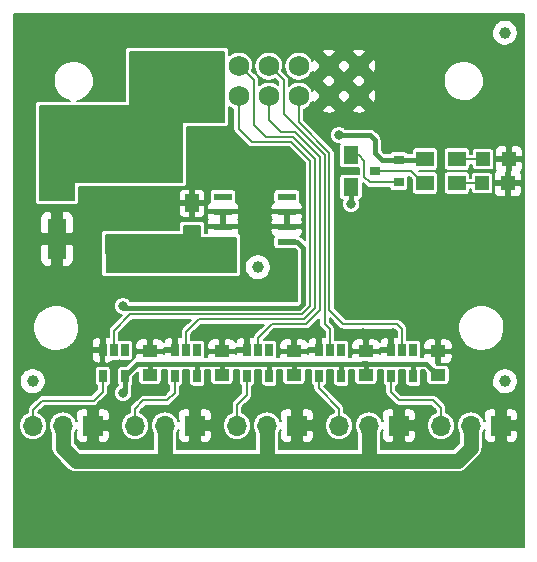
<source format=gtl>
G04 #@! TF.FileFunction,Copper,L1,Top,Signal*
%FSLAX46Y46*%
G04 Gerber Fmt 4.6, Leading zero omitted, Abs format (unit mm)*
G04 Created by KiCad (PCBNEW 4.0.7-e2-6376~61~ubuntu18.04.1) date Fri Dec  6 13:26:14 2019*
%MOMM*%
%LPD*%
G01*
G04 APERTURE LIST*
%ADD10C,0.100000*%
%ADD11R,5.600000X2.300000*%
%ADD12C,1.000000*%
%ADD13R,1.600000X3.500000*%
%ADD14R,1.250000X1.000000*%
%ADD15R,1.200000X1.200000*%
%ADD16R,1.700000X1.700000*%
%ADD17O,1.700000X1.700000*%
%ADD18R,0.900000X0.800000*%
%ADD19R,1.500000X1.300000*%
%ADD20R,1.300000X1.500000*%
%ADD21R,1.550000X0.600000*%
%ADD22R,0.650000X1.060000*%
%ADD23R,1.727200X1.727200*%
%ADD24C,1.727200*%
%ADD25C,0.812800*%
%ADD26C,0.406400*%
%ADD27C,0.203200*%
%ADD28C,1.270000*%
G04 APERTURE END LIST*
D10*
D11*
X11176000Y-20464000D03*
X11176000Y-13064000D03*
D12*
X21082000Y-21844000D03*
X42000000Y-2000000D03*
X42000000Y-31500000D03*
D13*
X4064000Y-14064000D03*
X4064000Y-19464000D03*
D14*
X11938000Y-30972000D03*
X11938000Y-28972000D03*
X18034000Y-30972000D03*
X18034000Y-28972000D03*
X24130000Y-30972000D03*
X24130000Y-28972000D03*
X30226000Y-30972000D03*
X30226000Y-28972000D03*
X36322000Y-30972000D03*
X36322000Y-28972000D03*
D15*
X40132000Y-12700000D03*
X42332000Y-12700000D03*
X40048000Y-14732000D03*
X42248000Y-14732000D03*
D16*
X7112000Y-35260000D03*
D17*
X4572000Y-35260000D03*
X2032000Y-35260000D03*
D16*
X15748000Y-35260000D03*
D17*
X13208000Y-35260000D03*
X10668000Y-35260000D03*
D16*
X24384000Y-35260000D03*
D17*
X21844000Y-35260000D03*
X19304000Y-35260000D03*
D16*
X33020000Y-35260000D03*
D17*
X30480000Y-35260000D03*
X27940000Y-35260000D03*
D16*
X41656000Y-35260000D03*
D17*
X39116000Y-35260000D03*
X36576000Y-35260000D03*
D18*
X33004000Y-14666000D03*
X33004000Y-12766000D03*
X31004000Y-13716000D03*
D19*
X35226000Y-12700000D03*
X37926000Y-12700000D03*
X35226000Y-14732000D03*
X37926000Y-14732000D03*
D20*
X28956000Y-15066000D03*
X28956000Y-12366000D03*
X15494000Y-19130000D03*
X15494000Y-16430000D03*
D21*
X23528000Y-19685000D03*
X23528000Y-18415000D03*
X23528000Y-17145000D03*
X23528000Y-15875000D03*
X18128000Y-15875000D03*
X18128000Y-17145000D03*
X18128000Y-18415000D03*
X18128000Y-19685000D03*
D22*
X9840000Y-28872000D03*
X8890000Y-28872000D03*
X7940000Y-28872000D03*
X7940000Y-31072000D03*
X9840000Y-31072000D03*
X15936000Y-28872000D03*
X14986000Y-28872000D03*
X14036000Y-28872000D03*
X14036000Y-31072000D03*
X15936000Y-31072000D03*
X22032000Y-28872000D03*
X21082000Y-28872000D03*
X20132000Y-28872000D03*
X20132000Y-31072000D03*
X22032000Y-31072000D03*
X28128000Y-28872000D03*
X27178000Y-28872000D03*
X26228000Y-28872000D03*
X26228000Y-31072000D03*
X28128000Y-31072000D03*
X34224000Y-28872000D03*
X33274000Y-28872000D03*
X32324000Y-28872000D03*
X32324000Y-31072000D03*
X34224000Y-31072000D03*
D12*
X2000000Y-31500000D03*
D23*
X14380000Y-7366000D03*
D24*
X14380000Y-4826000D03*
X16920000Y-7366000D03*
X16920000Y-4826000D03*
X19460000Y-7366000D03*
X19460000Y-4826000D03*
X22000000Y-7366000D03*
X22000000Y-4826000D03*
X24540000Y-7366000D03*
X24540000Y-4826000D03*
X27080000Y-7366000D03*
X27080000Y-4826000D03*
X29620000Y-7366000D03*
X29620000Y-4826000D03*
D25*
X27940000Y-10668000D03*
X6096000Y-21336000D03*
X6096000Y-20320000D03*
X6096000Y-17272000D03*
X6096000Y-18288000D03*
X6096000Y-19304000D03*
X2032000Y-21336000D03*
X2032000Y-20320000D03*
X2032000Y-17272000D03*
X2032000Y-18288000D03*
X2032000Y-19304000D03*
X36068000Y-27432000D03*
X29972000Y-27432000D03*
X32512000Y-27432000D03*
X26416000Y-27432000D03*
X23876000Y-27432000D03*
X20320000Y-27432000D03*
X17780000Y-27432000D03*
X14224000Y-27432000D03*
X11684000Y-27432000D03*
X8128000Y-27432000D03*
X9652000Y-25146000D03*
X9652000Y-32512000D03*
X18796000Y-21844000D03*
X17780000Y-21844000D03*
X16764000Y-21844000D03*
X15748000Y-21844000D03*
X14732000Y-21844000D03*
X28956000Y-16510000D03*
D26*
X33004000Y-12766000D02*
X31562000Y-12766000D01*
X31562000Y-12766000D02*
X30988000Y-12192000D01*
X30988000Y-12192000D02*
X30988000Y-11079311D01*
X30988000Y-11079311D02*
X30576689Y-10668000D01*
X30576689Y-10668000D02*
X27940000Y-10668000D01*
X33004000Y-12766000D02*
X35160000Y-12766000D01*
X35160000Y-12766000D02*
X35226000Y-12700000D01*
X6096000Y-20320000D02*
X6096000Y-21336000D01*
X6096000Y-19304000D02*
X6096000Y-20320000D01*
X6096000Y-18288000D02*
X6096000Y-17272000D01*
X6096000Y-19304000D02*
X6096000Y-18288000D01*
X4064000Y-19464000D02*
X5936000Y-19464000D01*
X5936000Y-19464000D02*
X6096000Y-19304000D01*
X2032000Y-20320000D02*
X2032000Y-21336000D01*
X2032000Y-19304000D02*
X2032000Y-20320000D01*
X2032000Y-18288000D02*
X2032000Y-17272000D01*
X2032000Y-19304000D02*
X2032000Y-18288000D01*
X4064000Y-19464000D02*
X2192000Y-19464000D01*
X2192000Y-19464000D02*
X2032000Y-19304000D01*
X36322000Y-28972000D02*
X36322000Y-27686000D01*
X36322000Y-27686000D02*
X36068000Y-27432000D01*
X30226000Y-28972000D02*
X30226000Y-27686000D01*
X30226000Y-27686000D02*
X29972000Y-27432000D01*
X32324000Y-28872000D02*
X32324000Y-27620000D01*
X32324000Y-27620000D02*
X32512000Y-27432000D01*
X26228000Y-28872000D02*
X26228000Y-27620000D01*
X26228000Y-27620000D02*
X26416000Y-27432000D01*
X24130000Y-28972000D02*
X24130000Y-27686000D01*
X24130000Y-27686000D02*
X23876000Y-27432000D01*
X20132000Y-28872000D02*
X20132000Y-27620000D01*
X20132000Y-27620000D02*
X20320000Y-27432000D01*
X18034000Y-28972000D02*
X18034000Y-27686000D01*
X18034000Y-27686000D02*
X17780000Y-27432000D01*
X14036000Y-28872000D02*
X14036000Y-27620000D01*
X14036000Y-27620000D02*
X14224000Y-27432000D01*
X11938000Y-28972000D02*
X11938000Y-27686000D01*
X11938000Y-27686000D02*
X11684000Y-27432000D01*
X7940000Y-28872000D02*
X7940000Y-27620000D01*
X7940000Y-27620000D02*
X8128000Y-27432000D01*
X24575455Y-25277624D02*
X9783624Y-25277624D01*
X9783624Y-25277624D02*
X9652000Y-25146000D01*
X23528000Y-19685000D02*
X24385597Y-19685000D01*
X24385597Y-19685000D02*
X24926337Y-20225740D01*
X24926337Y-20225740D02*
X24926337Y-24926742D01*
X24926337Y-24926742D02*
X24575455Y-25277624D01*
X34224000Y-31072000D02*
X34224000Y-30000000D01*
X34224000Y-30000000D02*
X34000000Y-30000000D01*
X30226000Y-30972000D02*
X30226000Y-30044639D01*
X30226000Y-30044639D02*
X30273554Y-29997085D01*
X30273554Y-29997085D02*
X30002915Y-29997085D01*
X30002915Y-29997085D02*
X30000000Y-30000000D01*
X9840000Y-31072000D02*
X9840000Y-31035831D01*
X10875831Y-30000000D02*
X12000000Y-30000000D01*
X9840000Y-31035831D02*
X10875831Y-30000000D01*
X9840000Y-31072000D02*
X9840000Y-32324000D01*
X9840000Y-32324000D02*
X9652000Y-32512000D01*
X16000000Y-30000000D02*
X16750000Y-30000000D01*
X16750000Y-30000000D02*
X18000000Y-30000000D01*
X12000000Y-30000000D02*
X16000000Y-30000000D01*
X11938000Y-30972000D02*
X11938000Y-30062000D01*
X11938000Y-30062000D02*
X12000000Y-30000000D01*
X15936000Y-31072000D02*
X15936000Y-30064000D01*
X15936000Y-30064000D02*
X16000000Y-30000000D01*
X18000000Y-30000000D02*
X22000000Y-30000000D01*
X18034000Y-30972000D02*
X18034000Y-30034000D01*
X18034000Y-30034000D02*
X18000000Y-30000000D01*
X22000000Y-30000000D02*
X24000000Y-30000000D01*
X22032000Y-31072000D02*
X22032000Y-30032000D01*
X22032000Y-30032000D02*
X22000000Y-30000000D01*
X24000000Y-30000000D02*
X28000000Y-30000000D01*
X24130000Y-30972000D02*
X24130000Y-30130000D01*
X24130000Y-30130000D02*
X24000000Y-30000000D01*
X28000000Y-30000000D02*
X30000000Y-30000000D01*
X28128000Y-31072000D02*
X28128000Y-30128000D01*
X28128000Y-30128000D02*
X28000000Y-30000000D01*
X30000000Y-30000000D02*
X34000000Y-30000000D01*
X34000000Y-30000000D02*
X35350000Y-30000000D01*
X35350000Y-30000000D02*
X36322000Y-30972000D01*
X9950000Y-31100000D02*
X9950000Y-31050000D01*
D27*
X37926000Y-12700000D02*
X40132000Y-12700000D01*
X37926000Y-14732000D02*
X40048000Y-14732000D01*
D28*
X38032124Y-38221908D02*
X39116000Y-37138032D01*
X39116000Y-37138032D02*
X39116000Y-35260000D01*
X30480000Y-38221908D02*
X38032124Y-38221908D01*
X21844000Y-38221908D02*
X30480000Y-38221908D01*
X30480000Y-35260000D02*
X30480000Y-38221908D01*
X21844000Y-35260000D02*
X21844000Y-38221908D01*
X13208000Y-38221908D02*
X21844000Y-38221908D01*
X5643776Y-38221908D02*
X13208000Y-38221908D01*
X13208000Y-35260000D02*
X13208000Y-38221908D01*
X4572000Y-37150132D02*
X5643776Y-38221908D01*
X4572000Y-35260000D02*
X4572000Y-37150132D01*
D26*
X28956000Y-16510000D02*
X28956000Y-15066000D01*
D27*
X19460000Y-7366000D02*
X19460000Y-10148129D01*
X19460000Y-10148129D02*
X20561871Y-11250000D01*
X20561871Y-11250000D02*
X23890100Y-11250000D01*
X25500000Y-12859900D02*
X25500000Y-25149088D01*
X25500000Y-25149088D02*
X24810604Y-25838484D01*
X23890100Y-11250000D02*
X25500000Y-12859900D01*
X24810604Y-25838484D02*
X10266034Y-25838484D01*
X10266034Y-25838484D02*
X8891483Y-27213035D01*
X8891483Y-27213035D02*
X8891483Y-28870517D01*
X8891483Y-28870517D02*
X8890000Y-28872000D01*
X14986000Y-28872000D02*
X14990439Y-28867561D01*
X16086910Y-26245694D02*
X24981881Y-26245694D01*
X14990439Y-28867561D02*
X14990439Y-27342165D01*
X24981881Y-26245694D02*
X25906437Y-25321138D01*
X21801817Y-10843591D02*
X20726394Y-9768168D01*
X20726394Y-9768168D02*
X20726394Y-5994394D01*
X14990439Y-27342165D02*
X16086910Y-26245694D01*
X25906437Y-25321138D02*
X25906437Y-12688628D01*
X19558000Y-4826000D02*
X19460000Y-4826000D01*
X25906437Y-12688628D02*
X24061400Y-10843591D01*
X24061400Y-10843591D02*
X21801817Y-10843591D01*
X20726394Y-5994394D02*
X19558000Y-4826000D01*
X22000000Y-7366000D02*
X22000000Y-9421346D01*
X22000000Y-9421346D02*
X23013575Y-10434921D01*
X26313150Y-25502850D02*
X25156884Y-26659116D01*
X22270733Y-26659116D02*
X21082000Y-27847849D01*
X23013575Y-10434921D02*
X24230440Y-10434921D01*
X24230440Y-10434921D02*
X26313150Y-12517631D01*
X26313150Y-12517631D02*
X26313150Y-25502850D01*
X21082000Y-27847849D02*
X21082000Y-28872000D01*
X25156884Y-26659116D02*
X22270733Y-26659116D01*
X22000000Y-4826000D02*
X22098000Y-4826000D01*
X22098000Y-4826000D02*
X23259780Y-5987780D01*
X27182803Y-28867197D02*
X27178000Y-28872000D01*
X23259780Y-5987780D02*
X23259780Y-8886553D01*
X23259780Y-8886553D02*
X26719863Y-12346636D01*
X26719863Y-12346636D02*
X26719863Y-26655838D01*
X26719863Y-26655838D02*
X27182803Y-27118778D01*
X27182803Y-27118778D02*
X27182803Y-28867197D01*
X24540000Y-7366000D02*
X24540000Y-9588327D01*
X24540000Y-9588327D02*
X27126575Y-12174902D01*
X27126575Y-12174902D02*
X27126575Y-25483872D01*
X28312073Y-26669370D02*
X32871774Y-26669370D01*
X27126575Y-25483872D02*
X28312073Y-26669370D01*
X32871774Y-26669370D02*
X33276577Y-27074173D01*
X33276577Y-27074173D02*
X33276577Y-28869423D01*
X33276577Y-28869423D02*
X33274000Y-28872000D01*
X2032000Y-35260000D02*
X2032000Y-33946543D01*
X2032000Y-33946543D02*
X2837208Y-33141335D01*
X2837208Y-33141335D02*
X7171535Y-33141335D01*
X7171535Y-33141335D02*
X7940000Y-32372870D01*
X7940000Y-32372870D02*
X7940000Y-31072000D01*
X10668000Y-35260000D02*
X10668000Y-33839570D01*
X10668000Y-33839570D02*
X11385267Y-33122303D01*
X11385267Y-33122303D02*
X13377697Y-33122303D01*
X13377697Y-33122303D02*
X14036000Y-32464000D01*
X14036000Y-32464000D02*
X14036000Y-31072000D01*
X19304000Y-35260000D02*
X19304000Y-33502793D01*
X19304000Y-33502793D02*
X20132000Y-32674793D01*
X20132000Y-32674793D02*
X20132000Y-31072000D01*
X26228000Y-31072000D02*
X26228000Y-32105649D01*
X26228000Y-32105649D02*
X27940000Y-33817649D01*
X27940000Y-33817649D02*
X27940000Y-35260000D01*
X32324000Y-31072000D02*
X32324000Y-32400517D01*
X32324000Y-32400517D02*
X33039279Y-33115796D01*
X33039279Y-33115796D02*
X35919391Y-33115796D01*
X36576000Y-33772405D02*
X36576000Y-35260000D01*
X35919391Y-33115796D02*
X36576000Y-33772405D01*
X28956000Y-12366000D02*
X29638000Y-12366000D01*
X29638000Y-12366000D02*
X30083651Y-12811651D01*
X30083651Y-12811651D02*
X30083651Y-14196310D01*
X30083651Y-14196310D02*
X30553341Y-14666000D01*
X30553341Y-14666000D02*
X33004000Y-14666000D01*
X31004000Y-13716000D02*
X34083904Y-13716000D01*
X34083904Y-13716000D02*
X35099904Y-14732000D01*
X35099904Y-14732000D02*
X35226000Y-14732000D01*
G36*
X43569400Y-45569400D02*
X430600Y-45569400D01*
X430600Y-35254167D01*
X826400Y-35254167D01*
X826400Y-35265833D01*
X849360Y-35500002D01*
X917367Y-35725251D01*
X1027830Y-35933002D01*
X1176542Y-36115340D01*
X1357837Y-36265321D01*
X1564811Y-36377231D01*
X1789580Y-36446809D01*
X2023583Y-36471404D01*
X2257907Y-36450079D01*
X2483626Y-36383646D01*
X2692142Y-36274636D01*
X2875514Y-36127201D01*
X3026757Y-35946957D01*
X3140110Y-35740769D01*
X3211255Y-35516491D01*
X3237482Y-35282666D01*
X3237600Y-35265833D01*
X3237600Y-35254167D01*
X3366400Y-35254167D01*
X3366400Y-35265833D01*
X3389360Y-35500002D01*
X3457367Y-35725251D01*
X3567830Y-35933002D01*
X3581400Y-35949640D01*
X3581400Y-37150132D01*
X3590331Y-37241216D01*
X3598305Y-37332354D01*
X3599757Y-37337353D01*
X3600266Y-37342541D01*
X3626719Y-37430157D01*
X3652242Y-37518009D01*
X3654640Y-37522635D01*
X3656145Y-37527620D01*
X3699097Y-37608401D01*
X3741213Y-37689652D01*
X3744462Y-37693722D01*
X3746908Y-37698322D01*
X3804787Y-37769288D01*
X3861829Y-37840743D01*
X3868973Y-37847989D01*
X3869099Y-37848143D01*
X3869242Y-37848261D01*
X3871540Y-37850592D01*
X4943316Y-38922368D01*
X5014009Y-38980436D01*
X5084120Y-39039265D01*
X5088684Y-39041774D01*
X5092710Y-39045081D01*
X5173335Y-39088312D01*
X5253537Y-39132403D01*
X5258505Y-39133979D01*
X5263093Y-39136439D01*
X5350585Y-39163189D01*
X5437819Y-39190861D01*
X5442994Y-39191441D01*
X5447977Y-39192965D01*
X5539055Y-39202216D01*
X5629945Y-39212411D01*
X5640125Y-39212482D01*
X5640318Y-39212502D01*
X5640498Y-39212485D01*
X5643776Y-39212508D01*
X38032124Y-39212508D01*
X38123208Y-39203577D01*
X38214346Y-39195603D01*
X38219345Y-39194151D01*
X38224533Y-39193642D01*
X38312149Y-39167189D01*
X38400001Y-39141666D01*
X38404627Y-39139268D01*
X38409612Y-39137763D01*
X38490393Y-39094811D01*
X38571644Y-39052695D01*
X38575714Y-39049446D01*
X38580314Y-39047000D01*
X38651280Y-38989121D01*
X38722735Y-38932079D01*
X38729981Y-38924935D01*
X38730135Y-38924809D01*
X38730253Y-38924666D01*
X38732584Y-38922368D01*
X39816460Y-37838492D01*
X39874528Y-37767799D01*
X39933357Y-37697688D01*
X39935866Y-37693124D01*
X39939173Y-37689098D01*
X39982423Y-37608438D01*
X40026495Y-37528271D01*
X40028070Y-37523307D01*
X40030532Y-37518715D01*
X40057295Y-37431177D01*
X40084953Y-37343989D01*
X40085533Y-37338814D01*
X40087057Y-37333831D01*
X40096308Y-37242753D01*
X40106503Y-37151863D01*
X40106574Y-37141683D01*
X40106594Y-37141490D01*
X40106577Y-37141310D01*
X40106600Y-37138032D01*
X40106600Y-35951911D01*
X40110757Y-35946957D01*
X40224110Y-35740769D01*
X40247701Y-35666402D01*
X40348798Y-35666402D01*
X40196400Y-35818800D01*
X40196400Y-36170040D01*
X40219827Y-36287813D01*
X40265779Y-36398754D01*
X40332493Y-36498597D01*
X40417402Y-36583507D01*
X40517246Y-36650220D01*
X40628186Y-36696173D01*
X40745959Y-36719600D01*
X41097200Y-36719600D01*
X41249600Y-36567200D01*
X41249600Y-35666400D01*
X42062400Y-35666400D01*
X42062400Y-36567200D01*
X42214800Y-36719600D01*
X42566041Y-36719600D01*
X42683814Y-36696173D01*
X42794754Y-36650220D01*
X42894598Y-36583507D01*
X42979507Y-36498597D01*
X43046221Y-36398754D01*
X43092173Y-36287813D01*
X43115600Y-36170040D01*
X43115600Y-35818800D01*
X42963200Y-35666400D01*
X42062400Y-35666400D01*
X41249600Y-35666400D01*
X41229600Y-35666400D01*
X41229600Y-34853600D01*
X41249600Y-34853600D01*
X41249600Y-33952800D01*
X42062400Y-33952800D01*
X42062400Y-34853600D01*
X42963200Y-34853600D01*
X43115600Y-34701200D01*
X43115600Y-34349960D01*
X43092173Y-34232187D01*
X43046221Y-34121246D01*
X42979507Y-34021403D01*
X42894598Y-33936493D01*
X42794754Y-33869780D01*
X42683814Y-33823827D01*
X42566041Y-33800400D01*
X42214800Y-33800400D01*
X42062400Y-33952800D01*
X41249600Y-33952800D01*
X41097200Y-33800400D01*
X40745959Y-33800400D01*
X40628186Y-33823827D01*
X40517246Y-33869780D01*
X40417402Y-33936493D01*
X40332493Y-34021403D01*
X40265779Y-34121246D01*
X40219827Y-34232187D01*
X40196400Y-34349960D01*
X40196400Y-34701200D01*
X40348798Y-34853598D01*
X40248401Y-34853598D01*
X40230633Y-34794749D01*
X40120170Y-34586998D01*
X39971458Y-34404660D01*
X39790163Y-34254679D01*
X39583189Y-34142769D01*
X39358420Y-34073191D01*
X39124417Y-34048596D01*
X38890093Y-34069921D01*
X38664374Y-34136354D01*
X38455858Y-34245364D01*
X38272486Y-34392799D01*
X38121243Y-34573043D01*
X38007890Y-34779231D01*
X37936745Y-35003509D01*
X37910518Y-35237334D01*
X37910400Y-35254167D01*
X37910400Y-35265833D01*
X37933360Y-35500002D01*
X38001367Y-35725251D01*
X38111830Y-35933002D01*
X38125400Y-35949640D01*
X38125400Y-36727712D01*
X37621804Y-37231308D01*
X31470600Y-37231308D01*
X31470600Y-35951911D01*
X31474757Y-35946957D01*
X31588110Y-35740769D01*
X31611701Y-35666402D01*
X31712798Y-35666402D01*
X31560400Y-35818800D01*
X31560400Y-36170040D01*
X31583827Y-36287813D01*
X31629779Y-36398754D01*
X31696493Y-36498597D01*
X31781402Y-36583507D01*
X31881246Y-36650220D01*
X31992186Y-36696173D01*
X32109959Y-36719600D01*
X32461200Y-36719600D01*
X32613600Y-36567200D01*
X32613600Y-35666400D01*
X33426400Y-35666400D01*
X33426400Y-36567200D01*
X33578800Y-36719600D01*
X33930041Y-36719600D01*
X34047814Y-36696173D01*
X34158754Y-36650220D01*
X34258598Y-36583507D01*
X34343507Y-36498597D01*
X34410221Y-36398754D01*
X34456173Y-36287813D01*
X34479600Y-36170040D01*
X34479600Y-35818800D01*
X34327200Y-35666400D01*
X33426400Y-35666400D01*
X32613600Y-35666400D01*
X32593600Y-35666400D01*
X32593600Y-34853600D01*
X32613600Y-34853600D01*
X32613600Y-33952800D01*
X33426400Y-33952800D01*
X33426400Y-34853600D01*
X34327200Y-34853600D01*
X34479600Y-34701200D01*
X34479600Y-34349960D01*
X34456173Y-34232187D01*
X34410221Y-34121246D01*
X34343507Y-34021403D01*
X34258598Y-33936493D01*
X34158754Y-33869780D01*
X34047814Y-33823827D01*
X33930041Y-33800400D01*
X33578800Y-33800400D01*
X33426400Y-33952800D01*
X32613600Y-33952800D01*
X32461200Y-33800400D01*
X32109959Y-33800400D01*
X31992186Y-33823827D01*
X31881246Y-33869780D01*
X31781402Y-33936493D01*
X31696493Y-34021403D01*
X31629779Y-34121246D01*
X31583827Y-34232187D01*
X31560400Y-34349960D01*
X31560400Y-34701200D01*
X31712798Y-34853598D01*
X31612401Y-34853598D01*
X31594633Y-34794749D01*
X31484170Y-34586998D01*
X31335458Y-34404660D01*
X31154163Y-34254679D01*
X30947189Y-34142769D01*
X30722420Y-34073191D01*
X30488417Y-34048596D01*
X30254093Y-34069921D01*
X30028374Y-34136354D01*
X29819858Y-34245364D01*
X29636486Y-34392799D01*
X29485243Y-34573043D01*
X29371890Y-34779231D01*
X29300745Y-35003509D01*
X29274518Y-35237334D01*
X29274400Y-35254167D01*
X29274400Y-35265833D01*
X29297360Y-35500002D01*
X29365367Y-35725251D01*
X29475830Y-35933002D01*
X29489400Y-35949640D01*
X29489400Y-37231308D01*
X22834600Y-37231308D01*
X22834600Y-35951911D01*
X22838757Y-35946957D01*
X22952110Y-35740769D01*
X22975701Y-35666402D01*
X23076798Y-35666402D01*
X22924400Y-35818800D01*
X22924400Y-36170040D01*
X22947827Y-36287813D01*
X22993779Y-36398754D01*
X23060493Y-36498597D01*
X23145402Y-36583507D01*
X23245246Y-36650220D01*
X23356186Y-36696173D01*
X23473959Y-36719600D01*
X23825200Y-36719600D01*
X23977600Y-36567200D01*
X23977600Y-35666400D01*
X24790400Y-35666400D01*
X24790400Y-36567200D01*
X24942800Y-36719600D01*
X25294041Y-36719600D01*
X25411814Y-36696173D01*
X25522754Y-36650220D01*
X25622598Y-36583507D01*
X25707507Y-36498597D01*
X25774221Y-36398754D01*
X25820173Y-36287813D01*
X25843600Y-36170040D01*
X25843600Y-35818800D01*
X25691200Y-35666400D01*
X24790400Y-35666400D01*
X23977600Y-35666400D01*
X23957600Y-35666400D01*
X23957600Y-34853600D01*
X23977600Y-34853600D01*
X23977600Y-33952800D01*
X24790400Y-33952800D01*
X24790400Y-34853600D01*
X25691200Y-34853600D01*
X25843600Y-34701200D01*
X25843600Y-34349960D01*
X25820173Y-34232187D01*
X25774221Y-34121246D01*
X25707507Y-34021403D01*
X25622598Y-33936493D01*
X25522754Y-33869780D01*
X25411814Y-33823827D01*
X25294041Y-33800400D01*
X24942800Y-33800400D01*
X24790400Y-33952800D01*
X23977600Y-33952800D01*
X23825200Y-33800400D01*
X23473959Y-33800400D01*
X23356186Y-33823827D01*
X23245246Y-33869780D01*
X23145402Y-33936493D01*
X23060493Y-34021403D01*
X22993779Y-34121246D01*
X22947827Y-34232187D01*
X22924400Y-34349960D01*
X22924400Y-34701200D01*
X23076798Y-34853598D01*
X22976401Y-34853598D01*
X22958633Y-34794749D01*
X22848170Y-34586998D01*
X22699458Y-34404660D01*
X22518163Y-34254679D01*
X22311189Y-34142769D01*
X22086420Y-34073191D01*
X21852417Y-34048596D01*
X21618093Y-34069921D01*
X21392374Y-34136354D01*
X21183858Y-34245364D01*
X21000486Y-34392799D01*
X20849243Y-34573043D01*
X20735890Y-34779231D01*
X20664745Y-35003509D01*
X20638518Y-35237334D01*
X20638400Y-35254167D01*
X20638400Y-35265833D01*
X20661360Y-35500002D01*
X20729367Y-35725251D01*
X20839830Y-35933002D01*
X20853400Y-35949640D01*
X20853400Y-37231308D01*
X14198600Y-37231308D01*
X14198600Y-35951911D01*
X14202757Y-35946957D01*
X14316110Y-35740769D01*
X14339701Y-35666402D01*
X14440798Y-35666402D01*
X14288400Y-35818800D01*
X14288400Y-36170040D01*
X14311827Y-36287813D01*
X14357779Y-36398754D01*
X14424493Y-36498597D01*
X14509402Y-36583507D01*
X14609246Y-36650220D01*
X14720186Y-36696173D01*
X14837959Y-36719600D01*
X15189200Y-36719600D01*
X15341600Y-36567200D01*
X15341600Y-35666400D01*
X16154400Y-35666400D01*
X16154400Y-36567200D01*
X16306800Y-36719600D01*
X16658041Y-36719600D01*
X16775814Y-36696173D01*
X16886754Y-36650220D01*
X16986598Y-36583507D01*
X17071507Y-36498597D01*
X17138221Y-36398754D01*
X17184173Y-36287813D01*
X17207600Y-36170040D01*
X17207600Y-35818800D01*
X17055200Y-35666400D01*
X16154400Y-35666400D01*
X15341600Y-35666400D01*
X15321600Y-35666400D01*
X15321600Y-34853600D01*
X15341600Y-34853600D01*
X15341600Y-33952800D01*
X16154400Y-33952800D01*
X16154400Y-34853600D01*
X17055200Y-34853600D01*
X17207600Y-34701200D01*
X17207600Y-34349960D01*
X17184173Y-34232187D01*
X17138221Y-34121246D01*
X17071507Y-34021403D01*
X16986598Y-33936493D01*
X16886754Y-33869780D01*
X16775814Y-33823827D01*
X16658041Y-33800400D01*
X16306800Y-33800400D01*
X16154400Y-33952800D01*
X15341600Y-33952800D01*
X15189200Y-33800400D01*
X14837959Y-33800400D01*
X14720186Y-33823827D01*
X14609246Y-33869780D01*
X14509402Y-33936493D01*
X14424493Y-34021403D01*
X14357779Y-34121246D01*
X14311827Y-34232187D01*
X14288400Y-34349960D01*
X14288400Y-34701200D01*
X14440798Y-34853598D01*
X14340401Y-34853598D01*
X14322633Y-34794749D01*
X14212170Y-34586998D01*
X14063458Y-34404660D01*
X13882163Y-34254679D01*
X13675189Y-34142769D01*
X13450420Y-34073191D01*
X13216417Y-34048596D01*
X12982093Y-34069921D01*
X12756374Y-34136354D01*
X12547858Y-34245364D01*
X12364486Y-34392799D01*
X12213243Y-34573043D01*
X12099890Y-34779231D01*
X12028745Y-35003509D01*
X12002518Y-35237334D01*
X12002400Y-35254167D01*
X12002400Y-35265833D01*
X12025360Y-35500002D01*
X12093367Y-35725251D01*
X12203830Y-35933002D01*
X12217400Y-35949640D01*
X12217400Y-37231308D01*
X6054096Y-37231308D01*
X5562600Y-36739812D01*
X5562600Y-35951911D01*
X5566757Y-35946957D01*
X5680110Y-35740769D01*
X5703701Y-35666402D01*
X5804798Y-35666402D01*
X5652400Y-35818800D01*
X5652400Y-36170040D01*
X5675827Y-36287813D01*
X5721779Y-36398754D01*
X5788493Y-36498597D01*
X5873402Y-36583507D01*
X5973246Y-36650220D01*
X6084186Y-36696173D01*
X6201959Y-36719600D01*
X6553200Y-36719600D01*
X6705600Y-36567200D01*
X6705600Y-35666400D01*
X7518400Y-35666400D01*
X7518400Y-36567200D01*
X7670800Y-36719600D01*
X8022041Y-36719600D01*
X8139814Y-36696173D01*
X8250754Y-36650220D01*
X8350598Y-36583507D01*
X8435507Y-36498597D01*
X8502221Y-36398754D01*
X8548173Y-36287813D01*
X8571600Y-36170040D01*
X8571600Y-35818800D01*
X8419200Y-35666400D01*
X7518400Y-35666400D01*
X6705600Y-35666400D01*
X6685600Y-35666400D01*
X6685600Y-34853600D01*
X6705600Y-34853600D01*
X6705600Y-33952800D01*
X7518400Y-33952800D01*
X7518400Y-34853600D01*
X8419200Y-34853600D01*
X8571600Y-34701200D01*
X8571600Y-34349960D01*
X8548173Y-34232187D01*
X8502221Y-34121246D01*
X8435507Y-34021403D01*
X8350598Y-33936493D01*
X8250754Y-33869780D01*
X8139814Y-33823827D01*
X8022041Y-33800400D01*
X7670800Y-33800400D01*
X7518400Y-33952800D01*
X6705600Y-33952800D01*
X6553200Y-33800400D01*
X6201959Y-33800400D01*
X6084186Y-33823827D01*
X5973246Y-33869780D01*
X5873402Y-33936493D01*
X5788493Y-34021403D01*
X5721779Y-34121246D01*
X5675827Y-34232187D01*
X5652400Y-34349960D01*
X5652400Y-34701200D01*
X5804798Y-34853598D01*
X5704401Y-34853598D01*
X5686633Y-34794749D01*
X5576170Y-34586998D01*
X5427458Y-34404660D01*
X5246163Y-34254679D01*
X5039189Y-34142769D01*
X4814420Y-34073191D01*
X4580417Y-34048596D01*
X4346093Y-34069921D01*
X4120374Y-34136354D01*
X3911858Y-34245364D01*
X3728486Y-34392799D01*
X3577243Y-34573043D01*
X3463890Y-34779231D01*
X3392745Y-35003509D01*
X3366518Y-35237334D01*
X3366400Y-35254167D01*
X3237600Y-35254167D01*
X3214640Y-35019998D01*
X3146633Y-34794749D01*
X3036170Y-34586998D01*
X2887458Y-34404660D01*
X2706163Y-34254679D01*
X2499189Y-34142769D01*
X2489200Y-34139677D01*
X2489200Y-34135921D01*
X3026586Y-33598535D01*
X7171535Y-33598535D01*
X7213578Y-33594413D01*
X7255638Y-33590733D01*
X7257945Y-33590063D01*
X7260339Y-33589828D01*
X7300735Y-33577631D01*
X7341325Y-33565839D01*
X7343464Y-33564730D01*
X7345760Y-33564037D01*
X7383031Y-33544220D01*
X7420544Y-33524775D01*
X7422420Y-33523277D01*
X7424546Y-33522147D01*
X7457319Y-33495418D01*
X7490278Y-33469107D01*
X7493620Y-33465812D01*
X7493694Y-33465751D01*
X7493751Y-33465682D01*
X7494824Y-33464624D01*
X8263289Y-32696159D01*
X8290095Y-32663526D01*
X8317242Y-32631173D01*
X8318399Y-32629068D01*
X8319927Y-32627208D01*
X8339880Y-32589996D01*
X8360229Y-32552980D01*
X8360957Y-32550685D01*
X8362091Y-32548570D01*
X8374442Y-32508173D01*
X8387209Y-32467927D01*
X8387476Y-32465544D01*
X8388181Y-32463239D01*
X8392460Y-32421113D01*
X8397155Y-32379254D01*
X8397188Y-32374564D01*
X8397198Y-32374466D01*
X8397189Y-32374375D01*
X8397200Y-32372870D01*
X8397200Y-31931401D01*
X8417675Y-31925060D01*
X8501633Y-31869736D01*
X8566854Y-31793212D01*
X8608173Y-31701547D01*
X8622320Y-31602000D01*
X8622320Y-30542000D01*
X8617804Y-30485372D01*
X8588060Y-30389325D01*
X8532736Y-30305367D01*
X8456212Y-30240146D01*
X8364547Y-30198827D01*
X8265000Y-30184680D01*
X7615000Y-30184680D01*
X7558372Y-30189196D01*
X7462325Y-30218940D01*
X7378367Y-30274264D01*
X7313146Y-30350788D01*
X7271827Y-30442453D01*
X7257680Y-30542000D01*
X7257680Y-31602000D01*
X7262196Y-31658628D01*
X7291940Y-31754675D01*
X7347264Y-31838633D01*
X7423788Y-31903854D01*
X7482800Y-31930454D01*
X7482800Y-32183492D01*
X6982157Y-32684135D01*
X2837208Y-32684135D01*
X2795165Y-32688257D01*
X2753105Y-32691937D01*
X2750798Y-32692607D01*
X2748404Y-32692842D01*
X2708008Y-32705039D01*
X2667418Y-32716831D01*
X2665279Y-32717940D01*
X2662983Y-32718633D01*
X2625712Y-32738450D01*
X2588199Y-32757895D01*
X2586323Y-32759393D01*
X2584197Y-32760523D01*
X2551424Y-32787252D01*
X2518465Y-32813563D01*
X2515123Y-32816858D01*
X2515049Y-32816919D01*
X2514992Y-32816988D01*
X2513919Y-32818046D01*
X1708711Y-33623254D01*
X1681909Y-33655882D01*
X1654758Y-33688240D01*
X1653600Y-33690346D01*
X1652074Y-33692204D01*
X1632130Y-33729399D01*
X1611771Y-33766433D01*
X1611043Y-33768728D01*
X1609909Y-33770843D01*
X1597558Y-33811240D01*
X1584791Y-33851486D01*
X1584524Y-33853869D01*
X1583819Y-33856174D01*
X1579540Y-33898300D01*
X1574845Y-33940159D01*
X1574812Y-33944849D01*
X1574802Y-33944947D01*
X1574811Y-33945038D01*
X1574800Y-33946543D01*
X1574800Y-34139268D01*
X1371858Y-34245364D01*
X1188486Y-34392799D01*
X1037243Y-34573043D01*
X923890Y-34779231D01*
X852745Y-35003509D01*
X826518Y-35237334D01*
X826400Y-35254167D01*
X430600Y-35254167D01*
X430600Y-31592626D01*
X896952Y-31592626D01*
X935951Y-31805111D01*
X1015478Y-32005975D01*
X1132506Y-32187567D01*
X1282577Y-32342970D01*
X1459974Y-32466264D01*
X1657940Y-32552753D01*
X1868935Y-32599143D01*
X2084923Y-32603668D01*
X2297675Y-32566154D01*
X2499090Y-32488030D01*
X2681494Y-32372273D01*
X2837941Y-32223291D01*
X2962470Y-32046759D01*
X3050339Y-31849401D01*
X3098202Y-31638735D01*
X3101647Y-31391983D01*
X3059686Y-31180062D01*
X2977361Y-30980328D01*
X2857809Y-30800388D01*
X2705584Y-30647096D01*
X2526483Y-30526291D01*
X2327328Y-30442574D01*
X2115706Y-30399134D01*
X1899676Y-30397626D01*
X1687468Y-30438107D01*
X1487164Y-30519035D01*
X1306393Y-30637327D01*
X1152042Y-30788479D01*
X1029990Y-30966732D01*
X944885Y-31165298D01*
X899968Y-31376612D01*
X896952Y-31592626D01*
X430600Y-31592626D01*
X430600Y-29176800D01*
X7005400Y-29176800D01*
X7005400Y-29462040D01*
X7028827Y-29579813D01*
X7074779Y-29690754D01*
X7141493Y-29790597D01*
X7226402Y-29875507D01*
X7326246Y-29942220D01*
X7437186Y-29988173D01*
X7554959Y-30011600D01*
X7635200Y-30011600D01*
X7787600Y-29859200D01*
X7787600Y-29024400D01*
X7157800Y-29024400D01*
X7005400Y-29176800D01*
X430600Y-29176800D01*
X430600Y-27164432D01*
X2041830Y-27164432D01*
X2111061Y-27541644D01*
X2252242Y-27898226D01*
X2459994Y-28220594D01*
X2726404Y-28496470D01*
X3041326Y-28715346D01*
X3392762Y-28868885D01*
X3767329Y-28951239D01*
X4150758Y-28959270D01*
X4528444Y-28892674D01*
X4886002Y-28753986D01*
X5209813Y-28548490D01*
X5487542Y-28284012D01*
X5488989Y-28281960D01*
X7005400Y-28281960D01*
X7005400Y-28567200D01*
X7157800Y-28719600D01*
X7787600Y-28719600D01*
X7787600Y-27884800D01*
X7635200Y-27732400D01*
X7554959Y-27732400D01*
X7437186Y-27755827D01*
X7326246Y-27801780D01*
X7226402Y-27868493D01*
X7141493Y-27953403D01*
X7074779Y-28053246D01*
X7028827Y-28164187D01*
X7005400Y-28281960D01*
X5488989Y-28281960D01*
X5708611Y-27970626D01*
X5864600Y-27620270D01*
X5949567Y-27246288D01*
X5955684Y-26808244D01*
X5881192Y-26432035D01*
X5735047Y-26077459D01*
X5522814Y-25758023D01*
X5252578Y-25485894D01*
X4934631Y-25271436D01*
X4581085Y-25122819D01*
X4205405Y-25045703D01*
X3821901Y-25043025D01*
X3445182Y-25114889D01*
X3089595Y-25258555D01*
X2768685Y-25468553D01*
X2494675Y-25736882D01*
X2278003Y-26053324D01*
X2126921Y-26405824D01*
X2047184Y-26780957D01*
X2041830Y-27164432D01*
X430600Y-27164432D01*
X430600Y-20022800D01*
X2654400Y-20022800D01*
X2654400Y-21274040D01*
X2677827Y-21391813D01*
X2723779Y-21502754D01*
X2790493Y-21602597D01*
X2875402Y-21687507D01*
X2975246Y-21754220D01*
X3086186Y-21800173D01*
X3203959Y-21823600D01*
X3511600Y-21823600D01*
X3664000Y-21671200D01*
X3664000Y-19870400D01*
X4464000Y-19870400D01*
X4464000Y-21671200D01*
X4616400Y-21823600D01*
X4924041Y-21823600D01*
X5041814Y-21800173D01*
X5152754Y-21754220D01*
X5252598Y-21687507D01*
X5337507Y-21602597D01*
X5404221Y-21502754D01*
X5450173Y-21391813D01*
X5473600Y-21274040D01*
X5473600Y-20022800D01*
X5321200Y-19870400D01*
X4464000Y-19870400D01*
X3664000Y-19870400D01*
X2806800Y-19870400D01*
X2654400Y-20022800D01*
X430600Y-20022800D01*
X430600Y-17653960D01*
X2654400Y-17653960D01*
X2654400Y-18905200D01*
X2806800Y-19057600D01*
X3664000Y-19057600D01*
X3664000Y-17256800D01*
X4464000Y-17256800D01*
X4464000Y-19057600D01*
X5321200Y-19057600D01*
X5324656Y-19054144D01*
X7772424Y-19054144D01*
X7810910Y-22356144D01*
X7835205Y-22481245D01*
X7911589Y-22599950D01*
X8028138Y-22679584D01*
X8166486Y-22707600D01*
X19304000Y-22707600D01*
X19433245Y-22683281D01*
X19551950Y-22606897D01*
X19631584Y-22490348D01*
X19659600Y-22352000D01*
X19659600Y-21936626D01*
X19978952Y-21936626D01*
X20017951Y-22149111D01*
X20097478Y-22349975D01*
X20214506Y-22531567D01*
X20364577Y-22686970D01*
X20541974Y-22810264D01*
X20739940Y-22896753D01*
X20950935Y-22943143D01*
X21166923Y-22947668D01*
X21379675Y-22910154D01*
X21581090Y-22832030D01*
X21763494Y-22716273D01*
X21919941Y-22567291D01*
X22044470Y-22390759D01*
X22132339Y-22193401D01*
X22180202Y-21982735D01*
X22183647Y-21735983D01*
X22141686Y-21524062D01*
X22059361Y-21324328D01*
X21939809Y-21144388D01*
X21787584Y-20991096D01*
X21608483Y-20870291D01*
X21409328Y-20786574D01*
X21197706Y-20743134D01*
X20981676Y-20741626D01*
X20769468Y-20782107D01*
X20569164Y-20863035D01*
X20388393Y-20981327D01*
X20234042Y-21132479D01*
X20111990Y-21310732D01*
X20026885Y-21509298D01*
X19981968Y-21720612D01*
X19978952Y-21936626D01*
X19659600Y-21936626D01*
X19659600Y-19304000D01*
X19635281Y-19174755D01*
X19558897Y-19056050D01*
X19451854Y-18982911D01*
X19489173Y-18892814D01*
X19512600Y-18775041D01*
X19512600Y-18717400D01*
X19360200Y-18565000D01*
X18280400Y-18565000D01*
X18280400Y-18587400D01*
X17975600Y-18587400D01*
X17975600Y-18565000D01*
X16895800Y-18565000D01*
X16743400Y-18717400D01*
X16743400Y-18775041D01*
X16766827Y-18892814D01*
X16789852Y-18948400D01*
X16611600Y-18948400D01*
X16611600Y-18288000D01*
X16587281Y-18158755D01*
X16510897Y-18040050D01*
X16394348Y-17960416D01*
X16256000Y-17932400D01*
X14732000Y-17932400D01*
X14602755Y-17956719D01*
X14484050Y-18033103D01*
X14404416Y-18149652D01*
X14376400Y-18288000D01*
X14376400Y-18694400D01*
X8128000Y-18694400D01*
X7994902Y-18720248D01*
X7877097Y-18798010D01*
X7798826Y-18915479D01*
X7772424Y-19054144D01*
X5324656Y-19054144D01*
X5473600Y-18905200D01*
X5473600Y-17653960D01*
X5450173Y-17536187D01*
X5404221Y-17425246D01*
X5337507Y-17325403D01*
X5252598Y-17240493D01*
X5152754Y-17173780D01*
X5041814Y-17127827D01*
X4924041Y-17104400D01*
X4616400Y-17104400D01*
X4464000Y-17256800D01*
X3664000Y-17256800D01*
X3511600Y-17104400D01*
X3203959Y-17104400D01*
X3086186Y-17127827D01*
X2975246Y-17173780D01*
X2875402Y-17240493D01*
X2790493Y-17325403D01*
X2723779Y-17425246D01*
X2677827Y-17536187D01*
X2654400Y-17653960D01*
X430600Y-17653960D01*
X430600Y-16703050D01*
X14361400Y-16703050D01*
X14361400Y-17227532D01*
X14379946Y-17320769D01*
X14416325Y-17408597D01*
X14469140Y-17487640D01*
X14536360Y-17554860D01*
X14615403Y-17607675D01*
X14703231Y-17644054D01*
X14796468Y-17662600D01*
X15220950Y-17662600D01*
X15341600Y-17541950D01*
X15341600Y-16582400D01*
X15646400Y-16582400D01*
X15646400Y-17541950D01*
X15767050Y-17662600D01*
X16191532Y-17662600D01*
X16284769Y-17644054D01*
X16372597Y-17607675D01*
X16451640Y-17554860D01*
X16518860Y-17487640D01*
X16545747Y-17447400D01*
X16743400Y-17447400D01*
X16743400Y-17505041D01*
X16766827Y-17622814D01*
X16812780Y-17733754D01*
X16843680Y-17780000D01*
X16812780Y-17826246D01*
X16766827Y-17937186D01*
X16743400Y-18054959D01*
X16743400Y-18112600D01*
X16895800Y-18265000D01*
X17975600Y-18265000D01*
X17975600Y-17295000D01*
X18280400Y-17295000D01*
X18280400Y-18265000D01*
X19360200Y-18265000D01*
X19512600Y-18112600D01*
X19512600Y-18054959D01*
X19489173Y-17937186D01*
X19443220Y-17826246D01*
X19412320Y-17780000D01*
X19443220Y-17733754D01*
X19489173Y-17622814D01*
X19512600Y-17505041D01*
X19512600Y-17447400D01*
X22143400Y-17447400D01*
X22143400Y-17505041D01*
X22166827Y-17622814D01*
X22212780Y-17733754D01*
X22243680Y-17780000D01*
X22212780Y-17826246D01*
X22166827Y-17937186D01*
X22143400Y-18054959D01*
X22143400Y-18112600D01*
X22295800Y-18265000D01*
X23375600Y-18265000D01*
X23375600Y-17295000D01*
X23680400Y-17295000D01*
X23680400Y-18265000D01*
X24760200Y-18265000D01*
X24912600Y-18112600D01*
X24912600Y-18054959D01*
X24889173Y-17937186D01*
X24843220Y-17826246D01*
X24812320Y-17780000D01*
X24843220Y-17733754D01*
X24889173Y-17622814D01*
X24912600Y-17505041D01*
X24912600Y-17447400D01*
X24760200Y-17295000D01*
X23680400Y-17295000D01*
X23375600Y-17295000D01*
X22295800Y-17295000D01*
X22143400Y-17447400D01*
X19512600Y-17447400D01*
X19360200Y-17295000D01*
X18280400Y-17295000D01*
X17975600Y-17295000D01*
X16895800Y-17295000D01*
X16743400Y-17447400D01*
X16545747Y-17447400D01*
X16571675Y-17408597D01*
X16608054Y-17320769D01*
X16626600Y-17227532D01*
X16626600Y-16784959D01*
X16743400Y-16784959D01*
X16743400Y-16842600D01*
X16895800Y-16995000D01*
X17975600Y-16995000D01*
X17975600Y-16972600D01*
X18280400Y-16972600D01*
X18280400Y-16995000D01*
X19360200Y-16995000D01*
X19512600Y-16842600D01*
X19512600Y-16784959D01*
X22143400Y-16784959D01*
X22143400Y-16842600D01*
X22295800Y-16995000D01*
X23375600Y-16995000D01*
X23375600Y-16972600D01*
X23680400Y-16972600D01*
X23680400Y-16995000D01*
X24760200Y-16995000D01*
X24912600Y-16842600D01*
X24912600Y-16784959D01*
X24889173Y-16667186D01*
X24843220Y-16556246D01*
X24776507Y-16456402D01*
X24691597Y-16371493D01*
X24623103Y-16325726D01*
X24646173Y-16274547D01*
X24660320Y-16175000D01*
X24660320Y-15575000D01*
X24655804Y-15518372D01*
X24626060Y-15422325D01*
X24570736Y-15338367D01*
X24494212Y-15273146D01*
X24402547Y-15231827D01*
X24303000Y-15217680D01*
X22753000Y-15217680D01*
X22696372Y-15222196D01*
X22600325Y-15251940D01*
X22516367Y-15307264D01*
X22451146Y-15383788D01*
X22409827Y-15475453D01*
X22395680Y-15575000D01*
X22395680Y-16175000D01*
X22400196Y-16231628D01*
X22429940Y-16327675D01*
X22429952Y-16327694D01*
X22364403Y-16371493D01*
X22279493Y-16456402D01*
X22212780Y-16556246D01*
X22166827Y-16667186D01*
X22143400Y-16784959D01*
X19512600Y-16784959D01*
X19489173Y-16667186D01*
X19443220Y-16556246D01*
X19376507Y-16456402D01*
X19291597Y-16371493D01*
X19223103Y-16325726D01*
X19246173Y-16274547D01*
X19260320Y-16175000D01*
X19260320Y-15575000D01*
X19255804Y-15518372D01*
X19226060Y-15422325D01*
X19170736Y-15338367D01*
X19094212Y-15273146D01*
X19002547Y-15231827D01*
X18903000Y-15217680D01*
X17353000Y-15217680D01*
X17296372Y-15222196D01*
X17200325Y-15251940D01*
X17116367Y-15307264D01*
X17051146Y-15383788D01*
X17009827Y-15475453D01*
X16995680Y-15575000D01*
X16995680Y-16175000D01*
X17000196Y-16231628D01*
X17029940Y-16327675D01*
X17029952Y-16327694D01*
X16964403Y-16371493D01*
X16879493Y-16456402D01*
X16812780Y-16556246D01*
X16766827Y-16667186D01*
X16743400Y-16784959D01*
X16626600Y-16784959D01*
X16626600Y-16703050D01*
X16505950Y-16582400D01*
X15646400Y-16582400D01*
X15341600Y-16582400D01*
X14482050Y-16582400D01*
X14361400Y-16703050D01*
X430600Y-16703050D01*
X430600Y-8128000D01*
X2184400Y-8128000D01*
X2184400Y-16256000D01*
X2208719Y-16385245D01*
X2285103Y-16503950D01*
X2401652Y-16583584D01*
X2540000Y-16611600D01*
X5588000Y-16611600D01*
X5717245Y-16587281D01*
X5835950Y-16510897D01*
X5915584Y-16394348D01*
X5943600Y-16256000D01*
X5943600Y-15632468D01*
X14361400Y-15632468D01*
X14361400Y-16156950D01*
X14482050Y-16277600D01*
X15341600Y-16277600D01*
X15341600Y-15318050D01*
X15646400Y-15318050D01*
X15646400Y-16277600D01*
X16505950Y-16277600D01*
X16626600Y-16156950D01*
X16626600Y-15632468D01*
X16608054Y-15539231D01*
X16571675Y-15451403D01*
X16518860Y-15372360D01*
X16451640Y-15305140D01*
X16372597Y-15252325D01*
X16284769Y-15215946D01*
X16191532Y-15197400D01*
X15767050Y-15197400D01*
X15646400Y-15318050D01*
X15341600Y-15318050D01*
X15220950Y-15197400D01*
X14796468Y-15197400D01*
X14703231Y-15215946D01*
X14615403Y-15252325D01*
X14536360Y-15305140D01*
X14469140Y-15372360D01*
X14416325Y-15451403D01*
X14379946Y-15539231D01*
X14361400Y-15632468D01*
X5943600Y-15632468D01*
X5943600Y-15087600D01*
X14732000Y-15087600D01*
X14861245Y-15063281D01*
X14979950Y-14986897D01*
X15059584Y-14870348D01*
X15087600Y-14732000D01*
X15087600Y-10007600D01*
X18288000Y-10007600D01*
X18417245Y-9983281D01*
X18535950Y-9906897D01*
X18615584Y-9790348D01*
X18643600Y-9652000D01*
X18643600Y-8275776D01*
X18665989Y-8298960D01*
X18862324Y-8435416D01*
X19002800Y-8496788D01*
X19002800Y-10148129D01*
X19006922Y-10190172D01*
X19010602Y-10232232D01*
X19011272Y-10234539D01*
X19011507Y-10236933D01*
X19023704Y-10277329D01*
X19035496Y-10317919D01*
X19036605Y-10320058D01*
X19037298Y-10322354D01*
X19057115Y-10359625D01*
X19076560Y-10397138D01*
X19078058Y-10399014D01*
X19079188Y-10401140D01*
X19105917Y-10433913D01*
X19132228Y-10466872D01*
X19135523Y-10470214D01*
X19135584Y-10470288D01*
X19135653Y-10470345D01*
X19136711Y-10471418D01*
X20238582Y-11573289D01*
X20271188Y-11600072D01*
X20303568Y-11627242D01*
X20305677Y-11628401D01*
X20307533Y-11629926D01*
X20344707Y-11649858D01*
X20381761Y-11670229D01*
X20384056Y-11670957D01*
X20386171Y-11672091D01*
X20426568Y-11684442D01*
X20466814Y-11697209D01*
X20469197Y-11697476D01*
X20471502Y-11698181D01*
X20513628Y-11702460D01*
X20555487Y-11707155D01*
X20560177Y-11707188D01*
X20560275Y-11707198D01*
X20560366Y-11707189D01*
X20561871Y-11707200D01*
X23700722Y-11707200D01*
X25042800Y-13049279D01*
X25042800Y-19551941D01*
X24780728Y-19289869D01*
X24740854Y-19257116D01*
X24701301Y-19223927D01*
X24698726Y-19222511D01*
X24696455Y-19220646D01*
X24667075Y-19204892D01*
X24691597Y-19188507D01*
X24776507Y-19103598D01*
X24843220Y-19003754D01*
X24889173Y-18892814D01*
X24912600Y-18775041D01*
X24912600Y-18717400D01*
X24760200Y-18565000D01*
X23680400Y-18565000D01*
X23680400Y-18587400D01*
X23375600Y-18587400D01*
X23375600Y-18565000D01*
X22295800Y-18565000D01*
X22143400Y-18717400D01*
X22143400Y-18775041D01*
X22166827Y-18892814D01*
X22212780Y-19003754D01*
X22279493Y-19103598D01*
X22364403Y-19188507D01*
X22432897Y-19234274D01*
X22409827Y-19285453D01*
X22395680Y-19385000D01*
X22395680Y-19985000D01*
X22400196Y-20041628D01*
X22429940Y-20137675D01*
X22485264Y-20221633D01*
X22561788Y-20286854D01*
X22653453Y-20328173D01*
X22753000Y-20342320D01*
X24252655Y-20342320D01*
X24367537Y-20457202D01*
X24367537Y-24695280D01*
X24343993Y-24718824D01*
X10283076Y-24718824D01*
X10245365Y-24662063D01*
X10140067Y-24556028D01*
X10016179Y-24472465D01*
X9878420Y-24414556D01*
X9732036Y-24384508D01*
X9582604Y-24383464D01*
X9435815Y-24411466D01*
X9297260Y-24467445D01*
X9172218Y-24549271D01*
X9065450Y-24653826D01*
X8981023Y-24777127D01*
X8922154Y-24914479D01*
X8891085Y-25060650D01*
X8888998Y-25210071D01*
X8915974Y-25357052D01*
X8970985Y-25495994D01*
X9051936Y-25621605D01*
X9155743Y-25729100D01*
X9278452Y-25814385D01*
X9415390Y-25874212D01*
X9553387Y-25904553D01*
X8568194Y-26889746D01*
X8541392Y-26922374D01*
X8514241Y-26954732D01*
X8513083Y-26956838D01*
X8511557Y-26958696D01*
X8491613Y-26995891D01*
X8471254Y-27032925D01*
X8470526Y-27035220D01*
X8469392Y-27037335D01*
X8457041Y-27077732D01*
X8444274Y-27117978D01*
X8444007Y-27120361D01*
X8443302Y-27122666D01*
X8439023Y-27164792D01*
X8434328Y-27206651D01*
X8434295Y-27211341D01*
X8434285Y-27211439D01*
X8434294Y-27211530D01*
X8434283Y-27213035D01*
X8434283Y-27754130D01*
X8325041Y-27732400D01*
X8244800Y-27732400D01*
X8092400Y-27884800D01*
X8092400Y-28719600D01*
X8112400Y-28719600D01*
X8112400Y-29024400D01*
X8092400Y-29024400D01*
X8092400Y-29859200D01*
X8244800Y-30011600D01*
X8325041Y-30011600D01*
X8442814Y-29988173D01*
X8553754Y-29942220D01*
X8653598Y-29875507D01*
X8738507Y-29790597D01*
X8759406Y-29759320D01*
X9215000Y-29759320D01*
X9271628Y-29754804D01*
X9367675Y-29725060D01*
X9368958Y-29724215D01*
X9415453Y-29745173D01*
X9515000Y-29759320D01*
X10165000Y-29759320D01*
X10221628Y-29754804D01*
X10317675Y-29725060D01*
X10401633Y-29669736D01*
X10466854Y-29593212D01*
X10508173Y-29501547D01*
X10522320Y-29402000D01*
X10522320Y-28411960D01*
X10703400Y-28411960D01*
X10703400Y-28667200D01*
X10855800Y-28819600D01*
X11785600Y-28819600D01*
X11785600Y-28014800D01*
X12090400Y-28014800D01*
X12090400Y-28819600D01*
X13020200Y-28819600D01*
X13172600Y-28667200D01*
X13172600Y-28638400D01*
X13253800Y-28719600D01*
X13883600Y-28719600D01*
X13883600Y-27884800D01*
X13731200Y-27732400D01*
X13650959Y-27732400D01*
X13533186Y-27755827D01*
X13422246Y-27801780D01*
X13322402Y-27868493D01*
X13237493Y-27953403D01*
X13170779Y-28053246D01*
X13124827Y-28164187D01*
X13115256Y-28212302D01*
X13103221Y-28183246D01*
X13036507Y-28083403D01*
X12951598Y-27998493D01*
X12851754Y-27931780D01*
X12740814Y-27885827D01*
X12623041Y-27862400D01*
X12242800Y-27862400D01*
X12090400Y-28014800D01*
X11785600Y-28014800D01*
X11633200Y-27862400D01*
X11252959Y-27862400D01*
X11135186Y-27885827D01*
X11024246Y-27931780D01*
X10924402Y-27998493D01*
X10839493Y-28083403D01*
X10772779Y-28183246D01*
X10726827Y-28294187D01*
X10703400Y-28411960D01*
X10522320Y-28411960D01*
X10522320Y-28342000D01*
X10517804Y-28285372D01*
X10488060Y-28189325D01*
X10432736Y-28105367D01*
X10356212Y-28040146D01*
X10264547Y-27998827D01*
X10165000Y-27984680D01*
X9515000Y-27984680D01*
X9458372Y-27989196D01*
X9362325Y-28018940D01*
X9361042Y-28019785D01*
X9348683Y-28014214D01*
X9348683Y-27402413D01*
X10455412Y-26295684D01*
X15390342Y-26295684D01*
X14667150Y-27018876D01*
X14640348Y-27051504D01*
X14613197Y-27083862D01*
X14612039Y-27085968D01*
X14610513Y-27087826D01*
X14590569Y-27125021D01*
X14570210Y-27162055D01*
X14569482Y-27164350D01*
X14568348Y-27166465D01*
X14555997Y-27206862D01*
X14543230Y-27247108D01*
X14542963Y-27249491D01*
X14542258Y-27251796D01*
X14537979Y-27293922D01*
X14533284Y-27335781D01*
X14533251Y-27340471D01*
X14533241Y-27340569D01*
X14533250Y-27340660D01*
X14533239Y-27342165D01*
X14533239Y-27754718D01*
X14421041Y-27732400D01*
X14340800Y-27732400D01*
X14188400Y-27884800D01*
X14188400Y-28719600D01*
X14208400Y-28719600D01*
X14208400Y-29024400D01*
X14188400Y-29024400D01*
X14188400Y-29044400D01*
X13883600Y-29044400D01*
X13883600Y-29024400D01*
X13253800Y-29024400D01*
X13101400Y-29176800D01*
X13101400Y-29205600D01*
X13020200Y-29124400D01*
X12090400Y-29124400D01*
X12090400Y-29144400D01*
X11785600Y-29144400D01*
X11785600Y-29124400D01*
X10855800Y-29124400D01*
X10703400Y-29276800D01*
X10703400Y-29470968D01*
X10668311Y-29481162D01*
X10665701Y-29482515D01*
X10662889Y-29483364D01*
X10617354Y-29507575D01*
X10571486Y-29531351D01*
X10569187Y-29533186D01*
X10566596Y-29534564D01*
X10526633Y-29567157D01*
X10486255Y-29599390D01*
X10482168Y-29603421D01*
X10482081Y-29603492D01*
X10482014Y-29603573D01*
X10480700Y-29604869D01*
X9900889Y-30184680D01*
X9515000Y-30184680D01*
X9458372Y-30189196D01*
X9362325Y-30218940D01*
X9278367Y-30274264D01*
X9213146Y-30350788D01*
X9171827Y-30442453D01*
X9157680Y-30542000D01*
X9157680Y-31602000D01*
X9162196Y-31658628D01*
X9191940Y-31754675D01*
X9247264Y-31838633D01*
X9265535Y-31854205D01*
X9172218Y-31915271D01*
X9065450Y-32019826D01*
X8981023Y-32143127D01*
X8922154Y-32280479D01*
X8891085Y-32426650D01*
X8888998Y-32576071D01*
X8915974Y-32723052D01*
X8970985Y-32861994D01*
X9051936Y-32987605D01*
X9155743Y-33095100D01*
X9278452Y-33180385D01*
X9415390Y-33240212D01*
X9561340Y-33272301D01*
X9710743Y-33275430D01*
X9857908Y-33249481D01*
X9997231Y-33195441D01*
X10123404Y-33115370D01*
X10231621Y-33012316D01*
X10317761Y-32890205D01*
X10378542Y-32753688D01*
X10411649Y-32607966D01*
X10414033Y-32437282D01*
X10396721Y-32349852D01*
X10398746Y-32331802D01*
X10398786Y-32326061D01*
X10398797Y-32325950D01*
X10398787Y-32325847D01*
X10398800Y-32324000D01*
X10398800Y-31871603D01*
X10401633Y-31869736D01*
X10466854Y-31793212D01*
X10508173Y-31701547D01*
X10522320Y-31602000D01*
X10522320Y-31143773D01*
X10955680Y-30710413D01*
X10955680Y-31472000D01*
X10960196Y-31528628D01*
X10989940Y-31624675D01*
X11045264Y-31708633D01*
X11121788Y-31773854D01*
X11213453Y-31815173D01*
X11313000Y-31829320D01*
X12563000Y-31829320D01*
X12619628Y-31824804D01*
X12715675Y-31795060D01*
X12799633Y-31739736D01*
X12864854Y-31663212D01*
X12906173Y-31571547D01*
X12920320Y-31472000D01*
X12920320Y-30558800D01*
X13353680Y-30558800D01*
X13353680Y-31602000D01*
X13358196Y-31658628D01*
X13387940Y-31754675D01*
X13443264Y-31838633D01*
X13519788Y-31903854D01*
X13578800Y-31930454D01*
X13578800Y-32274622D01*
X13188319Y-32665103D01*
X11385267Y-32665103D01*
X11343220Y-32669226D01*
X11301165Y-32672905D01*
X11298858Y-32673575D01*
X11296463Y-32673810D01*
X11256054Y-32686010D01*
X11215477Y-32697799D01*
X11213338Y-32698908D01*
X11211042Y-32699601D01*
X11173771Y-32719418D01*
X11136258Y-32738863D01*
X11134382Y-32740361D01*
X11132256Y-32741491D01*
X11099483Y-32768220D01*
X11066524Y-32794531D01*
X11063182Y-32797826D01*
X11063108Y-32797887D01*
X11063051Y-32797956D01*
X11061978Y-32799014D01*
X10344711Y-33516281D01*
X10317909Y-33548909D01*
X10290758Y-33581267D01*
X10289600Y-33583373D01*
X10288074Y-33585231D01*
X10268130Y-33622426D01*
X10247771Y-33659460D01*
X10247043Y-33661755D01*
X10245909Y-33663870D01*
X10233558Y-33704267D01*
X10220791Y-33744513D01*
X10220524Y-33746896D01*
X10219819Y-33749201D01*
X10215540Y-33791327D01*
X10210845Y-33833186D01*
X10210812Y-33837876D01*
X10210802Y-33837974D01*
X10210811Y-33838065D01*
X10210800Y-33839570D01*
X10210800Y-34139268D01*
X10007858Y-34245364D01*
X9824486Y-34392799D01*
X9673243Y-34573043D01*
X9559890Y-34779231D01*
X9488745Y-35003509D01*
X9462518Y-35237334D01*
X9462400Y-35254167D01*
X9462400Y-35265833D01*
X9485360Y-35500002D01*
X9553367Y-35725251D01*
X9663830Y-35933002D01*
X9812542Y-36115340D01*
X9993837Y-36265321D01*
X10200811Y-36377231D01*
X10425580Y-36446809D01*
X10659583Y-36471404D01*
X10893907Y-36450079D01*
X11119626Y-36383646D01*
X11328142Y-36274636D01*
X11511514Y-36127201D01*
X11662757Y-35946957D01*
X11776110Y-35740769D01*
X11847255Y-35516491D01*
X11873482Y-35282666D01*
X11873600Y-35265833D01*
X11873600Y-35254167D01*
X11850640Y-35019998D01*
X11782633Y-34794749D01*
X11672170Y-34586998D01*
X11523458Y-34404660D01*
X11342163Y-34254679D01*
X11135189Y-34142769D01*
X11125200Y-34139677D01*
X11125200Y-34028948D01*
X11574645Y-33579503D01*
X13377697Y-33579503D01*
X13419740Y-33575381D01*
X13461800Y-33571701D01*
X13464107Y-33571031D01*
X13466501Y-33570796D01*
X13506897Y-33558599D01*
X13547487Y-33546807D01*
X13549626Y-33545698D01*
X13551922Y-33545005D01*
X13589193Y-33525188D01*
X13626706Y-33505743D01*
X13628582Y-33504245D01*
X13630708Y-33503115D01*
X13663481Y-33476386D01*
X13696440Y-33450075D01*
X13699782Y-33446780D01*
X13699856Y-33446719D01*
X13699913Y-33446650D01*
X13700986Y-33445592D01*
X14359289Y-32787289D01*
X14386091Y-32754661D01*
X14413242Y-32722303D01*
X14414400Y-32720197D01*
X14415926Y-32718339D01*
X14435870Y-32681144D01*
X14456229Y-32644110D01*
X14456957Y-32641815D01*
X14458091Y-32639700D01*
X14470442Y-32599303D01*
X14483209Y-32559057D01*
X14483476Y-32556674D01*
X14484181Y-32554369D01*
X14488460Y-32512243D01*
X14493155Y-32470384D01*
X14493188Y-32465694D01*
X14493198Y-32465596D01*
X14493189Y-32465505D01*
X14493200Y-32464000D01*
X14493200Y-31931401D01*
X14513675Y-31925060D01*
X14597633Y-31869736D01*
X14662854Y-31793212D01*
X14704173Y-31701547D01*
X14718320Y-31602000D01*
X14718320Y-30558800D01*
X15253680Y-30558800D01*
X15253680Y-31602000D01*
X15258196Y-31658628D01*
X15287940Y-31754675D01*
X15343264Y-31838633D01*
X15419788Y-31903854D01*
X15511453Y-31945173D01*
X15611000Y-31959320D01*
X16261000Y-31959320D01*
X16317628Y-31954804D01*
X16413675Y-31925060D01*
X16497633Y-31869736D01*
X16562854Y-31793212D01*
X16604173Y-31701547D01*
X16618320Y-31602000D01*
X16618320Y-30558800D01*
X17051680Y-30558800D01*
X17051680Y-31472000D01*
X17056196Y-31528628D01*
X17085940Y-31624675D01*
X17141264Y-31708633D01*
X17217788Y-31773854D01*
X17309453Y-31815173D01*
X17409000Y-31829320D01*
X18659000Y-31829320D01*
X18715628Y-31824804D01*
X18811675Y-31795060D01*
X18895633Y-31739736D01*
X18960854Y-31663212D01*
X19002173Y-31571547D01*
X19016320Y-31472000D01*
X19016320Y-30558800D01*
X19449680Y-30558800D01*
X19449680Y-31602000D01*
X19454196Y-31658628D01*
X19483940Y-31754675D01*
X19539264Y-31838633D01*
X19615788Y-31903854D01*
X19674800Y-31930454D01*
X19674800Y-32485415D01*
X18980711Y-33179504D01*
X18953909Y-33212132D01*
X18926758Y-33244490D01*
X18925600Y-33246596D01*
X18924074Y-33248454D01*
X18904130Y-33285649D01*
X18883771Y-33322683D01*
X18883043Y-33324978D01*
X18881909Y-33327093D01*
X18869558Y-33367490D01*
X18856791Y-33407736D01*
X18856524Y-33410119D01*
X18855819Y-33412424D01*
X18851540Y-33454550D01*
X18846845Y-33496409D01*
X18846812Y-33501099D01*
X18846802Y-33501197D01*
X18846811Y-33501288D01*
X18846800Y-33502793D01*
X18846800Y-34139268D01*
X18643858Y-34245364D01*
X18460486Y-34392799D01*
X18309243Y-34573043D01*
X18195890Y-34779231D01*
X18124745Y-35003509D01*
X18098518Y-35237334D01*
X18098400Y-35254167D01*
X18098400Y-35265833D01*
X18121360Y-35500002D01*
X18189367Y-35725251D01*
X18299830Y-35933002D01*
X18448542Y-36115340D01*
X18629837Y-36265321D01*
X18836811Y-36377231D01*
X19061580Y-36446809D01*
X19295583Y-36471404D01*
X19529907Y-36450079D01*
X19755626Y-36383646D01*
X19964142Y-36274636D01*
X20147514Y-36127201D01*
X20298757Y-35946957D01*
X20412110Y-35740769D01*
X20483255Y-35516491D01*
X20509482Y-35282666D01*
X20509600Y-35265833D01*
X20509600Y-35254167D01*
X20486640Y-35019998D01*
X20418633Y-34794749D01*
X20308170Y-34586998D01*
X20159458Y-34404660D01*
X19978163Y-34254679D01*
X19771189Y-34142769D01*
X19761200Y-34139677D01*
X19761200Y-33692171D01*
X20455289Y-32998082D01*
X20482072Y-32965476D01*
X20509242Y-32933096D01*
X20510401Y-32930987D01*
X20511926Y-32929131D01*
X20531858Y-32891957D01*
X20552229Y-32854903D01*
X20552957Y-32852608D01*
X20554091Y-32850493D01*
X20566442Y-32810096D01*
X20579209Y-32769850D01*
X20579476Y-32767467D01*
X20580181Y-32765162D01*
X20584460Y-32723036D01*
X20589155Y-32681177D01*
X20589188Y-32676487D01*
X20589198Y-32676389D01*
X20589189Y-32676298D01*
X20589200Y-32674793D01*
X20589200Y-31931401D01*
X20609675Y-31925060D01*
X20693633Y-31869736D01*
X20758854Y-31793212D01*
X20800173Y-31701547D01*
X20814320Y-31602000D01*
X20814320Y-30558800D01*
X21349680Y-30558800D01*
X21349680Y-31602000D01*
X21354196Y-31658628D01*
X21383940Y-31754675D01*
X21439264Y-31838633D01*
X21515788Y-31903854D01*
X21607453Y-31945173D01*
X21707000Y-31959320D01*
X22357000Y-31959320D01*
X22413628Y-31954804D01*
X22509675Y-31925060D01*
X22593633Y-31869736D01*
X22658854Y-31793212D01*
X22700173Y-31701547D01*
X22714320Y-31602000D01*
X22714320Y-30558800D01*
X23147680Y-30558800D01*
X23147680Y-31472000D01*
X23152196Y-31528628D01*
X23181940Y-31624675D01*
X23237264Y-31708633D01*
X23313788Y-31773854D01*
X23405453Y-31815173D01*
X23505000Y-31829320D01*
X24755000Y-31829320D01*
X24811628Y-31824804D01*
X24907675Y-31795060D01*
X24991633Y-31739736D01*
X25056854Y-31663212D01*
X25098173Y-31571547D01*
X25112320Y-31472000D01*
X25112320Y-30558800D01*
X25545680Y-30558800D01*
X25545680Y-31602000D01*
X25550196Y-31658628D01*
X25579940Y-31754675D01*
X25635264Y-31838633D01*
X25711788Y-31903854D01*
X25770800Y-31930454D01*
X25770800Y-32105649D01*
X25774922Y-32147692D01*
X25778602Y-32189752D01*
X25779272Y-32192059D01*
X25779507Y-32194453D01*
X25791704Y-32234849D01*
X25803496Y-32275439D01*
X25804605Y-32277578D01*
X25805298Y-32279874D01*
X25825115Y-32317145D01*
X25844560Y-32354658D01*
X25846058Y-32356534D01*
X25847188Y-32358660D01*
X25873917Y-32391433D01*
X25900228Y-32424392D01*
X25903523Y-32427734D01*
X25903584Y-32427808D01*
X25903653Y-32427865D01*
X25904711Y-32428938D01*
X27482800Y-34007027D01*
X27482800Y-34139268D01*
X27279858Y-34245364D01*
X27096486Y-34392799D01*
X26945243Y-34573043D01*
X26831890Y-34779231D01*
X26760745Y-35003509D01*
X26734518Y-35237334D01*
X26734400Y-35254167D01*
X26734400Y-35265833D01*
X26757360Y-35500002D01*
X26825367Y-35725251D01*
X26935830Y-35933002D01*
X27084542Y-36115340D01*
X27265837Y-36265321D01*
X27472811Y-36377231D01*
X27697580Y-36446809D01*
X27931583Y-36471404D01*
X28165907Y-36450079D01*
X28391626Y-36383646D01*
X28600142Y-36274636D01*
X28783514Y-36127201D01*
X28934757Y-35946957D01*
X29048110Y-35740769D01*
X29119255Y-35516491D01*
X29145482Y-35282666D01*
X29145600Y-35265833D01*
X29145600Y-35254167D01*
X29122640Y-35019998D01*
X29054633Y-34794749D01*
X28944170Y-34586998D01*
X28795458Y-34404660D01*
X28614163Y-34254679D01*
X28407189Y-34142769D01*
X28397200Y-34139677D01*
X28397200Y-33817649D01*
X28393077Y-33775602D01*
X28389398Y-33733547D01*
X28388728Y-33731240D01*
X28388493Y-33728845D01*
X28376293Y-33688436D01*
X28364504Y-33647859D01*
X28363395Y-33645720D01*
X28362702Y-33643424D01*
X28342885Y-33606153D01*
X28323440Y-33568640D01*
X28321942Y-33566764D01*
X28320812Y-33564638D01*
X28294083Y-33531865D01*
X28267772Y-33498906D01*
X28264477Y-33495564D01*
X28264416Y-33495490D01*
X28264347Y-33495433D01*
X28263289Y-33494360D01*
X26696752Y-31927823D01*
X26705675Y-31925060D01*
X26789633Y-31869736D01*
X26854854Y-31793212D01*
X26896173Y-31701547D01*
X26910320Y-31602000D01*
X26910320Y-30558800D01*
X27445680Y-30558800D01*
X27445680Y-31602000D01*
X27450196Y-31658628D01*
X27479940Y-31754675D01*
X27535264Y-31838633D01*
X27611788Y-31903854D01*
X27703453Y-31945173D01*
X27803000Y-31959320D01*
X28453000Y-31959320D01*
X28509628Y-31954804D01*
X28605675Y-31925060D01*
X28689633Y-31869736D01*
X28754854Y-31793212D01*
X28796173Y-31701547D01*
X28810320Y-31602000D01*
X28810320Y-30558800D01*
X29243680Y-30558800D01*
X29243680Y-31472000D01*
X29248196Y-31528628D01*
X29277940Y-31624675D01*
X29333264Y-31708633D01*
X29409788Y-31773854D01*
X29501453Y-31815173D01*
X29601000Y-31829320D01*
X30851000Y-31829320D01*
X30907628Y-31824804D01*
X31003675Y-31795060D01*
X31087633Y-31739736D01*
X31152854Y-31663212D01*
X31194173Y-31571547D01*
X31208320Y-31472000D01*
X31208320Y-30558800D01*
X31641680Y-30558800D01*
X31641680Y-31602000D01*
X31646196Y-31658628D01*
X31675940Y-31754675D01*
X31731264Y-31838633D01*
X31807788Y-31903854D01*
X31866800Y-31930454D01*
X31866800Y-32400517D01*
X31870922Y-32442560D01*
X31874602Y-32484620D01*
X31875272Y-32486927D01*
X31875507Y-32489321D01*
X31887704Y-32529717D01*
X31899496Y-32570307D01*
X31900605Y-32572446D01*
X31901298Y-32574742D01*
X31921115Y-32612013D01*
X31940560Y-32649526D01*
X31942058Y-32651402D01*
X31943188Y-32653528D01*
X31969917Y-32686301D01*
X31996228Y-32719260D01*
X31999523Y-32722602D01*
X31999584Y-32722676D01*
X31999653Y-32722733D01*
X32000711Y-32723806D01*
X32715990Y-33439085D01*
X32748618Y-33465887D01*
X32780976Y-33493038D01*
X32783082Y-33494196D01*
X32784940Y-33495722D01*
X32822135Y-33515666D01*
X32859169Y-33536025D01*
X32861464Y-33536753D01*
X32863579Y-33537887D01*
X32903935Y-33550225D01*
X32944222Y-33563005D01*
X32946610Y-33563273D01*
X32948910Y-33563976D01*
X32990942Y-33568245D01*
X33032895Y-33572951D01*
X33037596Y-33572984D01*
X33037683Y-33572993D01*
X33037764Y-33572985D01*
X33039279Y-33572996D01*
X35730013Y-33572996D01*
X36118800Y-33961783D01*
X36118800Y-34139268D01*
X35915858Y-34245364D01*
X35732486Y-34392799D01*
X35581243Y-34573043D01*
X35467890Y-34779231D01*
X35396745Y-35003509D01*
X35370518Y-35237334D01*
X35370400Y-35254167D01*
X35370400Y-35265833D01*
X35393360Y-35500002D01*
X35461367Y-35725251D01*
X35571830Y-35933002D01*
X35720542Y-36115340D01*
X35901837Y-36265321D01*
X36108811Y-36377231D01*
X36333580Y-36446809D01*
X36567583Y-36471404D01*
X36801907Y-36450079D01*
X37027626Y-36383646D01*
X37236142Y-36274636D01*
X37419514Y-36127201D01*
X37570757Y-35946957D01*
X37684110Y-35740769D01*
X37755255Y-35516491D01*
X37781482Y-35282666D01*
X37781600Y-35265833D01*
X37781600Y-35254167D01*
X37758640Y-35019998D01*
X37690633Y-34794749D01*
X37580170Y-34586998D01*
X37431458Y-34404660D01*
X37250163Y-34254679D01*
X37043189Y-34142769D01*
X37033200Y-34139677D01*
X37033200Y-33772405D01*
X37029078Y-33730362D01*
X37025398Y-33688302D01*
X37024728Y-33685995D01*
X37024493Y-33683601D01*
X37012296Y-33643205D01*
X37000504Y-33602615D01*
X36999395Y-33600476D01*
X36998702Y-33598180D01*
X36978885Y-33560909D01*
X36959440Y-33523396D01*
X36957942Y-33521520D01*
X36956812Y-33519394D01*
X36930058Y-33486590D01*
X36903771Y-33453662D01*
X36900478Y-33450322D01*
X36900416Y-33450246D01*
X36900346Y-33450188D01*
X36899289Y-33449116D01*
X36242680Y-32792507D01*
X36210052Y-32765705D01*
X36177694Y-32738554D01*
X36175588Y-32737396D01*
X36173730Y-32735870D01*
X36136535Y-32715926D01*
X36099501Y-32695567D01*
X36097206Y-32694839D01*
X36095091Y-32693705D01*
X36054694Y-32681354D01*
X36014448Y-32668587D01*
X36012065Y-32668320D01*
X36009760Y-32667615D01*
X35967634Y-32663336D01*
X35925775Y-32658641D01*
X35921085Y-32658608D01*
X35920987Y-32658598D01*
X35920896Y-32658607D01*
X35919391Y-32658596D01*
X33228657Y-32658596D01*
X32781200Y-32211139D01*
X32781200Y-31931401D01*
X32801675Y-31925060D01*
X32885633Y-31869736D01*
X32950854Y-31793212D01*
X32992173Y-31701547D01*
X33006320Y-31602000D01*
X33006320Y-30558800D01*
X33541680Y-30558800D01*
X33541680Y-31602000D01*
X33546196Y-31658628D01*
X33575940Y-31754675D01*
X33631264Y-31838633D01*
X33707788Y-31903854D01*
X33799453Y-31945173D01*
X33899000Y-31959320D01*
X34549000Y-31959320D01*
X34605628Y-31954804D01*
X34701675Y-31925060D01*
X34785633Y-31869736D01*
X34850854Y-31793212D01*
X34892173Y-31701547D01*
X34906320Y-31602000D01*
X34906320Y-30558800D01*
X35118538Y-30558800D01*
X35339680Y-30779942D01*
X35339680Y-31472000D01*
X35344196Y-31528628D01*
X35373940Y-31624675D01*
X35429264Y-31708633D01*
X35505788Y-31773854D01*
X35597453Y-31815173D01*
X35697000Y-31829320D01*
X36947000Y-31829320D01*
X37003628Y-31824804D01*
X37099675Y-31795060D01*
X37183633Y-31739736D01*
X37248854Y-31663212D01*
X37280671Y-31592626D01*
X40896952Y-31592626D01*
X40935951Y-31805111D01*
X41015478Y-32005975D01*
X41132506Y-32187567D01*
X41282577Y-32342970D01*
X41459974Y-32466264D01*
X41657940Y-32552753D01*
X41868935Y-32599143D01*
X42084923Y-32603668D01*
X42297675Y-32566154D01*
X42499090Y-32488030D01*
X42681494Y-32372273D01*
X42837941Y-32223291D01*
X42962470Y-32046759D01*
X43050339Y-31849401D01*
X43098202Y-31638735D01*
X43101647Y-31391983D01*
X43059686Y-31180062D01*
X42977361Y-30980328D01*
X42857809Y-30800388D01*
X42705584Y-30647096D01*
X42526483Y-30526291D01*
X42327328Y-30442574D01*
X42115706Y-30399134D01*
X41899676Y-30397626D01*
X41687468Y-30438107D01*
X41487164Y-30519035D01*
X41306393Y-30637327D01*
X41152042Y-30788479D01*
X41029990Y-30966732D01*
X40944885Y-31165298D01*
X40899968Y-31376612D01*
X40896952Y-31592626D01*
X37280671Y-31592626D01*
X37290173Y-31571547D01*
X37304320Y-31472000D01*
X37304320Y-30472000D01*
X37299804Y-30415372D01*
X37270060Y-30319325D01*
X37214736Y-30235367D01*
X37138212Y-30170146D01*
X37046547Y-30128827D01*
X36947000Y-30114680D01*
X36254943Y-30114680D01*
X36119531Y-29979269D01*
X36169600Y-29929200D01*
X36169600Y-29124400D01*
X36474400Y-29124400D01*
X36474400Y-29929200D01*
X36626800Y-30081600D01*
X37007041Y-30081600D01*
X37124814Y-30058173D01*
X37235754Y-30012220D01*
X37335598Y-29945507D01*
X37420507Y-29860597D01*
X37487221Y-29760754D01*
X37533173Y-29649813D01*
X37556600Y-29532040D01*
X37556600Y-29276800D01*
X37404200Y-29124400D01*
X36474400Y-29124400D01*
X36169600Y-29124400D01*
X35239800Y-29124400D01*
X35087400Y-29276800D01*
X35087400Y-29441200D01*
X34900749Y-29441200D01*
X34906320Y-29402000D01*
X34906320Y-28411960D01*
X35087400Y-28411960D01*
X35087400Y-28667200D01*
X35239800Y-28819600D01*
X36169600Y-28819600D01*
X36169600Y-28014800D01*
X36474400Y-28014800D01*
X36474400Y-28819600D01*
X37404200Y-28819600D01*
X37556600Y-28667200D01*
X37556600Y-28411960D01*
X37533173Y-28294187D01*
X37487221Y-28183246D01*
X37420507Y-28083403D01*
X37335598Y-27998493D01*
X37235754Y-27931780D01*
X37124814Y-27885827D01*
X37007041Y-27862400D01*
X36626800Y-27862400D01*
X36474400Y-28014800D01*
X36169600Y-28014800D01*
X36017200Y-27862400D01*
X35636959Y-27862400D01*
X35519186Y-27885827D01*
X35408246Y-27931780D01*
X35308402Y-27998493D01*
X35223493Y-28083403D01*
X35156779Y-28183246D01*
X35110827Y-28294187D01*
X35087400Y-28411960D01*
X34906320Y-28411960D01*
X34906320Y-28342000D01*
X34901804Y-28285372D01*
X34872060Y-28189325D01*
X34816736Y-28105367D01*
X34740212Y-28040146D01*
X34648547Y-27998827D01*
X34549000Y-27984680D01*
X33899000Y-27984680D01*
X33842372Y-27989196D01*
X33746325Y-28018940D01*
X33745042Y-28019785D01*
X33733777Y-28014707D01*
X33733777Y-27164432D01*
X38041830Y-27164432D01*
X38111061Y-27541644D01*
X38252242Y-27898226D01*
X38459994Y-28220594D01*
X38726404Y-28496470D01*
X39041326Y-28715346D01*
X39392762Y-28868885D01*
X39767329Y-28951239D01*
X40150758Y-28959270D01*
X40528444Y-28892674D01*
X40886002Y-28753986D01*
X41209813Y-28548490D01*
X41487542Y-28284012D01*
X41708611Y-27970626D01*
X41864600Y-27620270D01*
X41949567Y-27246288D01*
X41955684Y-26808244D01*
X41881192Y-26432035D01*
X41735047Y-26077459D01*
X41522814Y-25758023D01*
X41252578Y-25485894D01*
X40934631Y-25271436D01*
X40581085Y-25122819D01*
X40205405Y-25045703D01*
X39821901Y-25043025D01*
X39445182Y-25114889D01*
X39089595Y-25258555D01*
X38768685Y-25468553D01*
X38494675Y-25736882D01*
X38278003Y-26053324D01*
X38126921Y-26405824D01*
X38047184Y-26780957D01*
X38041830Y-27164432D01*
X33733777Y-27164432D01*
X33733777Y-27074173D01*
X33729654Y-27032126D01*
X33725975Y-26990071D01*
X33725305Y-26987764D01*
X33725070Y-26985369D01*
X33712870Y-26944960D01*
X33701081Y-26904383D01*
X33699972Y-26902244D01*
X33699279Y-26899948D01*
X33679462Y-26862677D01*
X33660017Y-26825164D01*
X33658519Y-26823288D01*
X33657389Y-26821162D01*
X33630660Y-26788389D01*
X33604349Y-26755430D01*
X33601054Y-26752088D01*
X33600993Y-26752014D01*
X33600924Y-26751957D01*
X33599866Y-26750884D01*
X33195063Y-26346081D01*
X33162435Y-26319279D01*
X33130077Y-26292128D01*
X33127971Y-26290970D01*
X33126113Y-26289444D01*
X33088918Y-26269500D01*
X33051884Y-26249141D01*
X33049589Y-26248413D01*
X33047474Y-26247279D01*
X33007077Y-26234928D01*
X32966831Y-26222161D01*
X32964448Y-26221894D01*
X32962143Y-26221189D01*
X32920017Y-26216910D01*
X32878158Y-26212215D01*
X32873468Y-26212182D01*
X32873370Y-26212172D01*
X32873279Y-26212181D01*
X32871774Y-26212170D01*
X28501451Y-26212170D01*
X27583775Y-25294494D01*
X27583775Y-12174902D01*
X27579653Y-12132859D01*
X27575973Y-12090799D01*
X27575303Y-12088492D01*
X27575068Y-12086098D01*
X27562857Y-12045655D01*
X27551078Y-12005112D01*
X27549972Y-12002977D01*
X27549277Y-12000677D01*
X27529442Y-11963371D01*
X27510015Y-11925893D01*
X27508517Y-11924017D01*
X27507387Y-11921891D01*
X27480653Y-11889112D01*
X27454346Y-11856158D01*
X27451048Y-11852813D01*
X27450991Y-11852743D01*
X27450926Y-11852690D01*
X27449864Y-11851612D01*
X26330323Y-10732071D01*
X27176998Y-10732071D01*
X27203974Y-10879052D01*
X27258985Y-11017994D01*
X27339936Y-11143605D01*
X27443743Y-11251100D01*
X27566452Y-11336385D01*
X27703390Y-11396212D01*
X27849340Y-11428301D01*
X27998743Y-11431430D01*
X28001360Y-11430969D01*
X27962827Y-11516453D01*
X27948680Y-11616000D01*
X27948680Y-13116000D01*
X27953196Y-13172628D01*
X27982940Y-13268675D01*
X28038264Y-13352633D01*
X28114788Y-13417854D01*
X28206453Y-13459173D01*
X28306000Y-13473320D01*
X29606000Y-13473320D01*
X29626451Y-13471689D01*
X29626451Y-13961586D01*
X29606000Y-13958680D01*
X28306000Y-13958680D01*
X28249372Y-13963196D01*
X28153325Y-13992940D01*
X28069367Y-14048264D01*
X28004146Y-14124788D01*
X27962827Y-14216453D01*
X27948680Y-14316000D01*
X27948680Y-15816000D01*
X27953196Y-15872628D01*
X27982940Y-15968675D01*
X28038264Y-16052633D01*
X28114788Y-16117854D01*
X28206453Y-16159173D01*
X28273222Y-16168662D01*
X28226154Y-16278479D01*
X28195085Y-16424650D01*
X28192998Y-16574071D01*
X28219974Y-16721052D01*
X28274985Y-16859994D01*
X28355936Y-16985605D01*
X28459743Y-17093100D01*
X28582452Y-17178385D01*
X28719390Y-17238212D01*
X28865340Y-17270301D01*
X29014743Y-17273430D01*
X29161908Y-17247481D01*
X29301231Y-17193441D01*
X29427404Y-17113370D01*
X29535621Y-17010316D01*
X29621761Y-16888205D01*
X29682542Y-16751688D01*
X29715649Y-16605966D01*
X29718033Y-16435282D01*
X29689007Y-16288692D01*
X29640325Y-16170583D01*
X29662628Y-16168804D01*
X29758675Y-16139060D01*
X29842633Y-16083736D01*
X29907854Y-16007212D01*
X29949173Y-15915547D01*
X29963320Y-15816000D01*
X29963320Y-14722557D01*
X30230052Y-14989289D01*
X30262680Y-15016091D01*
X30295038Y-15043242D01*
X30297144Y-15044400D01*
X30299002Y-15045926D01*
X30336197Y-15065870D01*
X30373231Y-15086229D01*
X30375526Y-15086957D01*
X30377641Y-15088091D01*
X30418038Y-15100442D01*
X30458284Y-15113209D01*
X30460667Y-15113476D01*
X30462972Y-15114181D01*
X30505098Y-15118460D01*
X30546957Y-15123155D01*
X30551647Y-15123188D01*
X30551745Y-15123198D01*
X30551836Y-15123189D01*
X30553341Y-15123200D01*
X32201373Y-15123200D01*
X32230940Y-15218675D01*
X32286264Y-15302633D01*
X32362788Y-15367854D01*
X32454453Y-15409173D01*
X32554000Y-15423320D01*
X33454000Y-15423320D01*
X33510628Y-15418804D01*
X33606675Y-15389060D01*
X33690633Y-15333736D01*
X33755854Y-15257212D01*
X33797173Y-15165547D01*
X33811320Y-15066000D01*
X33811320Y-14266000D01*
X33806804Y-14209372D01*
X33795602Y-14173200D01*
X33894526Y-14173200D01*
X34118680Y-14397354D01*
X34118680Y-15382000D01*
X34123196Y-15438628D01*
X34152940Y-15534675D01*
X34208264Y-15618633D01*
X34284788Y-15683854D01*
X34376453Y-15725173D01*
X34476000Y-15739320D01*
X35976000Y-15739320D01*
X36032628Y-15734804D01*
X36128675Y-15705060D01*
X36212633Y-15649736D01*
X36277854Y-15573212D01*
X36319173Y-15481547D01*
X36333320Y-15382000D01*
X36333320Y-14082000D01*
X36818680Y-14082000D01*
X36818680Y-15382000D01*
X36823196Y-15438628D01*
X36852940Y-15534675D01*
X36908264Y-15618633D01*
X36984788Y-15683854D01*
X37076453Y-15725173D01*
X37176000Y-15739320D01*
X38676000Y-15739320D01*
X38732628Y-15734804D01*
X38828675Y-15705060D01*
X38912633Y-15649736D01*
X38977854Y-15573212D01*
X39019173Y-15481547D01*
X39033320Y-15382000D01*
X39033320Y-15189200D01*
X39090680Y-15189200D01*
X39090680Y-15332000D01*
X39095196Y-15388628D01*
X39124940Y-15484675D01*
X39180264Y-15568633D01*
X39256788Y-15633854D01*
X39348453Y-15675173D01*
X39448000Y-15689320D01*
X40648000Y-15689320D01*
X40704628Y-15684804D01*
X40800675Y-15655060D01*
X40884633Y-15599736D01*
X40949854Y-15523212D01*
X40991173Y-15431547D01*
X41005320Y-15332000D01*
X41005320Y-15036800D01*
X41038400Y-15036800D01*
X41038400Y-15392041D01*
X41061827Y-15509814D01*
X41107780Y-15620754D01*
X41174493Y-15720598D01*
X41259403Y-15805507D01*
X41359246Y-15872221D01*
X41470187Y-15918173D01*
X41587960Y-15941600D01*
X41943200Y-15941600D01*
X42095600Y-15789200D01*
X42095600Y-14884400D01*
X42400400Y-14884400D01*
X42400400Y-15789200D01*
X42552800Y-15941600D01*
X42908040Y-15941600D01*
X43025813Y-15918173D01*
X43136754Y-15872221D01*
X43236597Y-15805507D01*
X43321507Y-15720598D01*
X43388220Y-15620754D01*
X43434173Y-15509814D01*
X43457600Y-15392041D01*
X43457600Y-15036800D01*
X43305200Y-14884400D01*
X42400400Y-14884400D01*
X42095600Y-14884400D01*
X41190800Y-14884400D01*
X41038400Y-15036800D01*
X41005320Y-15036800D01*
X41005320Y-14132000D01*
X41000804Y-14075372D01*
X40999748Y-14071959D01*
X41038400Y-14071959D01*
X41038400Y-14427200D01*
X41190800Y-14579600D01*
X42095600Y-14579600D01*
X42095600Y-13841200D01*
X42179600Y-13757200D01*
X42179600Y-13674800D01*
X42400400Y-13674800D01*
X42400400Y-14579600D01*
X43305200Y-14579600D01*
X43457600Y-14427200D01*
X43457600Y-14071959D01*
X43434173Y-13954186D01*
X43388220Y-13843246D01*
X43333201Y-13760903D01*
X43405507Y-13688598D01*
X43472220Y-13588754D01*
X43518173Y-13477814D01*
X43541600Y-13360041D01*
X43541600Y-13004800D01*
X43389200Y-12852400D01*
X42484400Y-12852400D01*
X42484400Y-13590800D01*
X42400400Y-13674800D01*
X42179600Y-13674800D01*
X42179600Y-12852400D01*
X41274800Y-12852400D01*
X41122400Y-13004800D01*
X41122400Y-13360041D01*
X41145827Y-13477814D01*
X41191780Y-13588754D01*
X41246799Y-13671097D01*
X41174493Y-13743402D01*
X41107780Y-13843246D01*
X41061827Y-13954186D01*
X41038400Y-14071959D01*
X40999748Y-14071959D01*
X40971060Y-13979325D01*
X40915736Y-13895367D01*
X40839212Y-13830146D01*
X40747547Y-13788827D01*
X40648000Y-13774680D01*
X39448000Y-13774680D01*
X39391372Y-13779196D01*
X39295325Y-13808940D01*
X39211367Y-13864264D01*
X39146146Y-13940788D01*
X39104827Y-14032453D01*
X39090680Y-14132000D01*
X39090680Y-14274800D01*
X39033320Y-14274800D01*
X39033320Y-14082000D01*
X39028804Y-14025372D01*
X38999060Y-13929325D01*
X38943736Y-13845367D01*
X38867212Y-13780146D01*
X38775547Y-13738827D01*
X38676000Y-13724680D01*
X37176000Y-13724680D01*
X37119372Y-13729196D01*
X37023325Y-13758940D01*
X36939367Y-13814264D01*
X36874146Y-13890788D01*
X36832827Y-13982453D01*
X36818680Y-14082000D01*
X36333320Y-14082000D01*
X36328804Y-14025372D01*
X36299060Y-13929325D01*
X36243736Y-13845367D01*
X36167212Y-13780146D01*
X36075547Y-13738827D01*
X35976000Y-13724680D01*
X34739162Y-13724680D01*
X34721802Y-13707320D01*
X35976000Y-13707320D01*
X36032628Y-13702804D01*
X36128675Y-13673060D01*
X36212633Y-13617736D01*
X36277854Y-13541212D01*
X36319173Y-13449547D01*
X36333320Y-13350000D01*
X36333320Y-12050000D01*
X36818680Y-12050000D01*
X36818680Y-13350000D01*
X36823196Y-13406628D01*
X36852940Y-13502675D01*
X36908264Y-13586633D01*
X36984788Y-13651854D01*
X37076453Y-13693173D01*
X37176000Y-13707320D01*
X38676000Y-13707320D01*
X38732628Y-13702804D01*
X38828675Y-13673060D01*
X38912633Y-13617736D01*
X38977854Y-13541212D01*
X39019173Y-13449547D01*
X39033320Y-13350000D01*
X39033320Y-13157200D01*
X39174680Y-13157200D01*
X39174680Y-13300000D01*
X39179196Y-13356628D01*
X39208940Y-13452675D01*
X39264264Y-13536633D01*
X39340788Y-13601854D01*
X39432453Y-13643173D01*
X39532000Y-13657320D01*
X40732000Y-13657320D01*
X40788628Y-13652804D01*
X40884675Y-13623060D01*
X40968633Y-13567736D01*
X41033854Y-13491212D01*
X41075173Y-13399547D01*
X41089320Y-13300000D01*
X41089320Y-12100000D01*
X41084804Y-12043372D01*
X41083748Y-12039959D01*
X41122400Y-12039959D01*
X41122400Y-12395200D01*
X41274800Y-12547600D01*
X42179600Y-12547600D01*
X42179600Y-11642800D01*
X42484400Y-11642800D01*
X42484400Y-12547600D01*
X43389200Y-12547600D01*
X43541600Y-12395200D01*
X43541600Y-12039959D01*
X43518173Y-11922186D01*
X43472220Y-11811246D01*
X43405507Y-11711402D01*
X43320597Y-11626493D01*
X43220754Y-11559779D01*
X43109813Y-11513827D01*
X42992040Y-11490400D01*
X42636800Y-11490400D01*
X42484400Y-11642800D01*
X42179600Y-11642800D01*
X42027200Y-11490400D01*
X41671960Y-11490400D01*
X41554187Y-11513827D01*
X41443246Y-11559779D01*
X41343403Y-11626493D01*
X41258493Y-11711402D01*
X41191780Y-11811246D01*
X41145827Y-11922186D01*
X41122400Y-12039959D01*
X41083748Y-12039959D01*
X41055060Y-11947325D01*
X40999736Y-11863367D01*
X40923212Y-11798146D01*
X40831547Y-11756827D01*
X40732000Y-11742680D01*
X39532000Y-11742680D01*
X39475372Y-11747196D01*
X39379325Y-11776940D01*
X39295367Y-11832264D01*
X39230146Y-11908788D01*
X39188827Y-12000453D01*
X39174680Y-12100000D01*
X39174680Y-12242800D01*
X39033320Y-12242800D01*
X39033320Y-12050000D01*
X39028804Y-11993372D01*
X38999060Y-11897325D01*
X38943736Y-11813367D01*
X38867212Y-11748146D01*
X38775547Y-11706827D01*
X38676000Y-11692680D01*
X37176000Y-11692680D01*
X37119372Y-11697196D01*
X37023325Y-11726940D01*
X36939367Y-11782264D01*
X36874146Y-11858788D01*
X36832827Y-11950453D01*
X36818680Y-12050000D01*
X36333320Y-12050000D01*
X36328804Y-11993372D01*
X36299060Y-11897325D01*
X36243736Y-11813367D01*
X36167212Y-11748146D01*
X36075547Y-11706827D01*
X35976000Y-11692680D01*
X34476000Y-11692680D01*
X34419372Y-11697196D01*
X34323325Y-11726940D01*
X34239367Y-11782264D01*
X34174146Y-11858788D01*
X34132827Y-11950453D01*
X34118680Y-12050000D01*
X34118680Y-12207200D01*
X33773024Y-12207200D01*
X33721736Y-12129367D01*
X33645212Y-12064146D01*
X33553547Y-12022827D01*
X33454000Y-12008680D01*
X32554000Y-12008680D01*
X32497372Y-12013196D01*
X32401325Y-12042940D01*
X32317367Y-12098264D01*
X32252146Y-12174788D01*
X32237536Y-12207200D01*
X31793463Y-12207200D01*
X31546800Y-11960538D01*
X31546800Y-11079311D01*
X31541768Y-11027988D01*
X31537265Y-10976520D01*
X31536445Y-10973696D01*
X31536158Y-10970773D01*
X31521246Y-10921383D01*
X31506838Y-10871791D01*
X31505485Y-10869181D01*
X31504636Y-10866369D01*
X31480414Y-10820814D01*
X31456649Y-10774967D01*
X31454815Y-10772670D01*
X31453436Y-10770076D01*
X31420825Y-10730091D01*
X31388610Y-10689735D01*
X31384576Y-10685644D01*
X31384508Y-10685561D01*
X31384431Y-10685497D01*
X31383132Y-10684180D01*
X30971820Y-10272869D01*
X30931946Y-10240116D01*
X30892393Y-10206927D01*
X30889818Y-10205511D01*
X30887547Y-10203646D01*
X30842064Y-10179258D01*
X30796824Y-10154387D01*
X30794022Y-10153498D01*
X30791433Y-10152110D01*
X30742105Y-10137029D01*
X30692870Y-10121411D01*
X30689947Y-10121083D01*
X30687140Y-10120225D01*
X30635826Y-10115012D01*
X30584491Y-10109254D01*
X30578750Y-10109214D01*
X30578639Y-10109203D01*
X30578536Y-10109213D01*
X30576689Y-10109200D01*
X28459022Y-10109200D01*
X28428067Y-10078028D01*
X28304179Y-9994465D01*
X28166420Y-9936556D01*
X28020036Y-9906508D01*
X27870604Y-9905464D01*
X27723815Y-9933466D01*
X27585260Y-9989445D01*
X27460218Y-10071271D01*
X27353450Y-10175826D01*
X27269023Y-10299127D01*
X27210154Y-10436479D01*
X27179085Y-10582650D01*
X27176998Y-10732071D01*
X26330323Y-10732071D01*
X24997200Y-9398949D01*
X24997200Y-8547301D01*
X26473435Y-8547301D01*
X26572101Y-8756471D01*
X26853128Y-8828840D01*
X27142872Y-8844992D01*
X27430201Y-8804308D01*
X27587899Y-8756471D01*
X27686565Y-8547301D01*
X29013435Y-8547301D01*
X29112101Y-8756471D01*
X29393128Y-8828840D01*
X29682872Y-8844992D01*
X29970201Y-8804308D01*
X30127899Y-8756471D01*
X30226565Y-8547301D01*
X29620000Y-7940736D01*
X29013435Y-8547301D01*
X27686565Y-8547301D01*
X27080000Y-7940736D01*
X26473435Y-8547301D01*
X24997200Y-8547301D01*
X24997200Y-8496420D01*
X25092370Y-8459506D01*
X25294246Y-8331391D01*
X25467394Y-8166505D01*
X25605217Y-7971128D01*
X25672905Y-7819098D01*
X25689529Y-7873899D01*
X25898699Y-7972565D01*
X26505264Y-7366000D01*
X27654736Y-7366000D01*
X28261301Y-7972565D01*
X28350000Y-7930725D01*
X28438699Y-7972565D01*
X29045264Y-7366000D01*
X30194736Y-7366000D01*
X30801301Y-7972565D01*
X31010471Y-7873899D01*
X31082840Y-7592872D01*
X31098992Y-7303128D01*
X31058308Y-7015799D01*
X31010471Y-6858101D01*
X30801301Y-6759435D01*
X30194736Y-7366000D01*
X29045264Y-7366000D01*
X28438699Y-6759435D01*
X28350000Y-6801275D01*
X28261301Y-6759435D01*
X27654736Y-7366000D01*
X26505264Y-7366000D01*
X25898699Y-6759435D01*
X25689529Y-6858101D01*
X25674104Y-6917998D01*
X25621698Y-6790851D01*
X25489384Y-6591702D01*
X25320907Y-6422045D01*
X25122687Y-6288343D01*
X24902272Y-6195689D01*
X24668058Y-6147612D01*
X24428966Y-6145943D01*
X24194104Y-6190745D01*
X23972416Y-6280313D01*
X23772348Y-6411234D01*
X23716980Y-6465455D01*
X23716980Y-5987780D01*
X23712858Y-5945737D01*
X23709178Y-5903677D01*
X23708508Y-5901370D01*
X23708273Y-5898976D01*
X23696076Y-5858580D01*
X23684284Y-5817990D01*
X23683175Y-5815851D01*
X23682482Y-5813555D01*
X23662665Y-5776284D01*
X23643220Y-5738771D01*
X23641722Y-5736895D01*
X23640592Y-5734769D01*
X23613863Y-5701996D01*
X23587552Y-5669037D01*
X23584257Y-5665695D01*
X23584196Y-5665621D01*
X23584127Y-5665564D01*
X23583069Y-5664491D01*
X23152859Y-5234281D01*
X23162467Y-5212701D01*
X23215439Y-4979546D01*
X23216151Y-4928514D01*
X23319198Y-4928514D01*
X23362359Y-5163683D01*
X23450377Y-5385990D01*
X23579898Y-5586968D01*
X23745989Y-5758960D01*
X23942324Y-5895416D01*
X24161424Y-5991138D01*
X24394943Y-6042481D01*
X24633988Y-6047488D01*
X24861898Y-6007301D01*
X26473435Y-6007301D01*
X26515275Y-6096000D01*
X26473435Y-6184699D01*
X27080000Y-6791264D01*
X27686565Y-6184699D01*
X27644725Y-6096000D01*
X27686565Y-6007301D01*
X29013435Y-6007301D01*
X29055275Y-6096000D01*
X29013435Y-6184699D01*
X29620000Y-6791264D01*
X30171852Y-6239412D01*
X36802158Y-6239412D01*
X36862539Y-6568402D01*
X36985671Y-6879399D01*
X37166865Y-7160556D01*
X37399218Y-7401165D01*
X37673880Y-7592060D01*
X37980390Y-7725971D01*
X38307073Y-7797797D01*
X38641485Y-7804802D01*
X38970889Y-7746719D01*
X39282738Y-7625761D01*
X39565153Y-7446535D01*
X39807378Y-7215867D01*
X40000186Y-6942544D01*
X40136234Y-6636976D01*
X40210339Y-6310803D01*
X40215673Y-5928757D01*
X40150705Y-5600642D01*
X40023242Y-5291395D01*
X39838141Y-5012795D01*
X39602451Y-4775454D01*
X39325150Y-4588412D01*
X39016800Y-4458793D01*
X38689146Y-4391536D01*
X38354669Y-4389201D01*
X38026108Y-4451877D01*
X37715979Y-4577177D01*
X37436093Y-4760329D01*
X37197112Y-4994357D01*
X37008139Y-5270345D01*
X36876371Y-5577782D01*
X36806828Y-5904959D01*
X36802158Y-6239412D01*
X30171852Y-6239412D01*
X30226565Y-6184699D01*
X30184725Y-6096000D01*
X30226565Y-6007301D01*
X29620000Y-5400736D01*
X29013435Y-6007301D01*
X27686565Y-6007301D01*
X27080000Y-5400736D01*
X26473435Y-6007301D01*
X24861898Y-6007301D01*
X24869453Y-6005969D01*
X25092370Y-5919506D01*
X25294246Y-5791391D01*
X25467394Y-5626505D01*
X25605217Y-5431128D01*
X25672905Y-5279098D01*
X25689529Y-5333899D01*
X25898699Y-5432565D01*
X26505264Y-4826000D01*
X27654736Y-4826000D01*
X28261301Y-5432565D01*
X28350000Y-5390725D01*
X28438699Y-5432565D01*
X29045264Y-4826000D01*
X30194736Y-4826000D01*
X30801301Y-5432565D01*
X31010471Y-5333899D01*
X31082840Y-5052872D01*
X31098992Y-4763128D01*
X31058308Y-4475799D01*
X31010471Y-4318101D01*
X30801301Y-4219435D01*
X30194736Y-4826000D01*
X29045264Y-4826000D01*
X28438699Y-4219435D01*
X28350000Y-4261275D01*
X28261301Y-4219435D01*
X27654736Y-4826000D01*
X26505264Y-4826000D01*
X25898699Y-4219435D01*
X25689529Y-4318101D01*
X25674104Y-4377998D01*
X25621698Y-4250851D01*
X25489384Y-4051702D01*
X25320907Y-3882045D01*
X25122687Y-3748343D01*
X24902272Y-3655689D01*
X24848733Y-3644699D01*
X26473435Y-3644699D01*
X27080000Y-4251264D01*
X27686565Y-3644699D01*
X29013435Y-3644699D01*
X29620000Y-4251264D01*
X30226565Y-3644699D01*
X30127899Y-3435529D01*
X29846872Y-3363160D01*
X29557128Y-3347008D01*
X29269799Y-3387692D01*
X29112101Y-3435529D01*
X29013435Y-3644699D01*
X27686565Y-3644699D01*
X27587899Y-3435529D01*
X27306872Y-3363160D01*
X27017128Y-3347008D01*
X26729799Y-3387692D01*
X26572101Y-3435529D01*
X26473435Y-3644699D01*
X24848733Y-3644699D01*
X24668058Y-3607612D01*
X24428966Y-3605943D01*
X24194104Y-3650745D01*
X23972416Y-3740313D01*
X23772348Y-3871234D01*
X23601520Y-4038522D01*
X23466438Y-4235804D01*
X23372247Y-4455567D01*
X23322536Y-4689440D01*
X23319198Y-4928514D01*
X23216151Y-4928514D01*
X23219252Y-4706451D01*
X23172811Y-4471907D01*
X23081698Y-4250851D01*
X22949384Y-4051702D01*
X22780907Y-3882045D01*
X22582687Y-3748343D01*
X22362272Y-3655689D01*
X22128058Y-3607612D01*
X21888966Y-3605943D01*
X21654104Y-3650745D01*
X21432416Y-3740313D01*
X21232348Y-3871234D01*
X21061520Y-4038522D01*
X20926438Y-4235804D01*
X20832247Y-4455567D01*
X20782536Y-4689440D01*
X20779198Y-4928514D01*
X20822359Y-5163683D01*
X20910377Y-5385990D01*
X21039898Y-5586968D01*
X21205989Y-5758960D01*
X21402324Y-5895416D01*
X21621424Y-5991138D01*
X21854943Y-6042481D01*
X22093988Y-6047488D01*
X22329453Y-6005969D01*
X22547008Y-5921586D01*
X22802580Y-6177158D01*
X22802580Y-6443870D01*
X22780907Y-6422045D01*
X22582687Y-6288343D01*
X22362272Y-6195689D01*
X22128058Y-6147612D01*
X21888966Y-6145943D01*
X21654104Y-6190745D01*
X21432416Y-6280313D01*
X21232348Y-6411234D01*
X21183594Y-6458978D01*
X21183594Y-5994394D01*
X21179471Y-5952347D01*
X21175792Y-5910292D01*
X21175122Y-5907985D01*
X21174887Y-5905590D01*
X21162687Y-5865181D01*
X21150898Y-5824604D01*
X21149789Y-5822465D01*
X21149096Y-5820169D01*
X21129279Y-5782898D01*
X21109834Y-5745385D01*
X21108336Y-5743509D01*
X21107206Y-5741383D01*
X21080477Y-5708610D01*
X21054166Y-5675651D01*
X21050871Y-5672309D01*
X21050810Y-5672235D01*
X21050741Y-5672178D01*
X21049683Y-5671105D01*
X20612859Y-5234281D01*
X20622467Y-5212701D01*
X20675439Y-4979546D01*
X20679252Y-4706451D01*
X20632811Y-4471907D01*
X20541698Y-4250851D01*
X20409384Y-4051702D01*
X20240907Y-3882045D01*
X20042687Y-3748343D01*
X19822272Y-3655689D01*
X19588058Y-3607612D01*
X19348966Y-3605943D01*
X19114104Y-3650745D01*
X18892416Y-3740313D01*
X18692348Y-3871234D01*
X18643600Y-3918972D01*
X18643600Y-3556000D01*
X18619281Y-3426755D01*
X18542897Y-3308050D01*
X18426348Y-3228416D01*
X18288000Y-3200400D01*
X10160000Y-3200400D01*
X10030755Y-3224719D01*
X9912050Y-3301103D01*
X9832416Y-3417652D01*
X9804400Y-3556000D01*
X9804400Y-7772400D01*
X5805245Y-7772400D01*
X5950889Y-7746719D01*
X6262738Y-7625761D01*
X6545153Y-7446535D01*
X6787378Y-7215867D01*
X6980186Y-6942544D01*
X7116234Y-6636976D01*
X7190339Y-6310803D01*
X7195673Y-5928757D01*
X7130705Y-5600642D01*
X7003242Y-5291395D01*
X6818141Y-5012795D01*
X6582451Y-4775454D01*
X6305150Y-4588412D01*
X5996800Y-4458793D01*
X5669146Y-4391536D01*
X5334669Y-4389201D01*
X5006108Y-4451877D01*
X4695979Y-4577177D01*
X4416093Y-4760329D01*
X4177112Y-4994357D01*
X3988139Y-5270345D01*
X3856371Y-5577782D01*
X3786828Y-5904959D01*
X3782158Y-6239412D01*
X3842539Y-6568402D01*
X3965671Y-6879399D01*
X4146865Y-7160556D01*
X4379218Y-7401165D01*
X4653880Y-7592060D01*
X4960390Y-7725971D01*
X5171561Y-7772400D01*
X2540000Y-7772400D01*
X2410755Y-7796719D01*
X2292050Y-7873103D01*
X2212416Y-7989652D01*
X2184400Y-8128000D01*
X430600Y-8128000D01*
X430600Y-2092626D01*
X40896952Y-2092626D01*
X40935951Y-2305111D01*
X41015478Y-2505975D01*
X41132506Y-2687567D01*
X41282577Y-2842970D01*
X41459974Y-2966264D01*
X41657940Y-3052753D01*
X41868935Y-3099143D01*
X42084923Y-3103668D01*
X42297675Y-3066154D01*
X42499090Y-2988030D01*
X42681494Y-2872273D01*
X42837941Y-2723291D01*
X42962470Y-2546759D01*
X43050339Y-2349401D01*
X43098202Y-2138735D01*
X43101647Y-1891983D01*
X43059686Y-1680062D01*
X42977361Y-1480328D01*
X42857809Y-1300388D01*
X42705584Y-1147096D01*
X42526483Y-1026291D01*
X42327328Y-942574D01*
X42115706Y-899134D01*
X41899676Y-897626D01*
X41687468Y-938107D01*
X41487164Y-1019035D01*
X41306393Y-1137327D01*
X41152042Y-1288479D01*
X41029990Y-1466732D01*
X40944885Y-1665298D01*
X40899968Y-1876612D01*
X40896952Y-2092626D01*
X430600Y-2092626D01*
X430600Y-430600D01*
X43569400Y-430600D01*
X43569400Y-45569400D01*
X43569400Y-45569400D01*
G37*
X43569400Y-45569400D02*
X430600Y-45569400D01*
X430600Y-35254167D01*
X826400Y-35254167D01*
X826400Y-35265833D01*
X849360Y-35500002D01*
X917367Y-35725251D01*
X1027830Y-35933002D01*
X1176542Y-36115340D01*
X1357837Y-36265321D01*
X1564811Y-36377231D01*
X1789580Y-36446809D01*
X2023583Y-36471404D01*
X2257907Y-36450079D01*
X2483626Y-36383646D01*
X2692142Y-36274636D01*
X2875514Y-36127201D01*
X3026757Y-35946957D01*
X3140110Y-35740769D01*
X3211255Y-35516491D01*
X3237482Y-35282666D01*
X3237600Y-35265833D01*
X3237600Y-35254167D01*
X3366400Y-35254167D01*
X3366400Y-35265833D01*
X3389360Y-35500002D01*
X3457367Y-35725251D01*
X3567830Y-35933002D01*
X3581400Y-35949640D01*
X3581400Y-37150132D01*
X3590331Y-37241216D01*
X3598305Y-37332354D01*
X3599757Y-37337353D01*
X3600266Y-37342541D01*
X3626719Y-37430157D01*
X3652242Y-37518009D01*
X3654640Y-37522635D01*
X3656145Y-37527620D01*
X3699097Y-37608401D01*
X3741213Y-37689652D01*
X3744462Y-37693722D01*
X3746908Y-37698322D01*
X3804787Y-37769288D01*
X3861829Y-37840743D01*
X3868973Y-37847989D01*
X3869099Y-37848143D01*
X3869242Y-37848261D01*
X3871540Y-37850592D01*
X4943316Y-38922368D01*
X5014009Y-38980436D01*
X5084120Y-39039265D01*
X5088684Y-39041774D01*
X5092710Y-39045081D01*
X5173335Y-39088312D01*
X5253537Y-39132403D01*
X5258505Y-39133979D01*
X5263093Y-39136439D01*
X5350585Y-39163189D01*
X5437819Y-39190861D01*
X5442994Y-39191441D01*
X5447977Y-39192965D01*
X5539055Y-39202216D01*
X5629945Y-39212411D01*
X5640125Y-39212482D01*
X5640318Y-39212502D01*
X5640498Y-39212485D01*
X5643776Y-39212508D01*
X38032124Y-39212508D01*
X38123208Y-39203577D01*
X38214346Y-39195603D01*
X38219345Y-39194151D01*
X38224533Y-39193642D01*
X38312149Y-39167189D01*
X38400001Y-39141666D01*
X38404627Y-39139268D01*
X38409612Y-39137763D01*
X38490393Y-39094811D01*
X38571644Y-39052695D01*
X38575714Y-39049446D01*
X38580314Y-39047000D01*
X38651280Y-38989121D01*
X38722735Y-38932079D01*
X38729981Y-38924935D01*
X38730135Y-38924809D01*
X38730253Y-38924666D01*
X38732584Y-38922368D01*
X39816460Y-37838492D01*
X39874528Y-37767799D01*
X39933357Y-37697688D01*
X39935866Y-37693124D01*
X39939173Y-37689098D01*
X39982423Y-37608438D01*
X40026495Y-37528271D01*
X40028070Y-37523307D01*
X40030532Y-37518715D01*
X40057295Y-37431177D01*
X40084953Y-37343989D01*
X40085533Y-37338814D01*
X40087057Y-37333831D01*
X40096308Y-37242753D01*
X40106503Y-37151863D01*
X40106574Y-37141683D01*
X40106594Y-37141490D01*
X40106577Y-37141310D01*
X40106600Y-37138032D01*
X40106600Y-35951911D01*
X40110757Y-35946957D01*
X40224110Y-35740769D01*
X40247701Y-35666402D01*
X40348798Y-35666402D01*
X40196400Y-35818800D01*
X40196400Y-36170040D01*
X40219827Y-36287813D01*
X40265779Y-36398754D01*
X40332493Y-36498597D01*
X40417402Y-36583507D01*
X40517246Y-36650220D01*
X40628186Y-36696173D01*
X40745959Y-36719600D01*
X41097200Y-36719600D01*
X41249600Y-36567200D01*
X41249600Y-35666400D01*
X42062400Y-35666400D01*
X42062400Y-36567200D01*
X42214800Y-36719600D01*
X42566041Y-36719600D01*
X42683814Y-36696173D01*
X42794754Y-36650220D01*
X42894598Y-36583507D01*
X42979507Y-36498597D01*
X43046221Y-36398754D01*
X43092173Y-36287813D01*
X43115600Y-36170040D01*
X43115600Y-35818800D01*
X42963200Y-35666400D01*
X42062400Y-35666400D01*
X41249600Y-35666400D01*
X41229600Y-35666400D01*
X41229600Y-34853600D01*
X41249600Y-34853600D01*
X41249600Y-33952800D01*
X42062400Y-33952800D01*
X42062400Y-34853600D01*
X42963200Y-34853600D01*
X43115600Y-34701200D01*
X43115600Y-34349960D01*
X43092173Y-34232187D01*
X43046221Y-34121246D01*
X42979507Y-34021403D01*
X42894598Y-33936493D01*
X42794754Y-33869780D01*
X42683814Y-33823827D01*
X42566041Y-33800400D01*
X42214800Y-33800400D01*
X42062400Y-33952800D01*
X41249600Y-33952800D01*
X41097200Y-33800400D01*
X40745959Y-33800400D01*
X40628186Y-33823827D01*
X40517246Y-33869780D01*
X40417402Y-33936493D01*
X40332493Y-34021403D01*
X40265779Y-34121246D01*
X40219827Y-34232187D01*
X40196400Y-34349960D01*
X40196400Y-34701200D01*
X40348798Y-34853598D01*
X40248401Y-34853598D01*
X40230633Y-34794749D01*
X40120170Y-34586998D01*
X39971458Y-34404660D01*
X39790163Y-34254679D01*
X39583189Y-34142769D01*
X39358420Y-34073191D01*
X39124417Y-34048596D01*
X38890093Y-34069921D01*
X38664374Y-34136354D01*
X38455858Y-34245364D01*
X38272486Y-34392799D01*
X38121243Y-34573043D01*
X38007890Y-34779231D01*
X37936745Y-35003509D01*
X37910518Y-35237334D01*
X37910400Y-35254167D01*
X37910400Y-35265833D01*
X37933360Y-35500002D01*
X38001367Y-35725251D01*
X38111830Y-35933002D01*
X38125400Y-35949640D01*
X38125400Y-36727712D01*
X37621804Y-37231308D01*
X31470600Y-37231308D01*
X31470600Y-35951911D01*
X31474757Y-35946957D01*
X31588110Y-35740769D01*
X31611701Y-35666402D01*
X31712798Y-35666402D01*
X31560400Y-35818800D01*
X31560400Y-36170040D01*
X31583827Y-36287813D01*
X31629779Y-36398754D01*
X31696493Y-36498597D01*
X31781402Y-36583507D01*
X31881246Y-36650220D01*
X31992186Y-36696173D01*
X32109959Y-36719600D01*
X32461200Y-36719600D01*
X32613600Y-36567200D01*
X32613600Y-35666400D01*
X33426400Y-35666400D01*
X33426400Y-36567200D01*
X33578800Y-36719600D01*
X33930041Y-36719600D01*
X34047814Y-36696173D01*
X34158754Y-36650220D01*
X34258598Y-36583507D01*
X34343507Y-36498597D01*
X34410221Y-36398754D01*
X34456173Y-36287813D01*
X34479600Y-36170040D01*
X34479600Y-35818800D01*
X34327200Y-35666400D01*
X33426400Y-35666400D01*
X32613600Y-35666400D01*
X32593600Y-35666400D01*
X32593600Y-34853600D01*
X32613600Y-34853600D01*
X32613600Y-33952800D01*
X33426400Y-33952800D01*
X33426400Y-34853600D01*
X34327200Y-34853600D01*
X34479600Y-34701200D01*
X34479600Y-34349960D01*
X34456173Y-34232187D01*
X34410221Y-34121246D01*
X34343507Y-34021403D01*
X34258598Y-33936493D01*
X34158754Y-33869780D01*
X34047814Y-33823827D01*
X33930041Y-33800400D01*
X33578800Y-33800400D01*
X33426400Y-33952800D01*
X32613600Y-33952800D01*
X32461200Y-33800400D01*
X32109959Y-33800400D01*
X31992186Y-33823827D01*
X31881246Y-33869780D01*
X31781402Y-33936493D01*
X31696493Y-34021403D01*
X31629779Y-34121246D01*
X31583827Y-34232187D01*
X31560400Y-34349960D01*
X31560400Y-34701200D01*
X31712798Y-34853598D01*
X31612401Y-34853598D01*
X31594633Y-34794749D01*
X31484170Y-34586998D01*
X31335458Y-34404660D01*
X31154163Y-34254679D01*
X30947189Y-34142769D01*
X30722420Y-34073191D01*
X30488417Y-34048596D01*
X30254093Y-34069921D01*
X30028374Y-34136354D01*
X29819858Y-34245364D01*
X29636486Y-34392799D01*
X29485243Y-34573043D01*
X29371890Y-34779231D01*
X29300745Y-35003509D01*
X29274518Y-35237334D01*
X29274400Y-35254167D01*
X29274400Y-35265833D01*
X29297360Y-35500002D01*
X29365367Y-35725251D01*
X29475830Y-35933002D01*
X29489400Y-35949640D01*
X29489400Y-37231308D01*
X22834600Y-37231308D01*
X22834600Y-35951911D01*
X22838757Y-35946957D01*
X22952110Y-35740769D01*
X22975701Y-35666402D01*
X23076798Y-35666402D01*
X22924400Y-35818800D01*
X22924400Y-36170040D01*
X22947827Y-36287813D01*
X22993779Y-36398754D01*
X23060493Y-36498597D01*
X23145402Y-36583507D01*
X23245246Y-36650220D01*
X23356186Y-36696173D01*
X23473959Y-36719600D01*
X23825200Y-36719600D01*
X23977600Y-36567200D01*
X23977600Y-35666400D01*
X24790400Y-35666400D01*
X24790400Y-36567200D01*
X24942800Y-36719600D01*
X25294041Y-36719600D01*
X25411814Y-36696173D01*
X25522754Y-36650220D01*
X25622598Y-36583507D01*
X25707507Y-36498597D01*
X25774221Y-36398754D01*
X25820173Y-36287813D01*
X25843600Y-36170040D01*
X25843600Y-35818800D01*
X25691200Y-35666400D01*
X24790400Y-35666400D01*
X23977600Y-35666400D01*
X23957600Y-35666400D01*
X23957600Y-34853600D01*
X23977600Y-34853600D01*
X23977600Y-33952800D01*
X24790400Y-33952800D01*
X24790400Y-34853600D01*
X25691200Y-34853600D01*
X25843600Y-34701200D01*
X25843600Y-34349960D01*
X25820173Y-34232187D01*
X25774221Y-34121246D01*
X25707507Y-34021403D01*
X25622598Y-33936493D01*
X25522754Y-33869780D01*
X25411814Y-33823827D01*
X25294041Y-33800400D01*
X24942800Y-33800400D01*
X24790400Y-33952800D01*
X23977600Y-33952800D01*
X23825200Y-33800400D01*
X23473959Y-33800400D01*
X23356186Y-33823827D01*
X23245246Y-33869780D01*
X23145402Y-33936493D01*
X23060493Y-34021403D01*
X22993779Y-34121246D01*
X22947827Y-34232187D01*
X22924400Y-34349960D01*
X22924400Y-34701200D01*
X23076798Y-34853598D01*
X22976401Y-34853598D01*
X22958633Y-34794749D01*
X22848170Y-34586998D01*
X22699458Y-34404660D01*
X22518163Y-34254679D01*
X22311189Y-34142769D01*
X22086420Y-34073191D01*
X21852417Y-34048596D01*
X21618093Y-34069921D01*
X21392374Y-34136354D01*
X21183858Y-34245364D01*
X21000486Y-34392799D01*
X20849243Y-34573043D01*
X20735890Y-34779231D01*
X20664745Y-35003509D01*
X20638518Y-35237334D01*
X20638400Y-35254167D01*
X20638400Y-35265833D01*
X20661360Y-35500002D01*
X20729367Y-35725251D01*
X20839830Y-35933002D01*
X20853400Y-35949640D01*
X20853400Y-37231308D01*
X14198600Y-37231308D01*
X14198600Y-35951911D01*
X14202757Y-35946957D01*
X14316110Y-35740769D01*
X14339701Y-35666402D01*
X14440798Y-35666402D01*
X14288400Y-35818800D01*
X14288400Y-36170040D01*
X14311827Y-36287813D01*
X14357779Y-36398754D01*
X14424493Y-36498597D01*
X14509402Y-36583507D01*
X14609246Y-36650220D01*
X14720186Y-36696173D01*
X14837959Y-36719600D01*
X15189200Y-36719600D01*
X15341600Y-36567200D01*
X15341600Y-35666400D01*
X16154400Y-35666400D01*
X16154400Y-36567200D01*
X16306800Y-36719600D01*
X16658041Y-36719600D01*
X16775814Y-36696173D01*
X16886754Y-36650220D01*
X16986598Y-36583507D01*
X17071507Y-36498597D01*
X17138221Y-36398754D01*
X17184173Y-36287813D01*
X17207600Y-36170040D01*
X17207600Y-35818800D01*
X17055200Y-35666400D01*
X16154400Y-35666400D01*
X15341600Y-35666400D01*
X15321600Y-35666400D01*
X15321600Y-34853600D01*
X15341600Y-34853600D01*
X15341600Y-33952800D01*
X16154400Y-33952800D01*
X16154400Y-34853600D01*
X17055200Y-34853600D01*
X17207600Y-34701200D01*
X17207600Y-34349960D01*
X17184173Y-34232187D01*
X17138221Y-34121246D01*
X17071507Y-34021403D01*
X16986598Y-33936493D01*
X16886754Y-33869780D01*
X16775814Y-33823827D01*
X16658041Y-33800400D01*
X16306800Y-33800400D01*
X16154400Y-33952800D01*
X15341600Y-33952800D01*
X15189200Y-33800400D01*
X14837959Y-33800400D01*
X14720186Y-33823827D01*
X14609246Y-33869780D01*
X14509402Y-33936493D01*
X14424493Y-34021403D01*
X14357779Y-34121246D01*
X14311827Y-34232187D01*
X14288400Y-34349960D01*
X14288400Y-34701200D01*
X14440798Y-34853598D01*
X14340401Y-34853598D01*
X14322633Y-34794749D01*
X14212170Y-34586998D01*
X14063458Y-34404660D01*
X13882163Y-34254679D01*
X13675189Y-34142769D01*
X13450420Y-34073191D01*
X13216417Y-34048596D01*
X12982093Y-34069921D01*
X12756374Y-34136354D01*
X12547858Y-34245364D01*
X12364486Y-34392799D01*
X12213243Y-34573043D01*
X12099890Y-34779231D01*
X12028745Y-35003509D01*
X12002518Y-35237334D01*
X12002400Y-35254167D01*
X12002400Y-35265833D01*
X12025360Y-35500002D01*
X12093367Y-35725251D01*
X12203830Y-35933002D01*
X12217400Y-35949640D01*
X12217400Y-37231308D01*
X6054096Y-37231308D01*
X5562600Y-36739812D01*
X5562600Y-35951911D01*
X5566757Y-35946957D01*
X5680110Y-35740769D01*
X5703701Y-35666402D01*
X5804798Y-35666402D01*
X5652400Y-35818800D01*
X5652400Y-36170040D01*
X5675827Y-36287813D01*
X5721779Y-36398754D01*
X5788493Y-36498597D01*
X5873402Y-36583507D01*
X5973246Y-36650220D01*
X6084186Y-36696173D01*
X6201959Y-36719600D01*
X6553200Y-36719600D01*
X6705600Y-36567200D01*
X6705600Y-35666400D01*
X7518400Y-35666400D01*
X7518400Y-36567200D01*
X7670800Y-36719600D01*
X8022041Y-36719600D01*
X8139814Y-36696173D01*
X8250754Y-36650220D01*
X8350598Y-36583507D01*
X8435507Y-36498597D01*
X8502221Y-36398754D01*
X8548173Y-36287813D01*
X8571600Y-36170040D01*
X8571600Y-35818800D01*
X8419200Y-35666400D01*
X7518400Y-35666400D01*
X6705600Y-35666400D01*
X6685600Y-35666400D01*
X6685600Y-34853600D01*
X6705600Y-34853600D01*
X6705600Y-33952800D01*
X7518400Y-33952800D01*
X7518400Y-34853600D01*
X8419200Y-34853600D01*
X8571600Y-34701200D01*
X8571600Y-34349960D01*
X8548173Y-34232187D01*
X8502221Y-34121246D01*
X8435507Y-34021403D01*
X8350598Y-33936493D01*
X8250754Y-33869780D01*
X8139814Y-33823827D01*
X8022041Y-33800400D01*
X7670800Y-33800400D01*
X7518400Y-33952800D01*
X6705600Y-33952800D01*
X6553200Y-33800400D01*
X6201959Y-33800400D01*
X6084186Y-33823827D01*
X5973246Y-33869780D01*
X5873402Y-33936493D01*
X5788493Y-34021403D01*
X5721779Y-34121246D01*
X5675827Y-34232187D01*
X5652400Y-34349960D01*
X5652400Y-34701200D01*
X5804798Y-34853598D01*
X5704401Y-34853598D01*
X5686633Y-34794749D01*
X5576170Y-34586998D01*
X5427458Y-34404660D01*
X5246163Y-34254679D01*
X5039189Y-34142769D01*
X4814420Y-34073191D01*
X4580417Y-34048596D01*
X4346093Y-34069921D01*
X4120374Y-34136354D01*
X3911858Y-34245364D01*
X3728486Y-34392799D01*
X3577243Y-34573043D01*
X3463890Y-34779231D01*
X3392745Y-35003509D01*
X3366518Y-35237334D01*
X3366400Y-35254167D01*
X3237600Y-35254167D01*
X3214640Y-35019998D01*
X3146633Y-34794749D01*
X3036170Y-34586998D01*
X2887458Y-34404660D01*
X2706163Y-34254679D01*
X2499189Y-34142769D01*
X2489200Y-34139677D01*
X2489200Y-34135921D01*
X3026586Y-33598535D01*
X7171535Y-33598535D01*
X7213578Y-33594413D01*
X7255638Y-33590733D01*
X7257945Y-33590063D01*
X7260339Y-33589828D01*
X7300735Y-33577631D01*
X7341325Y-33565839D01*
X7343464Y-33564730D01*
X7345760Y-33564037D01*
X7383031Y-33544220D01*
X7420544Y-33524775D01*
X7422420Y-33523277D01*
X7424546Y-33522147D01*
X7457319Y-33495418D01*
X7490278Y-33469107D01*
X7493620Y-33465812D01*
X7493694Y-33465751D01*
X7493751Y-33465682D01*
X7494824Y-33464624D01*
X8263289Y-32696159D01*
X8290095Y-32663526D01*
X8317242Y-32631173D01*
X8318399Y-32629068D01*
X8319927Y-32627208D01*
X8339880Y-32589996D01*
X8360229Y-32552980D01*
X8360957Y-32550685D01*
X8362091Y-32548570D01*
X8374442Y-32508173D01*
X8387209Y-32467927D01*
X8387476Y-32465544D01*
X8388181Y-32463239D01*
X8392460Y-32421113D01*
X8397155Y-32379254D01*
X8397188Y-32374564D01*
X8397198Y-32374466D01*
X8397189Y-32374375D01*
X8397200Y-32372870D01*
X8397200Y-31931401D01*
X8417675Y-31925060D01*
X8501633Y-31869736D01*
X8566854Y-31793212D01*
X8608173Y-31701547D01*
X8622320Y-31602000D01*
X8622320Y-30542000D01*
X8617804Y-30485372D01*
X8588060Y-30389325D01*
X8532736Y-30305367D01*
X8456212Y-30240146D01*
X8364547Y-30198827D01*
X8265000Y-30184680D01*
X7615000Y-30184680D01*
X7558372Y-30189196D01*
X7462325Y-30218940D01*
X7378367Y-30274264D01*
X7313146Y-30350788D01*
X7271827Y-30442453D01*
X7257680Y-30542000D01*
X7257680Y-31602000D01*
X7262196Y-31658628D01*
X7291940Y-31754675D01*
X7347264Y-31838633D01*
X7423788Y-31903854D01*
X7482800Y-31930454D01*
X7482800Y-32183492D01*
X6982157Y-32684135D01*
X2837208Y-32684135D01*
X2795165Y-32688257D01*
X2753105Y-32691937D01*
X2750798Y-32692607D01*
X2748404Y-32692842D01*
X2708008Y-32705039D01*
X2667418Y-32716831D01*
X2665279Y-32717940D01*
X2662983Y-32718633D01*
X2625712Y-32738450D01*
X2588199Y-32757895D01*
X2586323Y-32759393D01*
X2584197Y-32760523D01*
X2551424Y-32787252D01*
X2518465Y-32813563D01*
X2515123Y-32816858D01*
X2515049Y-32816919D01*
X2514992Y-32816988D01*
X2513919Y-32818046D01*
X1708711Y-33623254D01*
X1681909Y-33655882D01*
X1654758Y-33688240D01*
X1653600Y-33690346D01*
X1652074Y-33692204D01*
X1632130Y-33729399D01*
X1611771Y-33766433D01*
X1611043Y-33768728D01*
X1609909Y-33770843D01*
X1597558Y-33811240D01*
X1584791Y-33851486D01*
X1584524Y-33853869D01*
X1583819Y-33856174D01*
X1579540Y-33898300D01*
X1574845Y-33940159D01*
X1574812Y-33944849D01*
X1574802Y-33944947D01*
X1574811Y-33945038D01*
X1574800Y-33946543D01*
X1574800Y-34139268D01*
X1371858Y-34245364D01*
X1188486Y-34392799D01*
X1037243Y-34573043D01*
X923890Y-34779231D01*
X852745Y-35003509D01*
X826518Y-35237334D01*
X826400Y-35254167D01*
X430600Y-35254167D01*
X430600Y-31592626D01*
X896952Y-31592626D01*
X935951Y-31805111D01*
X1015478Y-32005975D01*
X1132506Y-32187567D01*
X1282577Y-32342970D01*
X1459974Y-32466264D01*
X1657940Y-32552753D01*
X1868935Y-32599143D01*
X2084923Y-32603668D01*
X2297675Y-32566154D01*
X2499090Y-32488030D01*
X2681494Y-32372273D01*
X2837941Y-32223291D01*
X2962470Y-32046759D01*
X3050339Y-31849401D01*
X3098202Y-31638735D01*
X3101647Y-31391983D01*
X3059686Y-31180062D01*
X2977361Y-30980328D01*
X2857809Y-30800388D01*
X2705584Y-30647096D01*
X2526483Y-30526291D01*
X2327328Y-30442574D01*
X2115706Y-30399134D01*
X1899676Y-30397626D01*
X1687468Y-30438107D01*
X1487164Y-30519035D01*
X1306393Y-30637327D01*
X1152042Y-30788479D01*
X1029990Y-30966732D01*
X944885Y-31165298D01*
X899968Y-31376612D01*
X896952Y-31592626D01*
X430600Y-31592626D01*
X430600Y-29176800D01*
X7005400Y-29176800D01*
X7005400Y-29462040D01*
X7028827Y-29579813D01*
X7074779Y-29690754D01*
X7141493Y-29790597D01*
X7226402Y-29875507D01*
X7326246Y-29942220D01*
X7437186Y-29988173D01*
X7554959Y-30011600D01*
X7635200Y-30011600D01*
X7787600Y-29859200D01*
X7787600Y-29024400D01*
X7157800Y-29024400D01*
X7005400Y-29176800D01*
X430600Y-29176800D01*
X430600Y-27164432D01*
X2041830Y-27164432D01*
X2111061Y-27541644D01*
X2252242Y-27898226D01*
X2459994Y-28220594D01*
X2726404Y-28496470D01*
X3041326Y-28715346D01*
X3392762Y-28868885D01*
X3767329Y-28951239D01*
X4150758Y-28959270D01*
X4528444Y-28892674D01*
X4886002Y-28753986D01*
X5209813Y-28548490D01*
X5487542Y-28284012D01*
X5488989Y-28281960D01*
X7005400Y-28281960D01*
X7005400Y-28567200D01*
X7157800Y-28719600D01*
X7787600Y-28719600D01*
X7787600Y-27884800D01*
X7635200Y-27732400D01*
X7554959Y-27732400D01*
X7437186Y-27755827D01*
X7326246Y-27801780D01*
X7226402Y-27868493D01*
X7141493Y-27953403D01*
X7074779Y-28053246D01*
X7028827Y-28164187D01*
X7005400Y-28281960D01*
X5488989Y-28281960D01*
X5708611Y-27970626D01*
X5864600Y-27620270D01*
X5949567Y-27246288D01*
X5955684Y-26808244D01*
X5881192Y-26432035D01*
X5735047Y-26077459D01*
X5522814Y-25758023D01*
X5252578Y-25485894D01*
X4934631Y-25271436D01*
X4581085Y-25122819D01*
X4205405Y-25045703D01*
X3821901Y-25043025D01*
X3445182Y-25114889D01*
X3089595Y-25258555D01*
X2768685Y-25468553D01*
X2494675Y-25736882D01*
X2278003Y-26053324D01*
X2126921Y-26405824D01*
X2047184Y-26780957D01*
X2041830Y-27164432D01*
X430600Y-27164432D01*
X430600Y-20022800D01*
X2654400Y-20022800D01*
X2654400Y-21274040D01*
X2677827Y-21391813D01*
X2723779Y-21502754D01*
X2790493Y-21602597D01*
X2875402Y-21687507D01*
X2975246Y-21754220D01*
X3086186Y-21800173D01*
X3203959Y-21823600D01*
X3511600Y-21823600D01*
X3664000Y-21671200D01*
X3664000Y-19870400D01*
X4464000Y-19870400D01*
X4464000Y-21671200D01*
X4616400Y-21823600D01*
X4924041Y-21823600D01*
X5041814Y-21800173D01*
X5152754Y-21754220D01*
X5252598Y-21687507D01*
X5337507Y-21602597D01*
X5404221Y-21502754D01*
X5450173Y-21391813D01*
X5473600Y-21274040D01*
X5473600Y-20022800D01*
X5321200Y-19870400D01*
X4464000Y-19870400D01*
X3664000Y-19870400D01*
X2806800Y-19870400D01*
X2654400Y-20022800D01*
X430600Y-20022800D01*
X430600Y-17653960D01*
X2654400Y-17653960D01*
X2654400Y-18905200D01*
X2806800Y-19057600D01*
X3664000Y-19057600D01*
X3664000Y-17256800D01*
X4464000Y-17256800D01*
X4464000Y-19057600D01*
X5321200Y-19057600D01*
X5324656Y-19054144D01*
X7772424Y-19054144D01*
X7810910Y-22356144D01*
X7835205Y-22481245D01*
X7911589Y-22599950D01*
X8028138Y-22679584D01*
X8166486Y-22707600D01*
X19304000Y-22707600D01*
X19433245Y-22683281D01*
X19551950Y-22606897D01*
X19631584Y-22490348D01*
X19659600Y-22352000D01*
X19659600Y-21936626D01*
X19978952Y-21936626D01*
X20017951Y-22149111D01*
X20097478Y-22349975D01*
X20214506Y-22531567D01*
X20364577Y-22686970D01*
X20541974Y-22810264D01*
X20739940Y-22896753D01*
X20950935Y-22943143D01*
X21166923Y-22947668D01*
X21379675Y-22910154D01*
X21581090Y-22832030D01*
X21763494Y-22716273D01*
X21919941Y-22567291D01*
X22044470Y-22390759D01*
X22132339Y-22193401D01*
X22180202Y-21982735D01*
X22183647Y-21735983D01*
X22141686Y-21524062D01*
X22059361Y-21324328D01*
X21939809Y-21144388D01*
X21787584Y-20991096D01*
X21608483Y-20870291D01*
X21409328Y-20786574D01*
X21197706Y-20743134D01*
X20981676Y-20741626D01*
X20769468Y-20782107D01*
X20569164Y-20863035D01*
X20388393Y-20981327D01*
X20234042Y-21132479D01*
X20111990Y-21310732D01*
X20026885Y-21509298D01*
X19981968Y-21720612D01*
X19978952Y-21936626D01*
X19659600Y-21936626D01*
X19659600Y-19304000D01*
X19635281Y-19174755D01*
X19558897Y-19056050D01*
X19451854Y-18982911D01*
X19489173Y-18892814D01*
X19512600Y-18775041D01*
X19512600Y-18717400D01*
X19360200Y-18565000D01*
X18280400Y-18565000D01*
X18280400Y-18587400D01*
X17975600Y-18587400D01*
X17975600Y-18565000D01*
X16895800Y-18565000D01*
X16743400Y-18717400D01*
X16743400Y-18775041D01*
X16766827Y-18892814D01*
X16789852Y-18948400D01*
X16611600Y-18948400D01*
X16611600Y-18288000D01*
X16587281Y-18158755D01*
X16510897Y-18040050D01*
X16394348Y-17960416D01*
X16256000Y-17932400D01*
X14732000Y-17932400D01*
X14602755Y-17956719D01*
X14484050Y-18033103D01*
X14404416Y-18149652D01*
X14376400Y-18288000D01*
X14376400Y-18694400D01*
X8128000Y-18694400D01*
X7994902Y-18720248D01*
X7877097Y-18798010D01*
X7798826Y-18915479D01*
X7772424Y-19054144D01*
X5324656Y-19054144D01*
X5473600Y-18905200D01*
X5473600Y-17653960D01*
X5450173Y-17536187D01*
X5404221Y-17425246D01*
X5337507Y-17325403D01*
X5252598Y-17240493D01*
X5152754Y-17173780D01*
X5041814Y-17127827D01*
X4924041Y-17104400D01*
X4616400Y-17104400D01*
X4464000Y-17256800D01*
X3664000Y-17256800D01*
X3511600Y-17104400D01*
X3203959Y-17104400D01*
X3086186Y-17127827D01*
X2975246Y-17173780D01*
X2875402Y-17240493D01*
X2790493Y-17325403D01*
X2723779Y-17425246D01*
X2677827Y-17536187D01*
X2654400Y-17653960D01*
X430600Y-17653960D01*
X430600Y-16703050D01*
X14361400Y-16703050D01*
X14361400Y-17227532D01*
X14379946Y-17320769D01*
X14416325Y-17408597D01*
X14469140Y-17487640D01*
X14536360Y-17554860D01*
X14615403Y-17607675D01*
X14703231Y-17644054D01*
X14796468Y-17662600D01*
X15220950Y-17662600D01*
X15341600Y-17541950D01*
X15341600Y-16582400D01*
X15646400Y-16582400D01*
X15646400Y-17541950D01*
X15767050Y-17662600D01*
X16191532Y-17662600D01*
X16284769Y-17644054D01*
X16372597Y-17607675D01*
X16451640Y-17554860D01*
X16518860Y-17487640D01*
X16545747Y-17447400D01*
X16743400Y-17447400D01*
X16743400Y-17505041D01*
X16766827Y-17622814D01*
X16812780Y-17733754D01*
X16843680Y-17780000D01*
X16812780Y-17826246D01*
X16766827Y-17937186D01*
X16743400Y-18054959D01*
X16743400Y-18112600D01*
X16895800Y-18265000D01*
X17975600Y-18265000D01*
X17975600Y-17295000D01*
X18280400Y-17295000D01*
X18280400Y-18265000D01*
X19360200Y-18265000D01*
X19512600Y-18112600D01*
X19512600Y-18054959D01*
X19489173Y-17937186D01*
X19443220Y-17826246D01*
X19412320Y-17780000D01*
X19443220Y-17733754D01*
X19489173Y-17622814D01*
X19512600Y-17505041D01*
X19512600Y-17447400D01*
X22143400Y-17447400D01*
X22143400Y-17505041D01*
X22166827Y-17622814D01*
X22212780Y-17733754D01*
X22243680Y-17780000D01*
X22212780Y-17826246D01*
X22166827Y-17937186D01*
X22143400Y-18054959D01*
X22143400Y-18112600D01*
X22295800Y-18265000D01*
X23375600Y-18265000D01*
X23375600Y-17295000D01*
X23680400Y-17295000D01*
X23680400Y-18265000D01*
X24760200Y-18265000D01*
X24912600Y-18112600D01*
X24912600Y-18054959D01*
X24889173Y-17937186D01*
X24843220Y-17826246D01*
X24812320Y-17780000D01*
X24843220Y-17733754D01*
X24889173Y-17622814D01*
X24912600Y-17505041D01*
X24912600Y-17447400D01*
X24760200Y-17295000D01*
X23680400Y-17295000D01*
X23375600Y-17295000D01*
X22295800Y-17295000D01*
X22143400Y-17447400D01*
X19512600Y-17447400D01*
X19360200Y-17295000D01*
X18280400Y-17295000D01*
X17975600Y-17295000D01*
X16895800Y-17295000D01*
X16743400Y-17447400D01*
X16545747Y-17447400D01*
X16571675Y-17408597D01*
X16608054Y-17320769D01*
X16626600Y-17227532D01*
X16626600Y-16784959D01*
X16743400Y-16784959D01*
X16743400Y-16842600D01*
X16895800Y-16995000D01*
X17975600Y-16995000D01*
X17975600Y-16972600D01*
X18280400Y-16972600D01*
X18280400Y-16995000D01*
X19360200Y-16995000D01*
X19512600Y-16842600D01*
X19512600Y-16784959D01*
X22143400Y-16784959D01*
X22143400Y-16842600D01*
X22295800Y-16995000D01*
X23375600Y-16995000D01*
X23375600Y-16972600D01*
X23680400Y-16972600D01*
X23680400Y-16995000D01*
X24760200Y-16995000D01*
X24912600Y-16842600D01*
X24912600Y-16784959D01*
X24889173Y-16667186D01*
X24843220Y-16556246D01*
X24776507Y-16456402D01*
X24691597Y-16371493D01*
X24623103Y-16325726D01*
X24646173Y-16274547D01*
X24660320Y-16175000D01*
X24660320Y-15575000D01*
X24655804Y-15518372D01*
X24626060Y-15422325D01*
X24570736Y-15338367D01*
X24494212Y-15273146D01*
X24402547Y-15231827D01*
X24303000Y-15217680D01*
X22753000Y-15217680D01*
X22696372Y-15222196D01*
X22600325Y-15251940D01*
X22516367Y-15307264D01*
X22451146Y-15383788D01*
X22409827Y-15475453D01*
X22395680Y-15575000D01*
X22395680Y-16175000D01*
X22400196Y-16231628D01*
X22429940Y-16327675D01*
X22429952Y-16327694D01*
X22364403Y-16371493D01*
X22279493Y-16456402D01*
X22212780Y-16556246D01*
X22166827Y-16667186D01*
X22143400Y-16784959D01*
X19512600Y-16784959D01*
X19489173Y-16667186D01*
X19443220Y-16556246D01*
X19376507Y-16456402D01*
X19291597Y-16371493D01*
X19223103Y-16325726D01*
X19246173Y-16274547D01*
X19260320Y-16175000D01*
X19260320Y-15575000D01*
X19255804Y-15518372D01*
X19226060Y-15422325D01*
X19170736Y-15338367D01*
X19094212Y-15273146D01*
X19002547Y-15231827D01*
X18903000Y-15217680D01*
X17353000Y-15217680D01*
X17296372Y-15222196D01*
X17200325Y-15251940D01*
X17116367Y-15307264D01*
X17051146Y-15383788D01*
X17009827Y-15475453D01*
X16995680Y-15575000D01*
X16995680Y-16175000D01*
X17000196Y-16231628D01*
X17029940Y-16327675D01*
X17029952Y-16327694D01*
X16964403Y-16371493D01*
X16879493Y-16456402D01*
X16812780Y-16556246D01*
X16766827Y-16667186D01*
X16743400Y-16784959D01*
X16626600Y-16784959D01*
X16626600Y-16703050D01*
X16505950Y-16582400D01*
X15646400Y-16582400D01*
X15341600Y-16582400D01*
X14482050Y-16582400D01*
X14361400Y-16703050D01*
X430600Y-16703050D01*
X430600Y-8128000D01*
X2184400Y-8128000D01*
X2184400Y-16256000D01*
X2208719Y-16385245D01*
X2285103Y-16503950D01*
X2401652Y-16583584D01*
X2540000Y-16611600D01*
X5588000Y-16611600D01*
X5717245Y-16587281D01*
X5835950Y-16510897D01*
X5915584Y-16394348D01*
X5943600Y-16256000D01*
X5943600Y-15632468D01*
X14361400Y-15632468D01*
X14361400Y-16156950D01*
X14482050Y-16277600D01*
X15341600Y-16277600D01*
X15341600Y-15318050D01*
X15646400Y-15318050D01*
X15646400Y-16277600D01*
X16505950Y-16277600D01*
X16626600Y-16156950D01*
X16626600Y-15632468D01*
X16608054Y-15539231D01*
X16571675Y-15451403D01*
X16518860Y-15372360D01*
X16451640Y-15305140D01*
X16372597Y-15252325D01*
X16284769Y-15215946D01*
X16191532Y-15197400D01*
X15767050Y-15197400D01*
X15646400Y-15318050D01*
X15341600Y-15318050D01*
X15220950Y-15197400D01*
X14796468Y-15197400D01*
X14703231Y-15215946D01*
X14615403Y-15252325D01*
X14536360Y-15305140D01*
X14469140Y-15372360D01*
X14416325Y-15451403D01*
X14379946Y-15539231D01*
X14361400Y-15632468D01*
X5943600Y-15632468D01*
X5943600Y-15087600D01*
X14732000Y-15087600D01*
X14861245Y-15063281D01*
X14979950Y-14986897D01*
X15059584Y-14870348D01*
X15087600Y-14732000D01*
X15087600Y-10007600D01*
X18288000Y-10007600D01*
X18417245Y-9983281D01*
X18535950Y-9906897D01*
X18615584Y-9790348D01*
X18643600Y-9652000D01*
X18643600Y-8275776D01*
X18665989Y-8298960D01*
X18862324Y-8435416D01*
X19002800Y-8496788D01*
X19002800Y-10148129D01*
X19006922Y-10190172D01*
X19010602Y-10232232D01*
X19011272Y-10234539D01*
X19011507Y-10236933D01*
X19023704Y-10277329D01*
X19035496Y-10317919D01*
X19036605Y-10320058D01*
X19037298Y-10322354D01*
X19057115Y-10359625D01*
X19076560Y-10397138D01*
X19078058Y-10399014D01*
X19079188Y-10401140D01*
X19105917Y-10433913D01*
X19132228Y-10466872D01*
X19135523Y-10470214D01*
X19135584Y-10470288D01*
X19135653Y-10470345D01*
X19136711Y-10471418D01*
X20238582Y-11573289D01*
X20271188Y-11600072D01*
X20303568Y-11627242D01*
X20305677Y-11628401D01*
X20307533Y-11629926D01*
X20344707Y-11649858D01*
X20381761Y-11670229D01*
X20384056Y-11670957D01*
X20386171Y-11672091D01*
X20426568Y-11684442D01*
X20466814Y-11697209D01*
X20469197Y-11697476D01*
X20471502Y-11698181D01*
X20513628Y-11702460D01*
X20555487Y-11707155D01*
X20560177Y-11707188D01*
X20560275Y-11707198D01*
X20560366Y-11707189D01*
X20561871Y-11707200D01*
X23700722Y-11707200D01*
X25042800Y-13049279D01*
X25042800Y-19551941D01*
X24780728Y-19289869D01*
X24740854Y-19257116D01*
X24701301Y-19223927D01*
X24698726Y-19222511D01*
X24696455Y-19220646D01*
X24667075Y-19204892D01*
X24691597Y-19188507D01*
X24776507Y-19103598D01*
X24843220Y-19003754D01*
X24889173Y-18892814D01*
X24912600Y-18775041D01*
X24912600Y-18717400D01*
X24760200Y-18565000D01*
X23680400Y-18565000D01*
X23680400Y-18587400D01*
X23375600Y-18587400D01*
X23375600Y-18565000D01*
X22295800Y-18565000D01*
X22143400Y-18717400D01*
X22143400Y-18775041D01*
X22166827Y-18892814D01*
X22212780Y-19003754D01*
X22279493Y-19103598D01*
X22364403Y-19188507D01*
X22432897Y-19234274D01*
X22409827Y-19285453D01*
X22395680Y-19385000D01*
X22395680Y-19985000D01*
X22400196Y-20041628D01*
X22429940Y-20137675D01*
X22485264Y-20221633D01*
X22561788Y-20286854D01*
X22653453Y-20328173D01*
X22753000Y-20342320D01*
X24252655Y-20342320D01*
X24367537Y-20457202D01*
X24367537Y-24695280D01*
X24343993Y-24718824D01*
X10283076Y-24718824D01*
X10245365Y-24662063D01*
X10140067Y-24556028D01*
X10016179Y-24472465D01*
X9878420Y-24414556D01*
X9732036Y-24384508D01*
X9582604Y-24383464D01*
X9435815Y-24411466D01*
X9297260Y-24467445D01*
X9172218Y-24549271D01*
X9065450Y-24653826D01*
X8981023Y-24777127D01*
X8922154Y-24914479D01*
X8891085Y-25060650D01*
X8888998Y-25210071D01*
X8915974Y-25357052D01*
X8970985Y-25495994D01*
X9051936Y-25621605D01*
X9155743Y-25729100D01*
X9278452Y-25814385D01*
X9415390Y-25874212D01*
X9553387Y-25904553D01*
X8568194Y-26889746D01*
X8541392Y-26922374D01*
X8514241Y-26954732D01*
X8513083Y-26956838D01*
X8511557Y-26958696D01*
X8491613Y-26995891D01*
X8471254Y-27032925D01*
X8470526Y-27035220D01*
X8469392Y-27037335D01*
X8457041Y-27077732D01*
X8444274Y-27117978D01*
X8444007Y-27120361D01*
X8443302Y-27122666D01*
X8439023Y-27164792D01*
X8434328Y-27206651D01*
X8434295Y-27211341D01*
X8434285Y-27211439D01*
X8434294Y-27211530D01*
X8434283Y-27213035D01*
X8434283Y-27754130D01*
X8325041Y-27732400D01*
X8244800Y-27732400D01*
X8092400Y-27884800D01*
X8092400Y-28719600D01*
X8112400Y-28719600D01*
X8112400Y-29024400D01*
X8092400Y-29024400D01*
X8092400Y-29859200D01*
X8244800Y-30011600D01*
X8325041Y-30011600D01*
X8442814Y-29988173D01*
X8553754Y-29942220D01*
X8653598Y-29875507D01*
X8738507Y-29790597D01*
X8759406Y-29759320D01*
X9215000Y-29759320D01*
X9271628Y-29754804D01*
X9367675Y-29725060D01*
X9368958Y-29724215D01*
X9415453Y-29745173D01*
X9515000Y-29759320D01*
X10165000Y-29759320D01*
X10221628Y-29754804D01*
X10317675Y-29725060D01*
X10401633Y-29669736D01*
X10466854Y-29593212D01*
X10508173Y-29501547D01*
X10522320Y-29402000D01*
X10522320Y-28411960D01*
X10703400Y-28411960D01*
X10703400Y-28667200D01*
X10855800Y-28819600D01*
X11785600Y-28819600D01*
X11785600Y-28014800D01*
X12090400Y-28014800D01*
X12090400Y-28819600D01*
X13020200Y-28819600D01*
X13172600Y-28667200D01*
X13172600Y-28638400D01*
X13253800Y-28719600D01*
X13883600Y-28719600D01*
X13883600Y-27884800D01*
X13731200Y-27732400D01*
X13650959Y-27732400D01*
X13533186Y-27755827D01*
X13422246Y-27801780D01*
X13322402Y-27868493D01*
X13237493Y-27953403D01*
X13170779Y-28053246D01*
X13124827Y-28164187D01*
X13115256Y-28212302D01*
X13103221Y-28183246D01*
X13036507Y-28083403D01*
X12951598Y-27998493D01*
X12851754Y-27931780D01*
X12740814Y-27885827D01*
X12623041Y-27862400D01*
X12242800Y-27862400D01*
X12090400Y-28014800D01*
X11785600Y-28014800D01*
X11633200Y-27862400D01*
X11252959Y-27862400D01*
X11135186Y-27885827D01*
X11024246Y-27931780D01*
X10924402Y-27998493D01*
X10839493Y-28083403D01*
X10772779Y-28183246D01*
X10726827Y-28294187D01*
X10703400Y-28411960D01*
X10522320Y-28411960D01*
X10522320Y-28342000D01*
X10517804Y-28285372D01*
X10488060Y-28189325D01*
X10432736Y-28105367D01*
X10356212Y-28040146D01*
X10264547Y-27998827D01*
X10165000Y-27984680D01*
X9515000Y-27984680D01*
X9458372Y-27989196D01*
X9362325Y-28018940D01*
X9361042Y-28019785D01*
X9348683Y-28014214D01*
X9348683Y-27402413D01*
X10455412Y-26295684D01*
X15390342Y-26295684D01*
X14667150Y-27018876D01*
X14640348Y-27051504D01*
X14613197Y-27083862D01*
X14612039Y-27085968D01*
X14610513Y-27087826D01*
X14590569Y-27125021D01*
X14570210Y-27162055D01*
X14569482Y-27164350D01*
X14568348Y-27166465D01*
X14555997Y-27206862D01*
X14543230Y-27247108D01*
X14542963Y-27249491D01*
X14542258Y-27251796D01*
X14537979Y-27293922D01*
X14533284Y-27335781D01*
X14533251Y-27340471D01*
X14533241Y-27340569D01*
X14533250Y-27340660D01*
X14533239Y-27342165D01*
X14533239Y-27754718D01*
X14421041Y-27732400D01*
X14340800Y-27732400D01*
X14188400Y-27884800D01*
X14188400Y-28719600D01*
X14208400Y-28719600D01*
X14208400Y-29024400D01*
X14188400Y-29024400D01*
X14188400Y-29044400D01*
X13883600Y-29044400D01*
X13883600Y-29024400D01*
X13253800Y-29024400D01*
X13101400Y-29176800D01*
X13101400Y-29205600D01*
X13020200Y-29124400D01*
X12090400Y-29124400D01*
X12090400Y-29144400D01*
X11785600Y-29144400D01*
X11785600Y-29124400D01*
X10855800Y-29124400D01*
X10703400Y-29276800D01*
X10703400Y-29470968D01*
X10668311Y-29481162D01*
X10665701Y-29482515D01*
X10662889Y-29483364D01*
X10617354Y-29507575D01*
X10571486Y-29531351D01*
X10569187Y-29533186D01*
X10566596Y-29534564D01*
X10526633Y-29567157D01*
X10486255Y-29599390D01*
X10482168Y-29603421D01*
X10482081Y-29603492D01*
X10482014Y-29603573D01*
X10480700Y-29604869D01*
X9900889Y-30184680D01*
X9515000Y-30184680D01*
X9458372Y-30189196D01*
X9362325Y-30218940D01*
X9278367Y-30274264D01*
X9213146Y-30350788D01*
X9171827Y-30442453D01*
X9157680Y-30542000D01*
X9157680Y-31602000D01*
X9162196Y-31658628D01*
X9191940Y-31754675D01*
X9247264Y-31838633D01*
X9265535Y-31854205D01*
X9172218Y-31915271D01*
X9065450Y-32019826D01*
X8981023Y-32143127D01*
X8922154Y-32280479D01*
X8891085Y-32426650D01*
X8888998Y-32576071D01*
X8915974Y-32723052D01*
X8970985Y-32861994D01*
X9051936Y-32987605D01*
X9155743Y-33095100D01*
X9278452Y-33180385D01*
X9415390Y-33240212D01*
X9561340Y-33272301D01*
X9710743Y-33275430D01*
X9857908Y-33249481D01*
X9997231Y-33195441D01*
X10123404Y-33115370D01*
X10231621Y-33012316D01*
X10317761Y-32890205D01*
X10378542Y-32753688D01*
X10411649Y-32607966D01*
X10414033Y-32437282D01*
X10396721Y-32349852D01*
X10398746Y-32331802D01*
X10398786Y-32326061D01*
X10398797Y-32325950D01*
X10398787Y-32325847D01*
X10398800Y-32324000D01*
X10398800Y-31871603D01*
X10401633Y-31869736D01*
X10466854Y-31793212D01*
X10508173Y-31701547D01*
X10522320Y-31602000D01*
X10522320Y-31143773D01*
X10955680Y-30710413D01*
X10955680Y-31472000D01*
X10960196Y-31528628D01*
X10989940Y-31624675D01*
X11045264Y-31708633D01*
X11121788Y-31773854D01*
X11213453Y-31815173D01*
X11313000Y-31829320D01*
X12563000Y-31829320D01*
X12619628Y-31824804D01*
X12715675Y-31795060D01*
X12799633Y-31739736D01*
X12864854Y-31663212D01*
X12906173Y-31571547D01*
X12920320Y-31472000D01*
X12920320Y-30558800D01*
X13353680Y-30558800D01*
X13353680Y-31602000D01*
X13358196Y-31658628D01*
X13387940Y-31754675D01*
X13443264Y-31838633D01*
X13519788Y-31903854D01*
X13578800Y-31930454D01*
X13578800Y-32274622D01*
X13188319Y-32665103D01*
X11385267Y-32665103D01*
X11343220Y-32669226D01*
X11301165Y-32672905D01*
X11298858Y-32673575D01*
X11296463Y-32673810D01*
X11256054Y-32686010D01*
X11215477Y-32697799D01*
X11213338Y-32698908D01*
X11211042Y-32699601D01*
X11173771Y-32719418D01*
X11136258Y-32738863D01*
X11134382Y-32740361D01*
X11132256Y-32741491D01*
X11099483Y-32768220D01*
X11066524Y-32794531D01*
X11063182Y-32797826D01*
X11063108Y-32797887D01*
X11063051Y-32797956D01*
X11061978Y-32799014D01*
X10344711Y-33516281D01*
X10317909Y-33548909D01*
X10290758Y-33581267D01*
X10289600Y-33583373D01*
X10288074Y-33585231D01*
X10268130Y-33622426D01*
X10247771Y-33659460D01*
X10247043Y-33661755D01*
X10245909Y-33663870D01*
X10233558Y-33704267D01*
X10220791Y-33744513D01*
X10220524Y-33746896D01*
X10219819Y-33749201D01*
X10215540Y-33791327D01*
X10210845Y-33833186D01*
X10210812Y-33837876D01*
X10210802Y-33837974D01*
X10210811Y-33838065D01*
X10210800Y-33839570D01*
X10210800Y-34139268D01*
X10007858Y-34245364D01*
X9824486Y-34392799D01*
X9673243Y-34573043D01*
X9559890Y-34779231D01*
X9488745Y-35003509D01*
X9462518Y-35237334D01*
X9462400Y-35254167D01*
X9462400Y-35265833D01*
X9485360Y-35500002D01*
X9553367Y-35725251D01*
X9663830Y-35933002D01*
X9812542Y-36115340D01*
X9993837Y-36265321D01*
X10200811Y-36377231D01*
X10425580Y-36446809D01*
X10659583Y-36471404D01*
X10893907Y-36450079D01*
X11119626Y-36383646D01*
X11328142Y-36274636D01*
X11511514Y-36127201D01*
X11662757Y-35946957D01*
X11776110Y-35740769D01*
X11847255Y-35516491D01*
X11873482Y-35282666D01*
X11873600Y-35265833D01*
X11873600Y-35254167D01*
X11850640Y-35019998D01*
X11782633Y-34794749D01*
X11672170Y-34586998D01*
X11523458Y-34404660D01*
X11342163Y-34254679D01*
X11135189Y-34142769D01*
X11125200Y-34139677D01*
X11125200Y-34028948D01*
X11574645Y-33579503D01*
X13377697Y-33579503D01*
X13419740Y-33575381D01*
X13461800Y-33571701D01*
X13464107Y-33571031D01*
X13466501Y-33570796D01*
X13506897Y-33558599D01*
X13547487Y-33546807D01*
X13549626Y-33545698D01*
X13551922Y-33545005D01*
X13589193Y-33525188D01*
X13626706Y-33505743D01*
X13628582Y-33504245D01*
X13630708Y-33503115D01*
X13663481Y-33476386D01*
X13696440Y-33450075D01*
X13699782Y-33446780D01*
X13699856Y-33446719D01*
X13699913Y-33446650D01*
X13700986Y-33445592D01*
X14359289Y-32787289D01*
X14386091Y-32754661D01*
X14413242Y-32722303D01*
X14414400Y-32720197D01*
X14415926Y-32718339D01*
X14435870Y-32681144D01*
X14456229Y-32644110D01*
X14456957Y-32641815D01*
X14458091Y-32639700D01*
X14470442Y-32599303D01*
X14483209Y-32559057D01*
X14483476Y-32556674D01*
X14484181Y-32554369D01*
X14488460Y-32512243D01*
X14493155Y-32470384D01*
X14493188Y-32465694D01*
X14493198Y-32465596D01*
X14493189Y-32465505D01*
X14493200Y-32464000D01*
X14493200Y-31931401D01*
X14513675Y-31925060D01*
X14597633Y-31869736D01*
X14662854Y-31793212D01*
X14704173Y-31701547D01*
X14718320Y-31602000D01*
X14718320Y-30558800D01*
X15253680Y-30558800D01*
X15253680Y-31602000D01*
X15258196Y-31658628D01*
X15287940Y-31754675D01*
X15343264Y-31838633D01*
X15419788Y-31903854D01*
X15511453Y-31945173D01*
X15611000Y-31959320D01*
X16261000Y-31959320D01*
X16317628Y-31954804D01*
X16413675Y-31925060D01*
X16497633Y-31869736D01*
X16562854Y-31793212D01*
X16604173Y-31701547D01*
X16618320Y-31602000D01*
X16618320Y-30558800D01*
X17051680Y-30558800D01*
X17051680Y-31472000D01*
X17056196Y-31528628D01*
X17085940Y-31624675D01*
X17141264Y-31708633D01*
X17217788Y-31773854D01*
X17309453Y-31815173D01*
X17409000Y-31829320D01*
X18659000Y-31829320D01*
X18715628Y-31824804D01*
X18811675Y-31795060D01*
X18895633Y-31739736D01*
X18960854Y-31663212D01*
X19002173Y-31571547D01*
X19016320Y-31472000D01*
X19016320Y-30558800D01*
X19449680Y-30558800D01*
X19449680Y-31602000D01*
X19454196Y-31658628D01*
X19483940Y-31754675D01*
X19539264Y-31838633D01*
X19615788Y-31903854D01*
X19674800Y-31930454D01*
X19674800Y-32485415D01*
X18980711Y-33179504D01*
X18953909Y-33212132D01*
X18926758Y-33244490D01*
X18925600Y-33246596D01*
X18924074Y-33248454D01*
X18904130Y-33285649D01*
X18883771Y-33322683D01*
X18883043Y-33324978D01*
X18881909Y-33327093D01*
X18869558Y-33367490D01*
X18856791Y-33407736D01*
X18856524Y-33410119D01*
X18855819Y-33412424D01*
X18851540Y-33454550D01*
X18846845Y-33496409D01*
X18846812Y-33501099D01*
X18846802Y-33501197D01*
X18846811Y-33501288D01*
X18846800Y-33502793D01*
X18846800Y-34139268D01*
X18643858Y-34245364D01*
X18460486Y-34392799D01*
X18309243Y-34573043D01*
X18195890Y-34779231D01*
X18124745Y-35003509D01*
X18098518Y-35237334D01*
X18098400Y-35254167D01*
X18098400Y-35265833D01*
X18121360Y-35500002D01*
X18189367Y-35725251D01*
X18299830Y-35933002D01*
X18448542Y-36115340D01*
X18629837Y-36265321D01*
X18836811Y-36377231D01*
X19061580Y-36446809D01*
X19295583Y-36471404D01*
X19529907Y-36450079D01*
X19755626Y-36383646D01*
X19964142Y-36274636D01*
X20147514Y-36127201D01*
X20298757Y-35946957D01*
X20412110Y-35740769D01*
X20483255Y-35516491D01*
X20509482Y-35282666D01*
X20509600Y-35265833D01*
X20509600Y-35254167D01*
X20486640Y-35019998D01*
X20418633Y-34794749D01*
X20308170Y-34586998D01*
X20159458Y-34404660D01*
X19978163Y-34254679D01*
X19771189Y-34142769D01*
X19761200Y-34139677D01*
X19761200Y-33692171D01*
X20455289Y-32998082D01*
X20482072Y-32965476D01*
X20509242Y-32933096D01*
X20510401Y-32930987D01*
X20511926Y-32929131D01*
X20531858Y-32891957D01*
X20552229Y-32854903D01*
X20552957Y-32852608D01*
X20554091Y-32850493D01*
X20566442Y-32810096D01*
X20579209Y-32769850D01*
X20579476Y-32767467D01*
X20580181Y-32765162D01*
X20584460Y-32723036D01*
X20589155Y-32681177D01*
X20589188Y-32676487D01*
X20589198Y-32676389D01*
X20589189Y-32676298D01*
X20589200Y-32674793D01*
X20589200Y-31931401D01*
X20609675Y-31925060D01*
X20693633Y-31869736D01*
X20758854Y-31793212D01*
X20800173Y-31701547D01*
X20814320Y-31602000D01*
X20814320Y-30558800D01*
X21349680Y-30558800D01*
X21349680Y-31602000D01*
X21354196Y-31658628D01*
X21383940Y-31754675D01*
X21439264Y-31838633D01*
X21515788Y-31903854D01*
X21607453Y-31945173D01*
X21707000Y-31959320D01*
X22357000Y-31959320D01*
X22413628Y-31954804D01*
X22509675Y-31925060D01*
X22593633Y-31869736D01*
X22658854Y-31793212D01*
X22700173Y-31701547D01*
X22714320Y-31602000D01*
X22714320Y-30558800D01*
X23147680Y-30558800D01*
X23147680Y-31472000D01*
X23152196Y-31528628D01*
X23181940Y-31624675D01*
X23237264Y-31708633D01*
X23313788Y-31773854D01*
X23405453Y-31815173D01*
X23505000Y-31829320D01*
X24755000Y-31829320D01*
X24811628Y-31824804D01*
X24907675Y-31795060D01*
X24991633Y-31739736D01*
X25056854Y-31663212D01*
X25098173Y-31571547D01*
X25112320Y-31472000D01*
X25112320Y-30558800D01*
X25545680Y-30558800D01*
X25545680Y-31602000D01*
X25550196Y-31658628D01*
X25579940Y-31754675D01*
X25635264Y-31838633D01*
X25711788Y-31903854D01*
X25770800Y-31930454D01*
X25770800Y-32105649D01*
X25774922Y-32147692D01*
X25778602Y-32189752D01*
X25779272Y-32192059D01*
X25779507Y-32194453D01*
X25791704Y-32234849D01*
X25803496Y-32275439D01*
X25804605Y-32277578D01*
X25805298Y-32279874D01*
X25825115Y-32317145D01*
X25844560Y-32354658D01*
X25846058Y-32356534D01*
X25847188Y-32358660D01*
X25873917Y-32391433D01*
X25900228Y-32424392D01*
X25903523Y-32427734D01*
X25903584Y-32427808D01*
X25903653Y-32427865D01*
X25904711Y-32428938D01*
X27482800Y-34007027D01*
X27482800Y-34139268D01*
X27279858Y-34245364D01*
X27096486Y-34392799D01*
X26945243Y-34573043D01*
X26831890Y-34779231D01*
X26760745Y-35003509D01*
X26734518Y-35237334D01*
X26734400Y-35254167D01*
X26734400Y-35265833D01*
X26757360Y-35500002D01*
X26825367Y-35725251D01*
X26935830Y-35933002D01*
X27084542Y-36115340D01*
X27265837Y-36265321D01*
X27472811Y-36377231D01*
X27697580Y-36446809D01*
X27931583Y-36471404D01*
X28165907Y-36450079D01*
X28391626Y-36383646D01*
X28600142Y-36274636D01*
X28783514Y-36127201D01*
X28934757Y-35946957D01*
X29048110Y-35740769D01*
X29119255Y-35516491D01*
X29145482Y-35282666D01*
X29145600Y-35265833D01*
X29145600Y-35254167D01*
X29122640Y-35019998D01*
X29054633Y-34794749D01*
X28944170Y-34586998D01*
X28795458Y-34404660D01*
X28614163Y-34254679D01*
X28407189Y-34142769D01*
X28397200Y-34139677D01*
X28397200Y-33817649D01*
X28393077Y-33775602D01*
X28389398Y-33733547D01*
X28388728Y-33731240D01*
X28388493Y-33728845D01*
X28376293Y-33688436D01*
X28364504Y-33647859D01*
X28363395Y-33645720D01*
X28362702Y-33643424D01*
X28342885Y-33606153D01*
X28323440Y-33568640D01*
X28321942Y-33566764D01*
X28320812Y-33564638D01*
X28294083Y-33531865D01*
X28267772Y-33498906D01*
X28264477Y-33495564D01*
X28264416Y-33495490D01*
X28264347Y-33495433D01*
X28263289Y-33494360D01*
X26696752Y-31927823D01*
X26705675Y-31925060D01*
X26789633Y-31869736D01*
X26854854Y-31793212D01*
X26896173Y-31701547D01*
X26910320Y-31602000D01*
X26910320Y-30558800D01*
X27445680Y-30558800D01*
X27445680Y-31602000D01*
X27450196Y-31658628D01*
X27479940Y-31754675D01*
X27535264Y-31838633D01*
X27611788Y-31903854D01*
X27703453Y-31945173D01*
X27803000Y-31959320D01*
X28453000Y-31959320D01*
X28509628Y-31954804D01*
X28605675Y-31925060D01*
X28689633Y-31869736D01*
X28754854Y-31793212D01*
X28796173Y-31701547D01*
X28810320Y-31602000D01*
X28810320Y-30558800D01*
X29243680Y-30558800D01*
X29243680Y-31472000D01*
X29248196Y-31528628D01*
X29277940Y-31624675D01*
X29333264Y-31708633D01*
X29409788Y-31773854D01*
X29501453Y-31815173D01*
X29601000Y-31829320D01*
X30851000Y-31829320D01*
X30907628Y-31824804D01*
X31003675Y-31795060D01*
X31087633Y-31739736D01*
X31152854Y-31663212D01*
X31194173Y-31571547D01*
X31208320Y-31472000D01*
X31208320Y-30558800D01*
X31641680Y-30558800D01*
X31641680Y-31602000D01*
X31646196Y-31658628D01*
X31675940Y-31754675D01*
X31731264Y-31838633D01*
X31807788Y-31903854D01*
X31866800Y-31930454D01*
X31866800Y-32400517D01*
X31870922Y-32442560D01*
X31874602Y-32484620D01*
X31875272Y-32486927D01*
X31875507Y-32489321D01*
X31887704Y-32529717D01*
X31899496Y-32570307D01*
X31900605Y-32572446D01*
X31901298Y-32574742D01*
X31921115Y-32612013D01*
X31940560Y-32649526D01*
X31942058Y-32651402D01*
X31943188Y-32653528D01*
X31969917Y-32686301D01*
X31996228Y-32719260D01*
X31999523Y-32722602D01*
X31999584Y-32722676D01*
X31999653Y-32722733D01*
X32000711Y-32723806D01*
X32715990Y-33439085D01*
X32748618Y-33465887D01*
X32780976Y-33493038D01*
X32783082Y-33494196D01*
X32784940Y-33495722D01*
X32822135Y-33515666D01*
X32859169Y-33536025D01*
X32861464Y-33536753D01*
X32863579Y-33537887D01*
X32903935Y-33550225D01*
X32944222Y-33563005D01*
X32946610Y-33563273D01*
X32948910Y-33563976D01*
X32990942Y-33568245D01*
X33032895Y-33572951D01*
X33037596Y-33572984D01*
X33037683Y-33572993D01*
X33037764Y-33572985D01*
X33039279Y-33572996D01*
X35730013Y-33572996D01*
X36118800Y-33961783D01*
X36118800Y-34139268D01*
X35915858Y-34245364D01*
X35732486Y-34392799D01*
X35581243Y-34573043D01*
X35467890Y-34779231D01*
X35396745Y-35003509D01*
X35370518Y-35237334D01*
X35370400Y-35254167D01*
X35370400Y-35265833D01*
X35393360Y-35500002D01*
X35461367Y-35725251D01*
X35571830Y-35933002D01*
X35720542Y-36115340D01*
X35901837Y-36265321D01*
X36108811Y-36377231D01*
X36333580Y-36446809D01*
X36567583Y-36471404D01*
X36801907Y-36450079D01*
X37027626Y-36383646D01*
X37236142Y-36274636D01*
X37419514Y-36127201D01*
X37570757Y-35946957D01*
X37684110Y-35740769D01*
X37755255Y-35516491D01*
X37781482Y-35282666D01*
X37781600Y-35265833D01*
X37781600Y-35254167D01*
X37758640Y-35019998D01*
X37690633Y-34794749D01*
X37580170Y-34586998D01*
X37431458Y-34404660D01*
X37250163Y-34254679D01*
X37043189Y-34142769D01*
X37033200Y-34139677D01*
X37033200Y-33772405D01*
X37029078Y-33730362D01*
X37025398Y-33688302D01*
X37024728Y-33685995D01*
X37024493Y-33683601D01*
X37012296Y-33643205D01*
X37000504Y-33602615D01*
X36999395Y-33600476D01*
X36998702Y-33598180D01*
X36978885Y-33560909D01*
X36959440Y-33523396D01*
X36957942Y-33521520D01*
X36956812Y-33519394D01*
X36930058Y-33486590D01*
X36903771Y-33453662D01*
X36900478Y-33450322D01*
X36900416Y-33450246D01*
X36900346Y-33450188D01*
X36899289Y-33449116D01*
X36242680Y-32792507D01*
X36210052Y-32765705D01*
X36177694Y-32738554D01*
X36175588Y-32737396D01*
X36173730Y-32735870D01*
X36136535Y-32715926D01*
X36099501Y-32695567D01*
X36097206Y-32694839D01*
X36095091Y-32693705D01*
X36054694Y-32681354D01*
X36014448Y-32668587D01*
X36012065Y-32668320D01*
X36009760Y-32667615D01*
X35967634Y-32663336D01*
X35925775Y-32658641D01*
X35921085Y-32658608D01*
X35920987Y-32658598D01*
X35920896Y-32658607D01*
X35919391Y-32658596D01*
X33228657Y-32658596D01*
X32781200Y-32211139D01*
X32781200Y-31931401D01*
X32801675Y-31925060D01*
X32885633Y-31869736D01*
X32950854Y-31793212D01*
X32992173Y-31701547D01*
X33006320Y-31602000D01*
X33006320Y-30558800D01*
X33541680Y-30558800D01*
X33541680Y-31602000D01*
X33546196Y-31658628D01*
X33575940Y-31754675D01*
X33631264Y-31838633D01*
X33707788Y-31903854D01*
X33799453Y-31945173D01*
X33899000Y-31959320D01*
X34549000Y-31959320D01*
X34605628Y-31954804D01*
X34701675Y-31925060D01*
X34785633Y-31869736D01*
X34850854Y-31793212D01*
X34892173Y-31701547D01*
X34906320Y-31602000D01*
X34906320Y-30558800D01*
X35118538Y-30558800D01*
X35339680Y-30779942D01*
X35339680Y-31472000D01*
X35344196Y-31528628D01*
X35373940Y-31624675D01*
X35429264Y-31708633D01*
X35505788Y-31773854D01*
X35597453Y-31815173D01*
X35697000Y-31829320D01*
X36947000Y-31829320D01*
X37003628Y-31824804D01*
X37099675Y-31795060D01*
X37183633Y-31739736D01*
X37248854Y-31663212D01*
X37280671Y-31592626D01*
X40896952Y-31592626D01*
X40935951Y-31805111D01*
X41015478Y-32005975D01*
X41132506Y-32187567D01*
X41282577Y-32342970D01*
X41459974Y-32466264D01*
X41657940Y-32552753D01*
X41868935Y-32599143D01*
X42084923Y-32603668D01*
X42297675Y-32566154D01*
X42499090Y-32488030D01*
X42681494Y-32372273D01*
X42837941Y-32223291D01*
X42962470Y-32046759D01*
X43050339Y-31849401D01*
X43098202Y-31638735D01*
X43101647Y-31391983D01*
X43059686Y-31180062D01*
X42977361Y-30980328D01*
X42857809Y-30800388D01*
X42705584Y-30647096D01*
X42526483Y-30526291D01*
X42327328Y-30442574D01*
X42115706Y-30399134D01*
X41899676Y-30397626D01*
X41687468Y-30438107D01*
X41487164Y-30519035D01*
X41306393Y-30637327D01*
X41152042Y-30788479D01*
X41029990Y-30966732D01*
X40944885Y-31165298D01*
X40899968Y-31376612D01*
X40896952Y-31592626D01*
X37280671Y-31592626D01*
X37290173Y-31571547D01*
X37304320Y-31472000D01*
X37304320Y-30472000D01*
X37299804Y-30415372D01*
X37270060Y-30319325D01*
X37214736Y-30235367D01*
X37138212Y-30170146D01*
X37046547Y-30128827D01*
X36947000Y-30114680D01*
X36254943Y-30114680D01*
X36119531Y-29979269D01*
X36169600Y-29929200D01*
X36169600Y-29124400D01*
X36474400Y-29124400D01*
X36474400Y-29929200D01*
X36626800Y-30081600D01*
X37007041Y-30081600D01*
X37124814Y-30058173D01*
X37235754Y-30012220D01*
X37335598Y-29945507D01*
X37420507Y-29860597D01*
X37487221Y-29760754D01*
X37533173Y-29649813D01*
X37556600Y-29532040D01*
X37556600Y-29276800D01*
X37404200Y-29124400D01*
X36474400Y-29124400D01*
X36169600Y-29124400D01*
X35239800Y-29124400D01*
X35087400Y-29276800D01*
X35087400Y-29441200D01*
X34900749Y-29441200D01*
X34906320Y-29402000D01*
X34906320Y-28411960D01*
X35087400Y-28411960D01*
X35087400Y-28667200D01*
X35239800Y-28819600D01*
X36169600Y-28819600D01*
X36169600Y-28014800D01*
X36474400Y-28014800D01*
X36474400Y-28819600D01*
X37404200Y-28819600D01*
X37556600Y-28667200D01*
X37556600Y-28411960D01*
X37533173Y-28294187D01*
X37487221Y-28183246D01*
X37420507Y-28083403D01*
X37335598Y-27998493D01*
X37235754Y-27931780D01*
X37124814Y-27885827D01*
X37007041Y-27862400D01*
X36626800Y-27862400D01*
X36474400Y-28014800D01*
X36169600Y-28014800D01*
X36017200Y-27862400D01*
X35636959Y-27862400D01*
X35519186Y-27885827D01*
X35408246Y-27931780D01*
X35308402Y-27998493D01*
X35223493Y-28083403D01*
X35156779Y-28183246D01*
X35110827Y-28294187D01*
X35087400Y-28411960D01*
X34906320Y-28411960D01*
X34906320Y-28342000D01*
X34901804Y-28285372D01*
X34872060Y-28189325D01*
X34816736Y-28105367D01*
X34740212Y-28040146D01*
X34648547Y-27998827D01*
X34549000Y-27984680D01*
X33899000Y-27984680D01*
X33842372Y-27989196D01*
X33746325Y-28018940D01*
X33745042Y-28019785D01*
X33733777Y-28014707D01*
X33733777Y-27164432D01*
X38041830Y-27164432D01*
X38111061Y-27541644D01*
X38252242Y-27898226D01*
X38459994Y-28220594D01*
X38726404Y-28496470D01*
X39041326Y-28715346D01*
X39392762Y-28868885D01*
X39767329Y-28951239D01*
X40150758Y-28959270D01*
X40528444Y-28892674D01*
X40886002Y-28753986D01*
X41209813Y-28548490D01*
X41487542Y-28284012D01*
X41708611Y-27970626D01*
X41864600Y-27620270D01*
X41949567Y-27246288D01*
X41955684Y-26808244D01*
X41881192Y-26432035D01*
X41735047Y-26077459D01*
X41522814Y-25758023D01*
X41252578Y-25485894D01*
X40934631Y-25271436D01*
X40581085Y-25122819D01*
X40205405Y-25045703D01*
X39821901Y-25043025D01*
X39445182Y-25114889D01*
X39089595Y-25258555D01*
X38768685Y-25468553D01*
X38494675Y-25736882D01*
X38278003Y-26053324D01*
X38126921Y-26405824D01*
X38047184Y-26780957D01*
X38041830Y-27164432D01*
X33733777Y-27164432D01*
X33733777Y-27074173D01*
X33729654Y-27032126D01*
X33725975Y-26990071D01*
X33725305Y-26987764D01*
X33725070Y-26985369D01*
X33712870Y-26944960D01*
X33701081Y-26904383D01*
X33699972Y-26902244D01*
X33699279Y-26899948D01*
X33679462Y-26862677D01*
X33660017Y-26825164D01*
X33658519Y-26823288D01*
X33657389Y-26821162D01*
X33630660Y-26788389D01*
X33604349Y-26755430D01*
X33601054Y-26752088D01*
X33600993Y-26752014D01*
X33600924Y-26751957D01*
X33599866Y-26750884D01*
X33195063Y-26346081D01*
X33162435Y-26319279D01*
X33130077Y-26292128D01*
X33127971Y-26290970D01*
X33126113Y-26289444D01*
X33088918Y-26269500D01*
X33051884Y-26249141D01*
X33049589Y-26248413D01*
X33047474Y-26247279D01*
X33007077Y-26234928D01*
X32966831Y-26222161D01*
X32964448Y-26221894D01*
X32962143Y-26221189D01*
X32920017Y-26216910D01*
X32878158Y-26212215D01*
X32873468Y-26212182D01*
X32873370Y-26212172D01*
X32873279Y-26212181D01*
X32871774Y-26212170D01*
X28501451Y-26212170D01*
X27583775Y-25294494D01*
X27583775Y-12174902D01*
X27579653Y-12132859D01*
X27575973Y-12090799D01*
X27575303Y-12088492D01*
X27575068Y-12086098D01*
X27562857Y-12045655D01*
X27551078Y-12005112D01*
X27549972Y-12002977D01*
X27549277Y-12000677D01*
X27529442Y-11963371D01*
X27510015Y-11925893D01*
X27508517Y-11924017D01*
X27507387Y-11921891D01*
X27480653Y-11889112D01*
X27454346Y-11856158D01*
X27451048Y-11852813D01*
X27450991Y-11852743D01*
X27450926Y-11852690D01*
X27449864Y-11851612D01*
X26330323Y-10732071D01*
X27176998Y-10732071D01*
X27203974Y-10879052D01*
X27258985Y-11017994D01*
X27339936Y-11143605D01*
X27443743Y-11251100D01*
X27566452Y-11336385D01*
X27703390Y-11396212D01*
X27849340Y-11428301D01*
X27998743Y-11431430D01*
X28001360Y-11430969D01*
X27962827Y-11516453D01*
X27948680Y-11616000D01*
X27948680Y-13116000D01*
X27953196Y-13172628D01*
X27982940Y-13268675D01*
X28038264Y-13352633D01*
X28114788Y-13417854D01*
X28206453Y-13459173D01*
X28306000Y-13473320D01*
X29606000Y-13473320D01*
X29626451Y-13471689D01*
X29626451Y-13961586D01*
X29606000Y-13958680D01*
X28306000Y-13958680D01*
X28249372Y-13963196D01*
X28153325Y-13992940D01*
X28069367Y-14048264D01*
X28004146Y-14124788D01*
X27962827Y-14216453D01*
X27948680Y-14316000D01*
X27948680Y-15816000D01*
X27953196Y-15872628D01*
X27982940Y-15968675D01*
X28038264Y-16052633D01*
X28114788Y-16117854D01*
X28206453Y-16159173D01*
X28273222Y-16168662D01*
X28226154Y-16278479D01*
X28195085Y-16424650D01*
X28192998Y-16574071D01*
X28219974Y-16721052D01*
X28274985Y-16859994D01*
X28355936Y-16985605D01*
X28459743Y-17093100D01*
X28582452Y-17178385D01*
X28719390Y-17238212D01*
X28865340Y-17270301D01*
X29014743Y-17273430D01*
X29161908Y-17247481D01*
X29301231Y-17193441D01*
X29427404Y-17113370D01*
X29535621Y-17010316D01*
X29621761Y-16888205D01*
X29682542Y-16751688D01*
X29715649Y-16605966D01*
X29718033Y-16435282D01*
X29689007Y-16288692D01*
X29640325Y-16170583D01*
X29662628Y-16168804D01*
X29758675Y-16139060D01*
X29842633Y-16083736D01*
X29907854Y-16007212D01*
X29949173Y-15915547D01*
X29963320Y-15816000D01*
X29963320Y-14722557D01*
X30230052Y-14989289D01*
X30262680Y-15016091D01*
X30295038Y-15043242D01*
X30297144Y-15044400D01*
X30299002Y-15045926D01*
X30336197Y-15065870D01*
X30373231Y-15086229D01*
X30375526Y-15086957D01*
X30377641Y-15088091D01*
X30418038Y-15100442D01*
X30458284Y-15113209D01*
X30460667Y-15113476D01*
X30462972Y-15114181D01*
X30505098Y-15118460D01*
X30546957Y-15123155D01*
X30551647Y-15123188D01*
X30551745Y-15123198D01*
X30551836Y-15123189D01*
X30553341Y-15123200D01*
X32201373Y-15123200D01*
X32230940Y-15218675D01*
X32286264Y-15302633D01*
X32362788Y-15367854D01*
X32454453Y-15409173D01*
X32554000Y-15423320D01*
X33454000Y-15423320D01*
X33510628Y-15418804D01*
X33606675Y-15389060D01*
X33690633Y-15333736D01*
X33755854Y-15257212D01*
X33797173Y-15165547D01*
X33811320Y-15066000D01*
X33811320Y-14266000D01*
X33806804Y-14209372D01*
X33795602Y-14173200D01*
X33894526Y-14173200D01*
X34118680Y-14397354D01*
X34118680Y-15382000D01*
X34123196Y-15438628D01*
X34152940Y-15534675D01*
X34208264Y-15618633D01*
X34284788Y-15683854D01*
X34376453Y-15725173D01*
X34476000Y-15739320D01*
X35976000Y-15739320D01*
X36032628Y-15734804D01*
X36128675Y-15705060D01*
X36212633Y-15649736D01*
X36277854Y-15573212D01*
X36319173Y-15481547D01*
X36333320Y-15382000D01*
X36333320Y-14082000D01*
X36818680Y-14082000D01*
X36818680Y-15382000D01*
X36823196Y-15438628D01*
X36852940Y-15534675D01*
X36908264Y-15618633D01*
X36984788Y-15683854D01*
X37076453Y-15725173D01*
X37176000Y-15739320D01*
X38676000Y-15739320D01*
X38732628Y-15734804D01*
X38828675Y-15705060D01*
X38912633Y-15649736D01*
X38977854Y-15573212D01*
X39019173Y-15481547D01*
X39033320Y-15382000D01*
X39033320Y-15189200D01*
X39090680Y-15189200D01*
X39090680Y-15332000D01*
X39095196Y-15388628D01*
X39124940Y-15484675D01*
X39180264Y-15568633D01*
X39256788Y-15633854D01*
X39348453Y-15675173D01*
X39448000Y-15689320D01*
X40648000Y-15689320D01*
X40704628Y-15684804D01*
X40800675Y-15655060D01*
X40884633Y-15599736D01*
X40949854Y-15523212D01*
X40991173Y-15431547D01*
X41005320Y-15332000D01*
X41005320Y-15036800D01*
X41038400Y-15036800D01*
X41038400Y-15392041D01*
X41061827Y-15509814D01*
X41107780Y-15620754D01*
X41174493Y-15720598D01*
X41259403Y-15805507D01*
X41359246Y-15872221D01*
X41470187Y-15918173D01*
X41587960Y-15941600D01*
X41943200Y-15941600D01*
X42095600Y-15789200D01*
X42095600Y-14884400D01*
X42400400Y-14884400D01*
X42400400Y-15789200D01*
X42552800Y-15941600D01*
X42908040Y-15941600D01*
X43025813Y-15918173D01*
X43136754Y-15872221D01*
X43236597Y-15805507D01*
X43321507Y-15720598D01*
X43388220Y-15620754D01*
X43434173Y-15509814D01*
X43457600Y-15392041D01*
X43457600Y-15036800D01*
X43305200Y-14884400D01*
X42400400Y-14884400D01*
X42095600Y-14884400D01*
X41190800Y-14884400D01*
X41038400Y-15036800D01*
X41005320Y-15036800D01*
X41005320Y-14132000D01*
X41000804Y-14075372D01*
X40999748Y-14071959D01*
X41038400Y-14071959D01*
X41038400Y-14427200D01*
X41190800Y-14579600D01*
X42095600Y-14579600D01*
X42095600Y-13841200D01*
X42179600Y-13757200D01*
X42179600Y-13674800D01*
X42400400Y-13674800D01*
X42400400Y-14579600D01*
X43305200Y-14579600D01*
X43457600Y-14427200D01*
X43457600Y-14071959D01*
X43434173Y-13954186D01*
X43388220Y-13843246D01*
X43333201Y-13760903D01*
X43405507Y-13688598D01*
X43472220Y-13588754D01*
X43518173Y-13477814D01*
X43541600Y-13360041D01*
X43541600Y-13004800D01*
X43389200Y-12852400D01*
X42484400Y-12852400D01*
X42484400Y-13590800D01*
X42400400Y-13674800D01*
X42179600Y-13674800D01*
X42179600Y-12852400D01*
X41274800Y-12852400D01*
X41122400Y-13004800D01*
X41122400Y-13360041D01*
X41145827Y-13477814D01*
X41191780Y-13588754D01*
X41246799Y-13671097D01*
X41174493Y-13743402D01*
X41107780Y-13843246D01*
X41061827Y-13954186D01*
X41038400Y-14071959D01*
X40999748Y-14071959D01*
X40971060Y-13979325D01*
X40915736Y-13895367D01*
X40839212Y-13830146D01*
X40747547Y-13788827D01*
X40648000Y-13774680D01*
X39448000Y-13774680D01*
X39391372Y-13779196D01*
X39295325Y-13808940D01*
X39211367Y-13864264D01*
X39146146Y-13940788D01*
X39104827Y-14032453D01*
X39090680Y-14132000D01*
X39090680Y-14274800D01*
X39033320Y-14274800D01*
X39033320Y-14082000D01*
X39028804Y-14025372D01*
X38999060Y-13929325D01*
X38943736Y-13845367D01*
X38867212Y-13780146D01*
X38775547Y-13738827D01*
X38676000Y-13724680D01*
X37176000Y-13724680D01*
X37119372Y-13729196D01*
X37023325Y-13758940D01*
X36939367Y-13814264D01*
X36874146Y-13890788D01*
X36832827Y-13982453D01*
X36818680Y-14082000D01*
X36333320Y-14082000D01*
X36328804Y-14025372D01*
X36299060Y-13929325D01*
X36243736Y-13845367D01*
X36167212Y-13780146D01*
X36075547Y-13738827D01*
X35976000Y-13724680D01*
X34739162Y-13724680D01*
X34721802Y-13707320D01*
X35976000Y-13707320D01*
X36032628Y-13702804D01*
X36128675Y-13673060D01*
X36212633Y-13617736D01*
X36277854Y-13541212D01*
X36319173Y-13449547D01*
X36333320Y-13350000D01*
X36333320Y-12050000D01*
X36818680Y-12050000D01*
X36818680Y-13350000D01*
X36823196Y-13406628D01*
X36852940Y-13502675D01*
X36908264Y-13586633D01*
X36984788Y-13651854D01*
X37076453Y-13693173D01*
X37176000Y-13707320D01*
X38676000Y-13707320D01*
X38732628Y-13702804D01*
X38828675Y-13673060D01*
X38912633Y-13617736D01*
X38977854Y-13541212D01*
X39019173Y-13449547D01*
X39033320Y-13350000D01*
X39033320Y-13157200D01*
X39174680Y-13157200D01*
X39174680Y-13300000D01*
X39179196Y-13356628D01*
X39208940Y-13452675D01*
X39264264Y-13536633D01*
X39340788Y-13601854D01*
X39432453Y-13643173D01*
X39532000Y-13657320D01*
X40732000Y-13657320D01*
X40788628Y-13652804D01*
X40884675Y-13623060D01*
X40968633Y-13567736D01*
X41033854Y-13491212D01*
X41075173Y-13399547D01*
X41089320Y-13300000D01*
X41089320Y-12100000D01*
X41084804Y-12043372D01*
X41083748Y-12039959D01*
X41122400Y-12039959D01*
X41122400Y-12395200D01*
X41274800Y-12547600D01*
X42179600Y-12547600D01*
X42179600Y-11642800D01*
X42484400Y-11642800D01*
X42484400Y-12547600D01*
X43389200Y-12547600D01*
X43541600Y-12395200D01*
X43541600Y-12039959D01*
X43518173Y-11922186D01*
X43472220Y-11811246D01*
X43405507Y-11711402D01*
X43320597Y-11626493D01*
X43220754Y-11559779D01*
X43109813Y-11513827D01*
X42992040Y-11490400D01*
X42636800Y-11490400D01*
X42484400Y-11642800D01*
X42179600Y-11642800D01*
X42027200Y-11490400D01*
X41671960Y-11490400D01*
X41554187Y-11513827D01*
X41443246Y-11559779D01*
X41343403Y-11626493D01*
X41258493Y-11711402D01*
X41191780Y-11811246D01*
X41145827Y-11922186D01*
X41122400Y-12039959D01*
X41083748Y-12039959D01*
X41055060Y-11947325D01*
X40999736Y-11863367D01*
X40923212Y-11798146D01*
X40831547Y-11756827D01*
X40732000Y-11742680D01*
X39532000Y-11742680D01*
X39475372Y-11747196D01*
X39379325Y-11776940D01*
X39295367Y-11832264D01*
X39230146Y-11908788D01*
X39188827Y-12000453D01*
X39174680Y-12100000D01*
X39174680Y-12242800D01*
X39033320Y-12242800D01*
X39033320Y-12050000D01*
X39028804Y-11993372D01*
X38999060Y-11897325D01*
X38943736Y-11813367D01*
X38867212Y-11748146D01*
X38775547Y-11706827D01*
X38676000Y-11692680D01*
X37176000Y-11692680D01*
X37119372Y-11697196D01*
X37023325Y-11726940D01*
X36939367Y-11782264D01*
X36874146Y-11858788D01*
X36832827Y-11950453D01*
X36818680Y-12050000D01*
X36333320Y-12050000D01*
X36328804Y-11993372D01*
X36299060Y-11897325D01*
X36243736Y-11813367D01*
X36167212Y-11748146D01*
X36075547Y-11706827D01*
X35976000Y-11692680D01*
X34476000Y-11692680D01*
X34419372Y-11697196D01*
X34323325Y-11726940D01*
X34239367Y-11782264D01*
X34174146Y-11858788D01*
X34132827Y-11950453D01*
X34118680Y-12050000D01*
X34118680Y-12207200D01*
X33773024Y-12207200D01*
X33721736Y-12129367D01*
X33645212Y-12064146D01*
X33553547Y-12022827D01*
X33454000Y-12008680D01*
X32554000Y-12008680D01*
X32497372Y-12013196D01*
X32401325Y-12042940D01*
X32317367Y-12098264D01*
X32252146Y-12174788D01*
X32237536Y-12207200D01*
X31793463Y-12207200D01*
X31546800Y-11960538D01*
X31546800Y-11079311D01*
X31541768Y-11027988D01*
X31537265Y-10976520D01*
X31536445Y-10973696D01*
X31536158Y-10970773D01*
X31521246Y-10921383D01*
X31506838Y-10871791D01*
X31505485Y-10869181D01*
X31504636Y-10866369D01*
X31480414Y-10820814D01*
X31456649Y-10774967D01*
X31454815Y-10772670D01*
X31453436Y-10770076D01*
X31420825Y-10730091D01*
X31388610Y-10689735D01*
X31384576Y-10685644D01*
X31384508Y-10685561D01*
X31384431Y-10685497D01*
X31383132Y-10684180D01*
X30971820Y-10272869D01*
X30931946Y-10240116D01*
X30892393Y-10206927D01*
X30889818Y-10205511D01*
X30887547Y-10203646D01*
X30842064Y-10179258D01*
X30796824Y-10154387D01*
X30794022Y-10153498D01*
X30791433Y-10152110D01*
X30742105Y-10137029D01*
X30692870Y-10121411D01*
X30689947Y-10121083D01*
X30687140Y-10120225D01*
X30635826Y-10115012D01*
X30584491Y-10109254D01*
X30578750Y-10109214D01*
X30578639Y-10109203D01*
X30578536Y-10109213D01*
X30576689Y-10109200D01*
X28459022Y-10109200D01*
X28428067Y-10078028D01*
X28304179Y-9994465D01*
X28166420Y-9936556D01*
X28020036Y-9906508D01*
X27870604Y-9905464D01*
X27723815Y-9933466D01*
X27585260Y-9989445D01*
X27460218Y-10071271D01*
X27353450Y-10175826D01*
X27269023Y-10299127D01*
X27210154Y-10436479D01*
X27179085Y-10582650D01*
X27176998Y-10732071D01*
X26330323Y-10732071D01*
X24997200Y-9398949D01*
X24997200Y-8547301D01*
X26473435Y-8547301D01*
X26572101Y-8756471D01*
X26853128Y-8828840D01*
X27142872Y-8844992D01*
X27430201Y-8804308D01*
X27587899Y-8756471D01*
X27686565Y-8547301D01*
X29013435Y-8547301D01*
X29112101Y-8756471D01*
X29393128Y-8828840D01*
X29682872Y-8844992D01*
X29970201Y-8804308D01*
X30127899Y-8756471D01*
X30226565Y-8547301D01*
X29620000Y-7940736D01*
X29013435Y-8547301D01*
X27686565Y-8547301D01*
X27080000Y-7940736D01*
X26473435Y-8547301D01*
X24997200Y-8547301D01*
X24997200Y-8496420D01*
X25092370Y-8459506D01*
X25294246Y-8331391D01*
X25467394Y-8166505D01*
X25605217Y-7971128D01*
X25672905Y-7819098D01*
X25689529Y-7873899D01*
X25898699Y-7972565D01*
X26505264Y-7366000D01*
X27654736Y-7366000D01*
X28261301Y-7972565D01*
X28350000Y-7930725D01*
X28438699Y-7972565D01*
X29045264Y-7366000D01*
X30194736Y-7366000D01*
X30801301Y-7972565D01*
X31010471Y-7873899D01*
X31082840Y-7592872D01*
X31098992Y-7303128D01*
X31058308Y-7015799D01*
X31010471Y-6858101D01*
X30801301Y-6759435D01*
X30194736Y-7366000D01*
X29045264Y-7366000D01*
X28438699Y-6759435D01*
X28350000Y-6801275D01*
X28261301Y-6759435D01*
X27654736Y-7366000D01*
X26505264Y-7366000D01*
X25898699Y-6759435D01*
X25689529Y-6858101D01*
X25674104Y-6917998D01*
X25621698Y-6790851D01*
X25489384Y-6591702D01*
X25320907Y-6422045D01*
X25122687Y-6288343D01*
X24902272Y-6195689D01*
X24668058Y-6147612D01*
X24428966Y-6145943D01*
X24194104Y-6190745D01*
X23972416Y-6280313D01*
X23772348Y-6411234D01*
X23716980Y-6465455D01*
X23716980Y-5987780D01*
X23712858Y-5945737D01*
X23709178Y-5903677D01*
X23708508Y-5901370D01*
X23708273Y-5898976D01*
X23696076Y-5858580D01*
X23684284Y-5817990D01*
X23683175Y-5815851D01*
X23682482Y-5813555D01*
X23662665Y-5776284D01*
X23643220Y-5738771D01*
X23641722Y-5736895D01*
X23640592Y-5734769D01*
X23613863Y-5701996D01*
X23587552Y-5669037D01*
X23584257Y-5665695D01*
X23584196Y-5665621D01*
X23584127Y-5665564D01*
X23583069Y-5664491D01*
X23152859Y-5234281D01*
X23162467Y-5212701D01*
X23215439Y-4979546D01*
X23216151Y-4928514D01*
X23319198Y-4928514D01*
X23362359Y-5163683D01*
X23450377Y-5385990D01*
X23579898Y-5586968D01*
X23745989Y-5758960D01*
X23942324Y-5895416D01*
X24161424Y-5991138D01*
X24394943Y-6042481D01*
X24633988Y-6047488D01*
X24861898Y-6007301D01*
X26473435Y-6007301D01*
X26515275Y-6096000D01*
X26473435Y-6184699D01*
X27080000Y-6791264D01*
X27686565Y-6184699D01*
X27644725Y-6096000D01*
X27686565Y-6007301D01*
X29013435Y-6007301D01*
X29055275Y-6096000D01*
X29013435Y-6184699D01*
X29620000Y-6791264D01*
X30171852Y-6239412D01*
X36802158Y-6239412D01*
X36862539Y-6568402D01*
X36985671Y-6879399D01*
X37166865Y-7160556D01*
X37399218Y-7401165D01*
X37673880Y-7592060D01*
X37980390Y-7725971D01*
X38307073Y-7797797D01*
X38641485Y-7804802D01*
X38970889Y-7746719D01*
X39282738Y-7625761D01*
X39565153Y-7446535D01*
X39807378Y-7215867D01*
X40000186Y-6942544D01*
X40136234Y-6636976D01*
X40210339Y-6310803D01*
X40215673Y-5928757D01*
X40150705Y-5600642D01*
X40023242Y-5291395D01*
X39838141Y-5012795D01*
X39602451Y-4775454D01*
X39325150Y-4588412D01*
X39016800Y-4458793D01*
X38689146Y-4391536D01*
X38354669Y-4389201D01*
X38026108Y-4451877D01*
X37715979Y-4577177D01*
X37436093Y-4760329D01*
X37197112Y-4994357D01*
X37008139Y-5270345D01*
X36876371Y-5577782D01*
X36806828Y-5904959D01*
X36802158Y-6239412D01*
X30171852Y-6239412D01*
X30226565Y-6184699D01*
X30184725Y-6096000D01*
X30226565Y-6007301D01*
X29620000Y-5400736D01*
X29013435Y-6007301D01*
X27686565Y-6007301D01*
X27080000Y-5400736D01*
X26473435Y-6007301D01*
X24861898Y-6007301D01*
X24869453Y-6005969D01*
X25092370Y-5919506D01*
X25294246Y-5791391D01*
X25467394Y-5626505D01*
X25605217Y-5431128D01*
X25672905Y-5279098D01*
X25689529Y-5333899D01*
X25898699Y-5432565D01*
X26505264Y-4826000D01*
X27654736Y-4826000D01*
X28261301Y-5432565D01*
X28350000Y-5390725D01*
X28438699Y-5432565D01*
X29045264Y-4826000D01*
X30194736Y-4826000D01*
X30801301Y-5432565D01*
X31010471Y-5333899D01*
X31082840Y-5052872D01*
X31098992Y-4763128D01*
X31058308Y-4475799D01*
X31010471Y-4318101D01*
X30801301Y-4219435D01*
X30194736Y-4826000D01*
X29045264Y-4826000D01*
X28438699Y-4219435D01*
X28350000Y-4261275D01*
X28261301Y-4219435D01*
X27654736Y-4826000D01*
X26505264Y-4826000D01*
X25898699Y-4219435D01*
X25689529Y-4318101D01*
X25674104Y-4377998D01*
X25621698Y-4250851D01*
X25489384Y-4051702D01*
X25320907Y-3882045D01*
X25122687Y-3748343D01*
X24902272Y-3655689D01*
X24848733Y-3644699D01*
X26473435Y-3644699D01*
X27080000Y-4251264D01*
X27686565Y-3644699D01*
X29013435Y-3644699D01*
X29620000Y-4251264D01*
X30226565Y-3644699D01*
X30127899Y-3435529D01*
X29846872Y-3363160D01*
X29557128Y-3347008D01*
X29269799Y-3387692D01*
X29112101Y-3435529D01*
X29013435Y-3644699D01*
X27686565Y-3644699D01*
X27587899Y-3435529D01*
X27306872Y-3363160D01*
X27017128Y-3347008D01*
X26729799Y-3387692D01*
X26572101Y-3435529D01*
X26473435Y-3644699D01*
X24848733Y-3644699D01*
X24668058Y-3607612D01*
X24428966Y-3605943D01*
X24194104Y-3650745D01*
X23972416Y-3740313D01*
X23772348Y-3871234D01*
X23601520Y-4038522D01*
X23466438Y-4235804D01*
X23372247Y-4455567D01*
X23322536Y-4689440D01*
X23319198Y-4928514D01*
X23216151Y-4928514D01*
X23219252Y-4706451D01*
X23172811Y-4471907D01*
X23081698Y-4250851D01*
X22949384Y-4051702D01*
X22780907Y-3882045D01*
X22582687Y-3748343D01*
X22362272Y-3655689D01*
X22128058Y-3607612D01*
X21888966Y-3605943D01*
X21654104Y-3650745D01*
X21432416Y-3740313D01*
X21232348Y-3871234D01*
X21061520Y-4038522D01*
X20926438Y-4235804D01*
X20832247Y-4455567D01*
X20782536Y-4689440D01*
X20779198Y-4928514D01*
X20822359Y-5163683D01*
X20910377Y-5385990D01*
X21039898Y-5586968D01*
X21205989Y-5758960D01*
X21402324Y-5895416D01*
X21621424Y-5991138D01*
X21854943Y-6042481D01*
X22093988Y-6047488D01*
X22329453Y-6005969D01*
X22547008Y-5921586D01*
X22802580Y-6177158D01*
X22802580Y-6443870D01*
X22780907Y-6422045D01*
X22582687Y-6288343D01*
X22362272Y-6195689D01*
X22128058Y-6147612D01*
X21888966Y-6145943D01*
X21654104Y-6190745D01*
X21432416Y-6280313D01*
X21232348Y-6411234D01*
X21183594Y-6458978D01*
X21183594Y-5994394D01*
X21179471Y-5952347D01*
X21175792Y-5910292D01*
X21175122Y-5907985D01*
X21174887Y-5905590D01*
X21162687Y-5865181D01*
X21150898Y-5824604D01*
X21149789Y-5822465D01*
X21149096Y-5820169D01*
X21129279Y-5782898D01*
X21109834Y-5745385D01*
X21108336Y-5743509D01*
X21107206Y-5741383D01*
X21080477Y-5708610D01*
X21054166Y-5675651D01*
X21050871Y-5672309D01*
X21050810Y-5672235D01*
X21050741Y-5672178D01*
X21049683Y-5671105D01*
X20612859Y-5234281D01*
X20622467Y-5212701D01*
X20675439Y-4979546D01*
X20679252Y-4706451D01*
X20632811Y-4471907D01*
X20541698Y-4250851D01*
X20409384Y-4051702D01*
X20240907Y-3882045D01*
X20042687Y-3748343D01*
X19822272Y-3655689D01*
X19588058Y-3607612D01*
X19348966Y-3605943D01*
X19114104Y-3650745D01*
X18892416Y-3740313D01*
X18692348Y-3871234D01*
X18643600Y-3918972D01*
X18643600Y-3556000D01*
X18619281Y-3426755D01*
X18542897Y-3308050D01*
X18426348Y-3228416D01*
X18288000Y-3200400D01*
X10160000Y-3200400D01*
X10030755Y-3224719D01*
X9912050Y-3301103D01*
X9832416Y-3417652D01*
X9804400Y-3556000D01*
X9804400Y-7772400D01*
X5805245Y-7772400D01*
X5950889Y-7746719D01*
X6262738Y-7625761D01*
X6545153Y-7446535D01*
X6787378Y-7215867D01*
X6980186Y-6942544D01*
X7116234Y-6636976D01*
X7190339Y-6310803D01*
X7195673Y-5928757D01*
X7130705Y-5600642D01*
X7003242Y-5291395D01*
X6818141Y-5012795D01*
X6582451Y-4775454D01*
X6305150Y-4588412D01*
X5996800Y-4458793D01*
X5669146Y-4391536D01*
X5334669Y-4389201D01*
X5006108Y-4451877D01*
X4695979Y-4577177D01*
X4416093Y-4760329D01*
X4177112Y-4994357D01*
X3988139Y-5270345D01*
X3856371Y-5577782D01*
X3786828Y-5904959D01*
X3782158Y-6239412D01*
X3842539Y-6568402D01*
X3965671Y-6879399D01*
X4146865Y-7160556D01*
X4379218Y-7401165D01*
X4653880Y-7592060D01*
X4960390Y-7725971D01*
X5171561Y-7772400D01*
X2540000Y-7772400D01*
X2410755Y-7796719D01*
X2292050Y-7873103D01*
X2212416Y-7989652D01*
X2184400Y-8128000D01*
X430600Y-8128000D01*
X430600Y-2092626D01*
X40896952Y-2092626D01*
X40935951Y-2305111D01*
X41015478Y-2505975D01*
X41132506Y-2687567D01*
X41282577Y-2842970D01*
X41459974Y-2966264D01*
X41657940Y-3052753D01*
X41868935Y-3099143D01*
X42084923Y-3103668D01*
X42297675Y-3066154D01*
X42499090Y-2988030D01*
X42681494Y-2872273D01*
X42837941Y-2723291D01*
X42962470Y-2546759D01*
X43050339Y-2349401D01*
X43098202Y-2138735D01*
X43101647Y-1891983D01*
X43059686Y-1680062D01*
X42977361Y-1480328D01*
X42857809Y-1300388D01*
X42705584Y-1147096D01*
X42526483Y-1026291D01*
X42327328Y-942574D01*
X42115706Y-899134D01*
X41899676Y-897626D01*
X41687468Y-938107D01*
X41487164Y-1019035D01*
X41306393Y-1137327D01*
X41152042Y-1288479D01*
X41029990Y-1466732D01*
X40944885Y-1665298D01*
X40899968Y-1876612D01*
X40896952Y-2092626D01*
X430600Y-2092626D01*
X430600Y-430600D01*
X43569400Y-430600D01*
X43569400Y-45569400D01*
G36*
X20758711Y-27524560D02*
X20731909Y-27557188D01*
X20704758Y-27589546D01*
X20703600Y-27591652D01*
X20702074Y-27593510D01*
X20682130Y-27630705D01*
X20661771Y-27667739D01*
X20661043Y-27670034D01*
X20659909Y-27672149D01*
X20647558Y-27712546D01*
X20634791Y-27752792D01*
X20634524Y-27755175D01*
X20634352Y-27755735D01*
X20517041Y-27732400D01*
X20436800Y-27732400D01*
X20284400Y-27884800D01*
X20284400Y-28719600D01*
X20304400Y-28719600D01*
X20304400Y-29024400D01*
X20284400Y-29024400D01*
X20284400Y-29044400D01*
X19979600Y-29044400D01*
X19979600Y-29024400D01*
X19349800Y-29024400D01*
X19197400Y-29176800D01*
X19197400Y-29205600D01*
X19116200Y-29124400D01*
X18186400Y-29124400D01*
X18186400Y-29144400D01*
X17881600Y-29144400D01*
X17881600Y-29124400D01*
X16951800Y-29124400D01*
X16799400Y-29276800D01*
X16799400Y-29441200D01*
X16612749Y-29441200D01*
X16618320Y-29402000D01*
X16618320Y-28411960D01*
X16799400Y-28411960D01*
X16799400Y-28667200D01*
X16951800Y-28819600D01*
X17881600Y-28819600D01*
X17881600Y-28014800D01*
X18186400Y-28014800D01*
X18186400Y-28819600D01*
X19116200Y-28819600D01*
X19268600Y-28667200D01*
X19268600Y-28638400D01*
X19349800Y-28719600D01*
X19979600Y-28719600D01*
X19979600Y-27884800D01*
X19827200Y-27732400D01*
X19746959Y-27732400D01*
X19629186Y-27755827D01*
X19518246Y-27801780D01*
X19418402Y-27868493D01*
X19333493Y-27953403D01*
X19266779Y-28053246D01*
X19220827Y-28164187D01*
X19211256Y-28212302D01*
X19199221Y-28183246D01*
X19132507Y-28083403D01*
X19047598Y-27998493D01*
X18947754Y-27931780D01*
X18836814Y-27885827D01*
X18719041Y-27862400D01*
X18338800Y-27862400D01*
X18186400Y-28014800D01*
X17881600Y-28014800D01*
X17729200Y-27862400D01*
X17348959Y-27862400D01*
X17231186Y-27885827D01*
X17120246Y-27931780D01*
X17020402Y-27998493D01*
X16935493Y-28083403D01*
X16868779Y-28183246D01*
X16822827Y-28294187D01*
X16799400Y-28411960D01*
X16618320Y-28411960D01*
X16618320Y-28342000D01*
X16613804Y-28285372D01*
X16584060Y-28189325D01*
X16528736Y-28105367D01*
X16452212Y-28040146D01*
X16360547Y-27998827D01*
X16261000Y-27984680D01*
X15611000Y-27984680D01*
X15554372Y-27989196D01*
X15458325Y-28018940D01*
X15457042Y-28019785D01*
X15447639Y-28015547D01*
X15447639Y-27531543D01*
X16276288Y-26702894D01*
X21580377Y-26702894D01*
X20758711Y-27524560D01*
X20758711Y-27524560D01*
G37*
X20758711Y-27524560D02*
X20731909Y-27557188D01*
X20704758Y-27589546D01*
X20703600Y-27591652D01*
X20702074Y-27593510D01*
X20682130Y-27630705D01*
X20661771Y-27667739D01*
X20661043Y-27670034D01*
X20659909Y-27672149D01*
X20647558Y-27712546D01*
X20634791Y-27752792D01*
X20634524Y-27755175D01*
X20634352Y-27755735D01*
X20517041Y-27732400D01*
X20436800Y-27732400D01*
X20284400Y-27884800D01*
X20284400Y-28719600D01*
X20304400Y-28719600D01*
X20304400Y-29024400D01*
X20284400Y-29024400D01*
X20284400Y-29044400D01*
X19979600Y-29044400D01*
X19979600Y-29024400D01*
X19349800Y-29024400D01*
X19197400Y-29176800D01*
X19197400Y-29205600D01*
X19116200Y-29124400D01*
X18186400Y-29124400D01*
X18186400Y-29144400D01*
X17881600Y-29144400D01*
X17881600Y-29124400D01*
X16951800Y-29124400D01*
X16799400Y-29276800D01*
X16799400Y-29441200D01*
X16612749Y-29441200D01*
X16618320Y-29402000D01*
X16618320Y-28411960D01*
X16799400Y-28411960D01*
X16799400Y-28667200D01*
X16951800Y-28819600D01*
X17881600Y-28819600D01*
X17881600Y-28014800D01*
X18186400Y-28014800D01*
X18186400Y-28819600D01*
X19116200Y-28819600D01*
X19268600Y-28667200D01*
X19268600Y-28638400D01*
X19349800Y-28719600D01*
X19979600Y-28719600D01*
X19979600Y-27884800D01*
X19827200Y-27732400D01*
X19746959Y-27732400D01*
X19629186Y-27755827D01*
X19518246Y-27801780D01*
X19418402Y-27868493D01*
X19333493Y-27953403D01*
X19266779Y-28053246D01*
X19220827Y-28164187D01*
X19211256Y-28212302D01*
X19199221Y-28183246D01*
X19132507Y-28083403D01*
X19047598Y-27998493D01*
X18947754Y-27931780D01*
X18836814Y-27885827D01*
X18719041Y-27862400D01*
X18338800Y-27862400D01*
X18186400Y-28014800D01*
X17881600Y-28014800D01*
X17729200Y-27862400D01*
X17348959Y-27862400D01*
X17231186Y-27885827D01*
X17120246Y-27931780D01*
X17020402Y-27998493D01*
X16935493Y-28083403D01*
X16868779Y-28183246D01*
X16822827Y-28294187D01*
X16799400Y-28411960D01*
X16618320Y-28411960D01*
X16618320Y-28342000D01*
X16613804Y-28285372D01*
X16584060Y-28189325D01*
X16528736Y-28105367D01*
X16452212Y-28040146D01*
X16360547Y-27998827D01*
X16261000Y-27984680D01*
X15611000Y-27984680D01*
X15554372Y-27989196D01*
X15458325Y-28018940D01*
X15457042Y-28019785D01*
X15447639Y-28015547D01*
X15447639Y-27531543D01*
X16276288Y-26702894D01*
X21580377Y-26702894D01*
X20758711Y-27524560D01*
G36*
X27988784Y-26992659D02*
X28021412Y-27019461D01*
X28053770Y-27046612D01*
X28055876Y-27047770D01*
X28057734Y-27049296D01*
X28094929Y-27069240D01*
X28131963Y-27089599D01*
X28134258Y-27090327D01*
X28136373Y-27091461D01*
X28176729Y-27103799D01*
X28217016Y-27116579D01*
X28219404Y-27116847D01*
X28221704Y-27117550D01*
X28263736Y-27121819D01*
X28305689Y-27126525D01*
X28310390Y-27126558D01*
X28310477Y-27126567D01*
X28310558Y-27126559D01*
X28312073Y-27126570D01*
X32682396Y-27126570D01*
X32819377Y-27263551D01*
X32819377Y-27754348D01*
X32709041Y-27732400D01*
X32628800Y-27732400D01*
X32476400Y-27884800D01*
X32476400Y-28719600D01*
X32496400Y-28719600D01*
X32496400Y-29024400D01*
X32476400Y-29024400D01*
X32476400Y-29044400D01*
X32171600Y-29044400D01*
X32171600Y-29024400D01*
X31541800Y-29024400D01*
X31389400Y-29176800D01*
X31389400Y-29205600D01*
X31308200Y-29124400D01*
X30378400Y-29124400D01*
X30378400Y-29144400D01*
X30073600Y-29144400D01*
X30073600Y-29124400D01*
X29143800Y-29124400D01*
X28991400Y-29276800D01*
X28991400Y-29441200D01*
X28804749Y-29441200D01*
X28810320Y-29402000D01*
X28810320Y-28411960D01*
X28991400Y-28411960D01*
X28991400Y-28667200D01*
X29143800Y-28819600D01*
X30073600Y-28819600D01*
X30073600Y-28014800D01*
X30378400Y-28014800D01*
X30378400Y-28819600D01*
X31308200Y-28819600D01*
X31460600Y-28667200D01*
X31460600Y-28638400D01*
X31541800Y-28719600D01*
X32171600Y-28719600D01*
X32171600Y-27884800D01*
X32019200Y-27732400D01*
X31938959Y-27732400D01*
X31821186Y-27755827D01*
X31710246Y-27801780D01*
X31610402Y-27868493D01*
X31525493Y-27953403D01*
X31458779Y-28053246D01*
X31412827Y-28164187D01*
X31403256Y-28212302D01*
X31391221Y-28183246D01*
X31324507Y-28083403D01*
X31239598Y-27998493D01*
X31139754Y-27931780D01*
X31028814Y-27885827D01*
X30911041Y-27862400D01*
X30530800Y-27862400D01*
X30378400Y-28014800D01*
X30073600Y-28014800D01*
X29921200Y-27862400D01*
X29540959Y-27862400D01*
X29423186Y-27885827D01*
X29312246Y-27931780D01*
X29212402Y-27998493D01*
X29127493Y-28083403D01*
X29060779Y-28183246D01*
X29014827Y-28294187D01*
X28991400Y-28411960D01*
X28810320Y-28411960D01*
X28810320Y-28342000D01*
X28805804Y-28285372D01*
X28776060Y-28189325D01*
X28720736Y-28105367D01*
X28644212Y-28040146D01*
X28552547Y-27998827D01*
X28453000Y-27984680D01*
X27803000Y-27984680D01*
X27746372Y-27989196D01*
X27650325Y-28018940D01*
X27649042Y-28019785D01*
X27640003Y-28015711D01*
X27640003Y-27118778D01*
X27635881Y-27076735D01*
X27632201Y-27034675D01*
X27631531Y-27032368D01*
X27631296Y-27029974D01*
X27619099Y-26989578D01*
X27607307Y-26948988D01*
X27606198Y-26946849D01*
X27605505Y-26944553D01*
X27585688Y-26907282D01*
X27566243Y-26869769D01*
X27564745Y-26867893D01*
X27563615Y-26865767D01*
X27536886Y-26832994D01*
X27510575Y-26800035D01*
X27507280Y-26796693D01*
X27507219Y-26796619D01*
X27507150Y-26796562D01*
X27506092Y-26795489D01*
X27177063Y-26466460D01*
X27177063Y-26180938D01*
X27988784Y-26992659D01*
X27988784Y-26992659D01*
G37*
X27988784Y-26992659D02*
X28021412Y-27019461D01*
X28053770Y-27046612D01*
X28055876Y-27047770D01*
X28057734Y-27049296D01*
X28094929Y-27069240D01*
X28131963Y-27089599D01*
X28134258Y-27090327D01*
X28136373Y-27091461D01*
X28176729Y-27103799D01*
X28217016Y-27116579D01*
X28219404Y-27116847D01*
X28221704Y-27117550D01*
X28263736Y-27121819D01*
X28305689Y-27126525D01*
X28310390Y-27126558D01*
X28310477Y-27126567D01*
X28310558Y-27126559D01*
X28312073Y-27126570D01*
X32682396Y-27126570D01*
X32819377Y-27263551D01*
X32819377Y-27754348D01*
X32709041Y-27732400D01*
X32628800Y-27732400D01*
X32476400Y-27884800D01*
X32476400Y-28719600D01*
X32496400Y-28719600D01*
X32496400Y-29024400D01*
X32476400Y-29024400D01*
X32476400Y-29044400D01*
X32171600Y-29044400D01*
X32171600Y-29024400D01*
X31541800Y-29024400D01*
X31389400Y-29176800D01*
X31389400Y-29205600D01*
X31308200Y-29124400D01*
X30378400Y-29124400D01*
X30378400Y-29144400D01*
X30073600Y-29144400D01*
X30073600Y-29124400D01*
X29143800Y-29124400D01*
X28991400Y-29276800D01*
X28991400Y-29441200D01*
X28804749Y-29441200D01*
X28810320Y-29402000D01*
X28810320Y-28411960D01*
X28991400Y-28411960D01*
X28991400Y-28667200D01*
X29143800Y-28819600D01*
X30073600Y-28819600D01*
X30073600Y-28014800D01*
X30378400Y-28014800D01*
X30378400Y-28819600D01*
X31308200Y-28819600D01*
X31460600Y-28667200D01*
X31460600Y-28638400D01*
X31541800Y-28719600D01*
X32171600Y-28719600D01*
X32171600Y-27884800D01*
X32019200Y-27732400D01*
X31938959Y-27732400D01*
X31821186Y-27755827D01*
X31710246Y-27801780D01*
X31610402Y-27868493D01*
X31525493Y-27953403D01*
X31458779Y-28053246D01*
X31412827Y-28164187D01*
X31403256Y-28212302D01*
X31391221Y-28183246D01*
X31324507Y-28083403D01*
X31239598Y-27998493D01*
X31139754Y-27931780D01*
X31028814Y-27885827D01*
X30911041Y-27862400D01*
X30530800Y-27862400D01*
X30378400Y-28014800D01*
X30073600Y-28014800D01*
X29921200Y-27862400D01*
X29540959Y-27862400D01*
X29423186Y-27885827D01*
X29312246Y-27931780D01*
X29212402Y-27998493D01*
X29127493Y-28083403D01*
X29060779Y-28183246D01*
X29014827Y-28294187D01*
X28991400Y-28411960D01*
X28810320Y-28411960D01*
X28810320Y-28342000D01*
X28805804Y-28285372D01*
X28776060Y-28189325D01*
X28720736Y-28105367D01*
X28644212Y-28040146D01*
X28552547Y-27998827D01*
X28453000Y-27984680D01*
X27803000Y-27984680D01*
X27746372Y-27989196D01*
X27650325Y-28018940D01*
X27649042Y-28019785D01*
X27640003Y-28015711D01*
X27640003Y-27118778D01*
X27635881Y-27076735D01*
X27632201Y-27034675D01*
X27631531Y-27032368D01*
X27631296Y-27029974D01*
X27619099Y-26989578D01*
X27607307Y-26948988D01*
X27606198Y-26946849D01*
X27605505Y-26944553D01*
X27585688Y-26907282D01*
X27566243Y-26869769D01*
X27564745Y-26867893D01*
X27563615Y-26865767D01*
X27536886Y-26832994D01*
X27510575Y-26800035D01*
X27507280Y-26796693D01*
X27507219Y-26796619D01*
X27507150Y-26796562D01*
X27506092Y-26795489D01*
X27177063Y-26466460D01*
X27177063Y-26180938D01*
X27988784Y-26992659D01*
G36*
X26262663Y-26655838D02*
X26266785Y-26697881D01*
X26270465Y-26739941D01*
X26271135Y-26742248D01*
X26271370Y-26744642D01*
X26283567Y-26785038D01*
X26295359Y-26825628D01*
X26296468Y-26827767D01*
X26297161Y-26830063D01*
X26316978Y-26867334D01*
X26336423Y-26904847D01*
X26337921Y-26906723D01*
X26339051Y-26908849D01*
X26365780Y-26941622D01*
X26392091Y-26974581D01*
X26395386Y-26977923D01*
X26395447Y-26977997D01*
X26395516Y-26978054D01*
X26396574Y-26979127D01*
X26725603Y-27308156D01*
X26725603Y-27754790D01*
X26613041Y-27732400D01*
X26532800Y-27732400D01*
X26380400Y-27884800D01*
X26380400Y-28719600D01*
X26400400Y-28719600D01*
X26400400Y-29024400D01*
X26380400Y-29024400D01*
X26380400Y-29044400D01*
X26075600Y-29044400D01*
X26075600Y-29024400D01*
X25445800Y-29024400D01*
X25293400Y-29176800D01*
X25293400Y-29205600D01*
X25212200Y-29124400D01*
X24282400Y-29124400D01*
X24282400Y-29144400D01*
X23977600Y-29144400D01*
X23977600Y-29124400D01*
X23047800Y-29124400D01*
X22895400Y-29276800D01*
X22895400Y-29441200D01*
X22708749Y-29441200D01*
X22714320Y-29402000D01*
X22714320Y-28411960D01*
X22895400Y-28411960D01*
X22895400Y-28667200D01*
X23047800Y-28819600D01*
X23977600Y-28819600D01*
X23977600Y-28014800D01*
X24282400Y-28014800D01*
X24282400Y-28819600D01*
X25212200Y-28819600D01*
X25364600Y-28667200D01*
X25364600Y-28638400D01*
X25445800Y-28719600D01*
X26075600Y-28719600D01*
X26075600Y-27884800D01*
X25923200Y-27732400D01*
X25842959Y-27732400D01*
X25725186Y-27755827D01*
X25614246Y-27801780D01*
X25514402Y-27868493D01*
X25429493Y-27953403D01*
X25362779Y-28053246D01*
X25316827Y-28164187D01*
X25307256Y-28212302D01*
X25295221Y-28183246D01*
X25228507Y-28083403D01*
X25143598Y-27998493D01*
X25043754Y-27931780D01*
X24932814Y-27885827D01*
X24815041Y-27862400D01*
X24434800Y-27862400D01*
X24282400Y-28014800D01*
X23977600Y-28014800D01*
X23825200Y-27862400D01*
X23444959Y-27862400D01*
X23327186Y-27885827D01*
X23216246Y-27931780D01*
X23116402Y-27998493D01*
X23031493Y-28083403D01*
X22964779Y-28183246D01*
X22918827Y-28294187D01*
X22895400Y-28411960D01*
X22714320Y-28411960D01*
X22714320Y-28342000D01*
X22709804Y-28285372D01*
X22680060Y-28189325D01*
X22624736Y-28105367D01*
X22548212Y-28040146D01*
X22456547Y-27998827D01*
X22357000Y-27984680D01*
X21707000Y-27984680D01*
X21650372Y-27989196D01*
X21558905Y-28017522D01*
X22460111Y-27116316D01*
X25156884Y-27116316D01*
X25198927Y-27112194D01*
X25240987Y-27108514D01*
X25243294Y-27107844D01*
X25245688Y-27107609D01*
X25286084Y-27095412D01*
X25326674Y-27083620D01*
X25328813Y-27082511D01*
X25331109Y-27081818D01*
X25368380Y-27062001D01*
X25405893Y-27042556D01*
X25407769Y-27041058D01*
X25409895Y-27039928D01*
X25442668Y-27013199D01*
X25475627Y-26986888D01*
X25478969Y-26983593D01*
X25479043Y-26983532D01*
X25479100Y-26983463D01*
X25480173Y-26982405D01*
X26262663Y-26199915D01*
X26262663Y-26655838D01*
X26262663Y-26655838D01*
G37*
X26262663Y-26655838D02*
X26266785Y-26697881D01*
X26270465Y-26739941D01*
X26271135Y-26742248D01*
X26271370Y-26744642D01*
X26283567Y-26785038D01*
X26295359Y-26825628D01*
X26296468Y-26827767D01*
X26297161Y-26830063D01*
X26316978Y-26867334D01*
X26336423Y-26904847D01*
X26337921Y-26906723D01*
X26339051Y-26908849D01*
X26365780Y-26941622D01*
X26392091Y-26974581D01*
X26395386Y-26977923D01*
X26395447Y-26977997D01*
X26395516Y-26978054D01*
X26396574Y-26979127D01*
X26725603Y-27308156D01*
X26725603Y-27754790D01*
X26613041Y-27732400D01*
X26532800Y-27732400D01*
X26380400Y-27884800D01*
X26380400Y-28719600D01*
X26400400Y-28719600D01*
X26400400Y-29024400D01*
X26380400Y-29024400D01*
X26380400Y-29044400D01*
X26075600Y-29044400D01*
X26075600Y-29024400D01*
X25445800Y-29024400D01*
X25293400Y-29176800D01*
X25293400Y-29205600D01*
X25212200Y-29124400D01*
X24282400Y-29124400D01*
X24282400Y-29144400D01*
X23977600Y-29144400D01*
X23977600Y-29124400D01*
X23047800Y-29124400D01*
X22895400Y-29276800D01*
X22895400Y-29441200D01*
X22708749Y-29441200D01*
X22714320Y-29402000D01*
X22714320Y-28411960D01*
X22895400Y-28411960D01*
X22895400Y-28667200D01*
X23047800Y-28819600D01*
X23977600Y-28819600D01*
X23977600Y-28014800D01*
X24282400Y-28014800D01*
X24282400Y-28819600D01*
X25212200Y-28819600D01*
X25364600Y-28667200D01*
X25364600Y-28638400D01*
X25445800Y-28719600D01*
X26075600Y-28719600D01*
X26075600Y-27884800D01*
X25923200Y-27732400D01*
X25842959Y-27732400D01*
X25725186Y-27755827D01*
X25614246Y-27801780D01*
X25514402Y-27868493D01*
X25429493Y-27953403D01*
X25362779Y-28053246D01*
X25316827Y-28164187D01*
X25307256Y-28212302D01*
X25295221Y-28183246D01*
X25228507Y-28083403D01*
X25143598Y-27998493D01*
X25043754Y-27931780D01*
X24932814Y-27885827D01*
X24815041Y-27862400D01*
X24434800Y-27862400D01*
X24282400Y-28014800D01*
X23977600Y-28014800D01*
X23825200Y-27862400D01*
X23444959Y-27862400D01*
X23327186Y-27885827D01*
X23216246Y-27931780D01*
X23116402Y-27998493D01*
X23031493Y-28083403D01*
X22964779Y-28183246D01*
X22918827Y-28294187D01*
X22895400Y-28411960D01*
X22714320Y-28411960D01*
X22714320Y-28342000D01*
X22709804Y-28285372D01*
X22680060Y-28189325D01*
X22624736Y-28105367D01*
X22548212Y-28040146D01*
X22456547Y-27998827D01*
X22357000Y-27984680D01*
X21707000Y-27984680D01*
X21650372Y-27989196D01*
X21558905Y-28017522D01*
X22460111Y-27116316D01*
X25156884Y-27116316D01*
X25198927Y-27112194D01*
X25240987Y-27108514D01*
X25243294Y-27107844D01*
X25245688Y-27107609D01*
X25286084Y-27095412D01*
X25326674Y-27083620D01*
X25328813Y-27082511D01*
X25331109Y-27081818D01*
X25368380Y-27062001D01*
X25405893Y-27042556D01*
X25407769Y-27041058D01*
X25409895Y-27039928D01*
X25442668Y-27013199D01*
X25475627Y-26986888D01*
X25478969Y-26983593D01*
X25479043Y-26983532D01*
X25479100Y-26983463D01*
X25480173Y-26982405D01*
X26262663Y-26199915D01*
X26262663Y-26655838D01*
G36*
X18186400Y-9550400D02*
X14732000Y-9550400D01*
X14703695Y-9554422D01*
X14677631Y-9566171D01*
X14655872Y-9584716D01*
X14640141Y-9608589D01*
X14631684Y-9635898D01*
X14630400Y-9652000D01*
X14630400Y-14630400D01*
X5588000Y-14630400D01*
X5559695Y-14634422D01*
X5533631Y-14646171D01*
X5511872Y-14664716D01*
X5496141Y-14688589D01*
X5487684Y-14715898D01*
X5486400Y-14732000D01*
X5486400Y-16154400D01*
X2641600Y-16154400D01*
X2641600Y-8229600D01*
X10160000Y-8229600D01*
X10188305Y-8225578D01*
X10214369Y-8213829D01*
X10236128Y-8195284D01*
X10251859Y-8171411D01*
X10260316Y-8144102D01*
X10261600Y-8128000D01*
X10261600Y-3657600D01*
X18186400Y-3657600D01*
X18186400Y-9550400D01*
X18186400Y-9550400D01*
G37*
X18186400Y-9550400D02*
X14732000Y-9550400D01*
X14703695Y-9554422D01*
X14677631Y-9566171D01*
X14655872Y-9584716D01*
X14640141Y-9608589D01*
X14631684Y-9635898D01*
X14630400Y-9652000D01*
X14630400Y-14630400D01*
X5588000Y-14630400D01*
X5559695Y-14634422D01*
X5533631Y-14646171D01*
X5511872Y-14664716D01*
X5496141Y-14688589D01*
X5487684Y-14715898D01*
X5486400Y-14732000D01*
X5486400Y-16154400D01*
X2641600Y-16154400D01*
X2641600Y-8229600D01*
X10160000Y-8229600D01*
X10188305Y-8225578D01*
X10214369Y-8213829D01*
X10236128Y-8195284D01*
X10251859Y-8171411D01*
X10260316Y-8144102D01*
X10261600Y-8128000D01*
X10261600Y-3657600D01*
X18186400Y-3657600D01*
X18186400Y-9550400D01*
G36*
X16154400Y-19304000D02*
X16158422Y-19332305D01*
X16170171Y-19358369D01*
X16188716Y-19380128D01*
X16212589Y-19395859D01*
X16239898Y-19404316D01*
X16256000Y-19405600D01*
X19202400Y-19405600D01*
X19202400Y-22250400D01*
X8266909Y-22250400D01*
X8230791Y-19151600D01*
X14732000Y-19151600D01*
X14760305Y-19147578D01*
X14786369Y-19135829D01*
X14808128Y-19117284D01*
X14823859Y-19093411D01*
X14832316Y-19066102D01*
X14833600Y-19050000D01*
X14833600Y-18389600D01*
X16154400Y-18389600D01*
X16154400Y-19304000D01*
X16154400Y-19304000D01*
G37*
X16154400Y-19304000D02*
X16158422Y-19332305D01*
X16170171Y-19358369D01*
X16188716Y-19380128D01*
X16212589Y-19395859D01*
X16239898Y-19404316D01*
X16256000Y-19405600D01*
X19202400Y-19405600D01*
X19202400Y-22250400D01*
X8266909Y-22250400D01*
X8230791Y-19151600D01*
X14732000Y-19151600D01*
X14760305Y-19147578D01*
X14786369Y-19135829D01*
X14808128Y-19117284D01*
X14823859Y-19093411D01*
X14832316Y-19066102D01*
X14833600Y-19050000D01*
X14833600Y-18389600D01*
X16154400Y-18389600D01*
X16154400Y-19304000D01*
M02*

</source>
